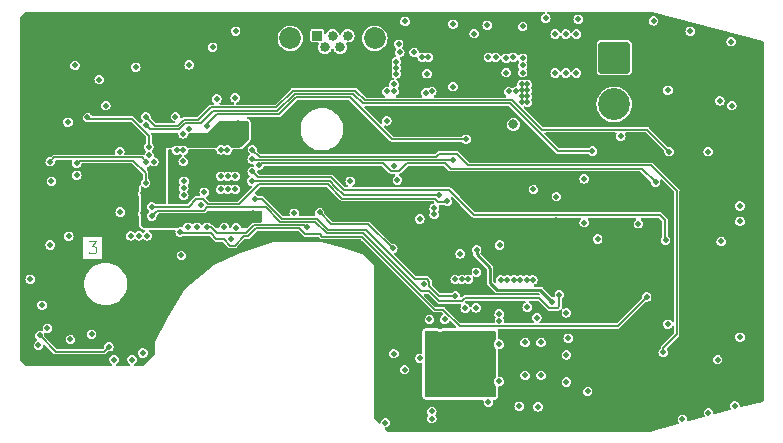
<source format=gbr>
%TF.GenerationSoftware,KiCad,Pcbnew,7.0.5-4d25ed1034~172~ubuntu22.04.1*%
%TF.CreationDate,2023-10-26T19:17:36+02:00*%
%TF.ProjectId,votoco,766f746f-636f-42e6-9b69-6361645f7063,rev?*%
%TF.SameCoordinates,Original*%
%TF.FileFunction,Copper,L3,Inr*%
%TF.FilePolarity,Positive*%
%FSLAX46Y46*%
G04 Gerber Fmt 4.6, Leading zero omitted, Abs format (unit mm)*
G04 Created by KiCad (PCBNEW 7.0.5-4d25ed1034~172~ubuntu22.04.1) date 2023-10-26 19:17:36*
%MOMM*%
%LPD*%
G01*
G04 APERTURE LIST*
G04 Aperture macros list*
%AMRoundRect*
0 Rectangle with rounded corners*
0 $1 Rounding radius*
0 $2 $3 $4 $5 $6 $7 $8 $9 X,Y pos of 4 corners*
0 Add a 4 corners polygon primitive as box body*
4,1,4,$2,$3,$4,$5,$6,$7,$8,$9,$2,$3,0*
0 Add four circle primitives for the rounded corners*
1,1,$1+$1,$2,$3*
1,1,$1+$1,$4,$5*
1,1,$1+$1,$6,$7*
1,1,$1+$1,$8,$9*
0 Add four rect primitives between the rounded corners*
20,1,$1+$1,$2,$3,$4,$5,0*
20,1,$1+$1,$4,$5,$6,$7,0*
20,1,$1+$1,$6,$7,$8,$9,0*
20,1,$1+$1,$8,$9,$2,$3,0*%
G04 Aperture macros list end*
%ADD10C,0.100000*%
%TA.AperFunction,NonConductor*%
%ADD11C,0.100000*%
%TD*%
%TA.AperFunction,ComponentPad*%
%ADD12R,0.840000X0.840000*%
%TD*%
%TA.AperFunction,ComponentPad*%
%ADD13C,0.840000*%
%TD*%
%TA.AperFunction,ComponentPad*%
%ADD14C,1.850000*%
%TD*%
%TA.AperFunction,ComponentPad*%
%ADD15RoundRect,0.250001X-1.099999X1.099999X-1.099999X-1.099999X1.099999X-1.099999X1.099999X1.099999X0*%
%TD*%
%TA.AperFunction,ComponentPad*%
%ADD16C,2.700000*%
%TD*%
%TA.AperFunction,ComponentPad*%
%ADD17C,0.500000*%
%TD*%
%TA.AperFunction,ViaPad*%
%ADD18C,0.500000*%
%TD*%
%TA.AperFunction,ViaPad*%
%ADD19C,0.800000*%
%TD*%
%TA.AperFunction,Conductor*%
%ADD20C,0.150000*%
%TD*%
%TA.AperFunction,Conductor*%
%ADD21C,0.250000*%
%TD*%
G04 APERTURE END LIST*
D10*
D11*
X106366667Y-83407419D02*
X106985714Y-83407419D01*
X106985714Y-83407419D02*
X106652381Y-83788371D01*
X106652381Y-83788371D02*
X106795238Y-83788371D01*
X106795238Y-83788371D02*
X106890476Y-83835990D01*
X106890476Y-83835990D02*
X106938095Y-83883609D01*
X106938095Y-83883609D02*
X106985714Y-83978847D01*
X106985714Y-83978847D02*
X106985714Y-84216942D01*
X106985714Y-84216942D02*
X106938095Y-84312180D01*
X106938095Y-84312180D02*
X106890476Y-84359800D01*
X106890476Y-84359800D02*
X106795238Y-84407419D01*
X106795238Y-84407419D02*
X106509524Y-84407419D01*
X106509524Y-84407419D02*
X106414286Y-84359800D01*
X106414286Y-84359800D02*
X106366667Y-84312180D01*
D12*
%TO.N,Net-(D9-A)*%
%TO.C,J9*%
X125700000Y-65980000D03*
D13*
%TO.N,USBN*%
X126350000Y-66980000D03*
%TO.N,USBP*%
X127000000Y-65980000D03*
%TO.N,unconnected-(J9-ID-Pad4)*%
X127650000Y-66980000D03*
%TO.N,GND*%
X128300000Y-65980000D03*
D14*
X123425000Y-66200000D03*
X130575000Y-66200000D03*
%TD*%
D15*
%TO.N,GND*%
%TO.C,J5*%
X150850000Y-67842500D03*
D16*
%TO.N,Net-(D4-A)*%
X150850000Y-71802500D03*
%TD*%
D17*
%TO.N,GND*%
%TO.C,U1*%
X136690000Y-94970000D03*
X137340000Y-94970000D03*
X137990000Y-94970000D03*
X139290000Y-94970000D03*
X136690000Y-93670000D03*
X139290000Y-93670000D03*
X137340000Y-93020000D03*
X136690000Y-92370000D03*
X137990000Y-92370000D03*
X138640000Y-92370000D03*
X139290000Y-92370000D03*
%TD*%
D18*
%TO.N,SPI_CLK*%
X118400000Y-83200000D03*
%TO.N,GND*%
X114350000Y-75680000D03*
X156630000Y-98460000D03*
X138225000Y-89050000D03*
X128500000Y-78300000D03*
X144650000Y-91950000D03*
X134750000Y-87025000D03*
X113790000Y-75670000D03*
X157280000Y-65600000D03*
X144300000Y-89850000D03*
X137375000Y-86625000D03*
X135600000Y-80600000D03*
X133100000Y-94250000D03*
X110020000Y-93400000D03*
X143300000Y-91950000D03*
X117570000Y-75650000D03*
X114200000Y-84587500D03*
X101400000Y-86600000D03*
X134400000Y-81500000D03*
X116130000Y-79240000D03*
X132200000Y-70700000D03*
X137200000Y-65000000D03*
X115850000Y-80350000D03*
X141900000Y-70700000D03*
X161070000Y-97320000D03*
X117550000Y-77880000D03*
X145950000Y-79600000D03*
X117200000Y-71325000D03*
X133140000Y-64770000D03*
X143475000Y-88975000D03*
X109910000Y-82920000D03*
X131600000Y-70700000D03*
X102100000Y-92200000D03*
X104600000Y-73300000D03*
X143500000Y-71100000D03*
X135400000Y-70700000D03*
X137800000Y-84450000D03*
X109025000Y-80912500D03*
X141150000Y-83700000D03*
X145060000Y-64510000D03*
X132200000Y-77000000D03*
X113700000Y-72825000D03*
X138475000Y-86600000D03*
X104800000Y-91700000D03*
X114420000Y-78300000D03*
X143300000Y-94750000D03*
X139175000Y-86000000D03*
X143000000Y-70100000D03*
X118140000Y-78990000D03*
X118090000Y-75660000D03*
X118750000Y-71250000D03*
X137925000Y-86625000D03*
X143100000Y-65200000D03*
X111290000Y-82930000D03*
X135600000Y-81100000D03*
X110950000Y-92850000D03*
X107800000Y-71900000D03*
X102400000Y-88800000D03*
X143000000Y-71600000D03*
X144400000Y-97400000D03*
X117540000Y-78990000D03*
X160750000Y-66490000D03*
X132200000Y-92900000D03*
X154180000Y-64720000D03*
X143500000Y-71600000D03*
X114400000Y-78890000D03*
X134900000Y-70800000D03*
X143500000Y-70100000D03*
X131480000Y-98740000D03*
X118750000Y-78980000D03*
X159900000Y-83400000D03*
X132200000Y-70100000D03*
X148600000Y-96100000D03*
X123750000Y-81000000D03*
X110350000Y-68650000D03*
X114400000Y-79510000D03*
X159600000Y-93400000D03*
X144650000Y-94750000D03*
X151400000Y-74500000D03*
X143000000Y-71100000D03*
X118140000Y-77880000D03*
X105350000Y-77800000D03*
X158830000Y-97890000D03*
X159800000Y-71500000D03*
X149450000Y-83200000D03*
X110620000Y-82930000D03*
X139150000Y-89025000D03*
X104670000Y-82960000D03*
X143500000Y-70600000D03*
X158800000Y-75800000D03*
X142500000Y-70700000D03*
X103200000Y-78300000D03*
X118760000Y-77870000D03*
X147800000Y-64580000D03*
X143000000Y-70600000D03*
X114360000Y-76630000D03*
%TO.N,+3V3*%
X109200000Y-73600000D03*
X135600000Y-78300000D03*
X135200000Y-65400000D03*
X105350000Y-75850000D03*
X113300000Y-84587500D03*
X103000000Y-86600000D03*
X145900000Y-81600000D03*
X137800000Y-78300000D03*
X152700000Y-74500000D03*
X130700000Y-68500000D03*
X131400000Y-90700000D03*
X133400000Y-91200000D03*
X132200000Y-96550000D03*
X111300000Y-66270000D03*
X104000000Y-88800000D03*
X128400000Y-81500000D03*
X134700000Y-85925000D03*
X136100000Y-90600000D03*
X139400000Y-77800000D03*
X106400000Y-93300000D03*
X102050000Y-73400000D03*
X140700000Y-76200000D03*
X104700000Y-71700000D03*
X153700000Y-96000000D03*
X110350000Y-75650000D03*
%TO.N,+24V*%
X143100000Y-67900000D03*
X141700000Y-67900000D03*
X143100000Y-69100000D03*
X141700000Y-69100000D03*
X155400000Y-90400000D03*
X132400000Y-68700000D03*
X143100000Y-68500000D03*
X132400000Y-68200000D03*
X147650000Y-69142500D03*
X142800000Y-97350000D03*
X132400000Y-69200000D03*
X145850000Y-69142500D03*
X135100000Y-67800000D03*
X146750000Y-69142500D03*
X135400000Y-97800000D03*
X141100000Y-95250000D03*
X146750000Y-65842500D03*
X118800000Y-65600000D03*
X135400000Y-98400000D03*
X141100000Y-92100000D03*
X155400000Y-70600000D03*
X147650000Y-65842500D03*
X161500000Y-80400000D03*
X135000000Y-69200000D03*
X141125000Y-90125000D03*
X145850000Y-65842500D03*
X143950000Y-86650000D03*
X141250000Y-86650000D03*
X143425000Y-86650000D03*
X142300000Y-67800000D03*
X140800000Y-67800000D03*
X134600000Y-67800000D03*
X142900000Y-86650000D03*
X140200000Y-67800000D03*
X141100000Y-89550000D03*
X142350000Y-86650000D03*
X141800000Y-86650000D03*
%TO.N,AIN0*%
X132500000Y-78200000D03*
%TO.N,BLOUT*%
X136700000Y-80000000D03*
X111700000Y-80450000D03*
X144000000Y-79000000D03*
%TO.N,DI0*%
X114869500Y-68450000D03*
X114850000Y-73850000D03*
%TO.N,DI1*%
X114350000Y-74300000D03*
X107249500Y-69700000D03*
%TO.N,+5V*%
X131600000Y-73200000D03*
D19*
X142300000Y-73500000D03*
D18*
%TO.N,OB2*%
X146800000Y-95300000D03*
%TO.N,OB1*%
X146800000Y-93000000D03*
%TO.N,OA1*%
X146950000Y-91600000D03*
%TO.N,OA2*%
X146800000Y-89450000D03*
%TO.N,USBN*%
X115500000Y-82200000D03*
%TO.N,Net-(U2-VBAT)*%
X112950000Y-81600000D03*
X110925000Y-81012500D03*
X110925000Y-79312500D03*
X112900000Y-75000000D03*
X119000000Y-73350000D03*
X117250000Y-73950000D03*
X120300000Y-81000000D03*
%TO.N,NRESET*%
X138300000Y-74750000D03*
X106600000Y-91250000D03*
X145600000Y-88500000D03*
X116350000Y-73594502D03*
X139200000Y-84100000D03*
%TO.N,SPI_CS*%
X108500000Y-93400000D03*
X118850000Y-82250000D03*
%TO.N,Net-(U5-LX)*%
X132600000Y-66700000D03*
X137200000Y-70300000D03*
X133900000Y-67400000D03*
X132700000Y-67400000D03*
%TO.N,Net-(D1-K)*%
X116850000Y-66950000D03*
%TO.N,DO2*%
X120210000Y-75620000D03*
X155000000Y-92800000D03*
%TO.N,DO0*%
X154350000Y-78400000D03*
X120750000Y-76950000D03*
%TO.N,DO1*%
X155200000Y-83300000D03*
X120200000Y-77480000D03*
%TO.N,UARTTX*%
X116350000Y-82200000D03*
X124800000Y-82200000D03*
X135200000Y-90000000D03*
%TO.N,SPI_CLK*%
X102862499Y-90749502D03*
%TO.N,ENN*%
X140200000Y-97000000D03*
X125900000Y-80950000D03*
X132100000Y-84000000D03*
%TO.N,SWCLK*%
X111700000Y-81250000D03*
X146200000Y-87900000D03*
%TO.N,Net-(D7-K)*%
X105200000Y-68500000D03*
%TO.N,SPI_RX*%
X117850000Y-82200000D03*
X102200000Y-91360000D03*
X108064309Y-92314309D03*
%TO.N,Net-(J13-Pin_2)*%
X160800000Y-71900000D03*
%TO.N,Net-(J15-Pin_2)*%
X161500000Y-91500000D03*
%TO.N,DIAG*%
X134400000Y-93300000D03*
X120170000Y-78290000D03*
X136000000Y-79500000D03*
%TO.N,Net-(J14-Pin_2)*%
X161500000Y-81700000D03*
%TO.N,STEP*%
X120200000Y-76440000D03*
X136500000Y-90000000D03*
X137200000Y-76500000D03*
%TO.N,DIR*%
X137400000Y-88000000D03*
X120400000Y-79800000D03*
%TO.N,Net-(J2-Pin_1)*%
X148300000Y-78100000D03*
%TO.N,Net-(J2-Pin_2)*%
X152900000Y-81900000D03*
X148300000Y-81800000D03*
%TO.N,I2C_SDA*%
X109000000Y-75800000D03*
%TO.N,I2C_SCL*%
X111169500Y-78450000D03*
X105350000Y-76800000D03*
%TO.N,SWDIO*%
X114100000Y-82600000D03*
X153600000Y-88100000D03*
%TO.N,USBP*%
X114750000Y-82200000D03*
%TO.N,Net-(U5-PGOOD)*%
X139000000Y-65800000D03*
X140100000Y-65100000D03*
%TO.N,Net-(U2-BOOT0)*%
X103100000Y-83700000D03*
X111230160Y-76690785D03*
X103100000Y-76650000D03*
%TO.N,CANRX*%
X111200000Y-72850000D03*
X111868119Y-76648344D03*
X155500000Y-75800000D03*
%TO.N,CANTX*%
X111200000Y-73550000D03*
X149000000Y-75750000D03*
X111477179Y-76122660D03*
%TO.N,Net-(JP1-C)*%
X111450000Y-75400000D03*
X106250000Y-72900000D03*
%TD*%
D20*
%TO.N,SWDIO*%
X125900000Y-82765000D02*
X126125000Y-82990000D01*
X119480000Y-82970000D02*
X119830000Y-82970000D01*
X118700000Y-83750000D02*
X119480000Y-82970000D01*
X124670000Y-82765000D02*
X125900000Y-82765000D01*
X120505000Y-82295000D02*
X124200000Y-82295000D01*
X118320674Y-83750000D02*
X118700000Y-83750000D01*
X119830000Y-82970000D02*
X120505000Y-82295000D01*
X137770000Y-90570000D02*
X151130000Y-90570000D01*
X117770674Y-83200000D02*
X118320674Y-83750000D01*
X124200000Y-82295000D02*
X124670000Y-82765000D01*
X117160000Y-83200000D02*
X117770674Y-83200000D01*
X116690000Y-82730000D02*
X117160000Y-83200000D01*
X114230000Y-82730000D02*
X116690000Y-82730000D01*
X114100000Y-82600000D02*
X114230000Y-82730000D01*
X151130000Y-90570000D02*
X153600000Y-88100000D01*
X126125000Y-82990000D02*
X129458162Y-82990000D01*
X129458162Y-82990000D02*
X135638162Y-89170000D01*
X135638162Y-89170000D02*
X136370000Y-89170000D01*
X136370000Y-89170000D02*
X137770000Y-90570000D01*
%TO.N,SWCLK*%
X125555000Y-81755000D02*
X122573162Y-81755000D01*
X129570000Y-82720000D02*
X126520000Y-82720000D01*
X146200000Y-88900000D02*
X146050000Y-89050000D01*
X134450000Y-87600000D02*
X129570000Y-82720000D01*
X137955000Y-88445000D02*
X136045000Y-88445000D01*
X112150000Y-80800000D02*
X111700000Y-81250000D01*
X144510000Y-88200000D02*
X138200000Y-88200000D01*
X138200000Y-88200000D02*
X137955000Y-88445000D01*
X116100000Y-80800000D02*
X112150000Y-80800000D01*
X145360000Y-89050000D02*
X144510000Y-88200000D01*
X126520000Y-82720000D02*
X125555000Y-81755000D01*
X135200000Y-87600000D02*
X134450000Y-87600000D01*
X136045000Y-88445000D02*
X135200000Y-87600000D01*
X146050000Y-89050000D02*
X145360000Y-89050000D01*
X146200000Y-87900000D02*
X146200000Y-88900000D01*
X122573162Y-81755000D02*
X121345662Y-80527500D01*
X121345662Y-80527500D02*
X116377500Y-80527500D01*
X116377500Y-80527500D02*
X116102500Y-80802500D01*
X116102500Y-80802500D02*
X116100000Y-80800000D01*
%TO.N,DIR*%
X137400000Y-88000000D02*
X136000000Y-88000000D01*
X136000000Y-88000000D02*
X135200000Y-87200000D01*
X135200000Y-87200000D02*
X135200000Y-86800000D01*
X135200000Y-86800000D02*
X134980000Y-86580000D01*
X134980000Y-86580000D02*
X133980000Y-86580000D01*
X133980000Y-86580000D02*
X129800000Y-82400000D01*
X122685000Y-81485000D02*
X121000000Y-79800000D01*
X129800000Y-82400000D02*
X126600000Y-82400000D01*
X121000000Y-79800000D02*
X120400000Y-79800000D01*
X126600000Y-82400000D02*
X125685000Y-81485000D01*
X125685000Y-81485000D02*
X122685000Y-81485000D01*
%TO.N,BLOUT*%
X136700000Y-80000000D02*
X136600000Y-80100000D01*
X119092500Y-80257500D02*
X116457500Y-80257500D01*
X136600000Y-80100000D02*
X135970000Y-80100000D01*
X135970000Y-80100000D02*
X135640000Y-79770000D01*
X127838162Y-79770000D02*
X126638162Y-78570000D01*
X115470000Y-79800000D02*
X114820000Y-80450000D01*
X135640000Y-79770000D02*
X127838162Y-79770000D01*
X126638162Y-78570000D02*
X120780000Y-78570000D01*
X116457500Y-80257500D02*
X116000000Y-79800000D01*
X120780000Y-78570000D02*
X119092500Y-80257500D01*
X114820000Y-80450000D02*
X111700000Y-80450000D01*
X116000000Y-79800000D02*
X115470000Y-79800000D01*
%TO.N,UARTTX*%
X124800000Y-82200000D02*
X124625000Y-82025000D01*
X124625000Y-82025000D02*
X120375000Y-82025000D01*
X120375000Y-82025000D02*
X119700000Y-82700000D01*
X119700000Y-82700000D02*
X117200000Y-82700000D01*
X117200000Y-82700000D02*
X116700000Y-82200000D01*
X116700000Y-82200000D02*
X116350000Y-82200000D01*
%TO.N,ENN*%
X125900000Y-80950000D02*
X126895000Y-81945000D01*
X126895000Y-81945000D02*
X130045000Y-81945000D01*
X130045000Y-81945000D02*
X132100000Y-84000000D01*
D21*
%TO.N,NRESET*%
X144600000Y-87500000D02*
X145600000Y-88500000D01*
X140350000Y-85650000D02*
X140350000Y-86900000D01*
X140350000Y-86900000D02*
X140950000Y-87500000D01*
D20*
X132050000Y-74750000D02*
X138300000Y-74750000D01*
X116350000Y-73594502D02*
X116350000Y-73500000D01*
X122480000Y-72625000D02*
X123935000Y-71170000D01*
D21*
X140950000Y-87500000D02*
X144600000Y-87500000D01*
D20*
X128470000Y-71170000D02*
X132050000Y-74750000D01*
D21*
X139200000Y-84100000D02*
X139200000Y-84500000D01*
D20*
X117225000Y-72625000D02*
X122480000Y-72625000D01*
D21*
X139200000Y-84500000D02*
X140350000Y-85650000D01*
D20*
X116350000Y-73500000D02*
X117225000Y-72625000D01*
X123935000Y-71170000D02*
X128470000Y-71170000D01*
%TO.N,DO2*%
X137550000Y-76000000D02*
X136020000Y-76000000D01*
X136020000Y-76000000D02*
X135790000Y-76230000D01*
X155000000Y-92800000D02*
X155000000Y-92400000D01*
X138500000Y-76950000D02*
X137550000Y-76000000D01*
X156150000Y-79100000D02*
X154000000Y-76950000D01*
X154000000Y-76950000D02*
X138500000Y-76950000D01*
X120820000Y-76230000D02*
X120210000Y-75620000D01*
X135790000Y-76230000D02*
X120820000Y-76230000D01*
X156150000Y-91250000D02*
X156150000Y-79100000D01*
X155000000Y-92400000D02*
X156150000Y-91250000D01*
%TO.N,DO0*%
X131950337Y-77450337D02*
X131270000Y-76770000D01*
X133300674Y-76770000D02*
X132620337Y-77450337D01*
X154350000Y-78400000D02*
X153200000Y-77250000D01*
X132620337Y-77450337D02*
X131950337Y-77450337D01*
X153200000Y-77250000D02*
X137020000Y-77250000D01*
X136540000Y-76770000D02*
X133300674Y-76770000D01*
X131270000Y-76770000D02*
X120930000Y-76770000D01*
X137020000Y-77250000D02*
X136540000Y-76770000D01*
X120930000Y-76770000D02*
X120750000Y-76950000D01*
%TO.N,DO1*%
X155200000Y-83300000D02*
X155150000Y-83250000D01*
X136900000Y-79050000D02*
X127950000Y-79050000D01*
X127950000Y-79050000D02*
X126880000Y-77980000D01*
X155150000Y-83250000D02*
X155150000Y-81600000D01*
X139005000Y-81155000D02*
X136900000Y-79050000D01*
X155150000Y-81600000D02*
X154705000Y-81155000D01*
X154705000Y-81155000D02*
X139005000Y-81155000D01*
X126880000Y-77980000D02*
X120700000Y-77980000D01*
X120700000Y-77980000D02*
X120200000Y-77480000D01*
%TO.N,SPI_RX*%
X108064309Y-92314309D02*
X107633618Y-92745000D01*
X103585000Y-92745000D02*
X102200000Y-91360000D01*
X107633618Y-92745000D02*
X103585000Y-92745000D01*
%TO.N,DIAG*%
X126750000Y-78300000D02*
X120180000Y-78300000D01*
X127222500Y-78772500D02*
X126750000Y-78300000D01*
X136000000Y-79500000D02*
X127955000Y-79500000D01*
X120180000Y-78300000D02*
X120170000Y-78290000D01*
X127955000Y-79500000D02*
X127227500Y-78772500D01*
X127227500Y-78772500D02*
X127222500Y-78772500D01*
%TO.N,STEP*%
X137200000Y-76500000D02*
X120260000Y-76500000D01*
X120260000Y-76500000D02*
X120200000Y-76440000D01*
%TO.N,I2C_SCL*%
X111169500Y-78450000D02*
X111169500Y-77589500D01*
X111169500Y-77589500D02*
X110145000Y-76565000D01*
X110145000Y-76565000D02*
X105585000Y-76565000D01*
X105585000Y-76565000D02*
X105350000Y-76800000D01*
%TO.N,Net-(U2-BOOT0)*%
X111230160Y-76690785D02*
X110834375Y-76295000D01*
X103455000Y-76295000D02*
X103100000Y-76650000D01*
X110834375Y-76295000D02*
X103455000Y-76295000D01*
%TO.N,CANRX*%
X123650000Y-70630000D02*
X128930000Y-70630000D01*
X153650000Y-73950000D02*
X155500000Y-75800000D01*
X129750000Y-71450000D02*
X142220674Y-71450000D01*
X115610000Y-73110000D02*
X116670000Y-72050000D01*
X111980000Y-73630000D02*
X113888162Y-73630000D01*
X116670000Y-72050000D02*
X122250000Y-72050000D01*
X113888162Y-73630000D02*
X114408162Y-73110000D01*
X128930000Y-70630000D02*
X129750000Y-71450000D01*
X123650000Y-70650000D02*
X123650000Y-70630000D01*
X114408162Y-73110000D02*
X115610000Y-73110000D01*
X144720674Y-73950000D02*
X153650000Y-73950000D01*
X111200000Y-72850000D02*
X111980000Y-73630000D01*
X142220674Y-71450000D02*
X144720674Y-73950000D01*
X122250000Y-72050000D02*
X123650000Y-70650000D01*
%TO.N,CANTX*%
X113980000Y-73920000D02*
X114520000Y-73380000D01*
X142020000Y-71720000D02*
X146050000Y-75750000D01*
X116905000Y-72355000D02*
X122326838Y-72355000D01*
X111570000Y-73920000D02*
X113980000Y-73920000D01*
X128730000Y-70900000D02*
X129550000Y-71720000D01*
X129550000Y-71720000D02*
X142020000Y-71720000D01*
X114520000Y-73380000D02*
X115880000Y-73380000D01*
X146050000Y-75750000D02*
X149000000Y-75750000D01*
X122326838Y-72355000D02*
X123781838Y-70900000D01*
X115880000Y-73380000D02*
X116905000Y-72355000D01*
X123781838Y-70900000D02*
X128730000Y-70900000D01*
X111200000Y-73550000D02*
X111570000Y-73920000D01*
%TO.N,Net-(JP1-C)*%
X106800000Y-73050000D02*
X109379326Y-73050000D01*
X111450000Y-74450000D02*
X111450000Y-75400000D01*
X110050000Y-73050000D02*
X111450000Y-74450000D01*
X106250000Y-72900000D02*
X106400000Y-73050000D01*
X109379326Y-73050000D02*
X110050000Y-73050000D01*
X106400000Y-73050000D02*
X106800000Y-73050000D01*
%TD*%
%TA.AperFunction,Conductor*%
%TO.N,Net-(U2-VBAT)*%
G36*
X119859191Y-73218907D02*
G01*
X119895155Y-73268407D01*
X119900000Y-73299000D01*
X119900000Y-74756828D01*
X119881093Y-74815019D01*
X119868365Y-74829375D01*
X119589733Y-75088105D01*
X119231227Y-75421004D01*
X119228488Y-75423547D01*
X119172980Y-75449287D01*
X119161123Y-75450000D01*
X118487399Y-75450000D01*
X118429208Y-75431093D01*
X118417401Y-75421009D01*
X118328342Y-75331950D01*
X118295241Y-75315084D01*
X118215307Y-75274355D01*
X118215304Y-75274354D01*
X118090000Y-75254508D01*
X117964696Y-75274354D01*
X117964694Y-75274354D01*
X117884757Y-75315085D01*
X117824325Y-75324656D01*
X117794868Y-75315084D01*
X117734556Y-75284354D01*
X117695307Y-75264355D01*
X117695304Y-75264354D01*
X117570000Y-75244508D01*
X117444696Y-75264354D01*
X117444692Y-75264355D01*
X117331659Y-75321949D01*
X117331658Y-75321949D01*
X117331658Y-75321950D01*
X117241950Y-75411658D01*
X117241949Y-75411659D01*
X117236441Y-75417168D01*
X117234893Y-75415620D01*
X117194243Y-75445155D01*
X117163650Y-75450000D01*
X114727399Y-75450000D01*
X114669208Y-75431093D01*
X114657401Y-75421009D01*
X114588342Y-75351950D01*
X114529464Y-75321950D01*
X114475307Y-75294355D01*
X114475304Y-75294354D01*
X114350000Y-75274508D01*
X114224696Y-75294354D01*
X114224694Y-75294354D01*
X114124757Y-75345275D01*
X114064325Y-75354846D01*
X114034867Y-75345275D01*
X114028342Y-75341950D01*
X113915304Y-75284354D01*
X113790000Y-75264508D01*
X113664696Y-75284354D01*
X113664692Y-75284355D01*
X113551659Y-75341949D01*
X113551658Y-75341949D01*
X113551658Y-75341950D01*
X113472602Y-75421005D01*
X113418088Y-75448781D01*
X113402601Y-75450000D01*
X112900000Y-75450000D01*
X112900000Y-75450001D01*
X112900000Y-80125500D01*
X112881093Y-80183691D01*
X112831593Y-80219655D01*
X112801000Y-80224500D01*
X112081899Y-80224500D01*
X112023708Y-80205593D01*
X112011901Y-80195509D01*
X111938342Y-80121950D01*
X111918143Y-80111658D01*
X111825307Y-80064355D01*
X111825304Y-80064354D01*
X111700000Y-80044508D01*
X111574696Y-80064354D01*
X111574692Y-80064355D01*
X111461659Y-80121949D01*
X111371949Y-80211659D01*
X111314355Y-80324692D01*
X111314354Y-80324696D01*
X111294508Y-80449999D01*
X111294508Y-80450000D01*
X111314354Y-80575303D01*
X111314355Y-80575307D01*
X111369944Y-80684406D01*
X111371950Y-80688342D01*
X111461658Y-80778050D01*
X111461660Y-80778051D01*
X111463605Y-80779996D01*
X111491382Y-80834513D01*
X111481811Y-80894945D01*
X111463605Y-80920004D01*
X111461659Y-80921948D01*
X111461658Y-80921950D01*
X111414935Y-80968673D01*
X111371949Y-81011659D01*
X111314355Y-81124692D01*
X111314354Y-81124696D01*
X111294508Y-81249999D01*
X111294508Y-81250000D01*
X111314354Y-81375303D01*
X111314355Y-81375307D01*
X111369944Y-81484406D01*
X111371950Y-81488342D01*
X111461658Y-81578050D01*
X111574696Y-81635646D01*
X111700000Y-81655492D01*
X111825304Y-81635646D01*
X111938342Y-81578050D01*
X112028050Y-81488342D01*
X112085646Y-81375304D01*
X112105492Y-81250000D01*
X112101544Y-81225074D01*
X112111115Y-81164643D01*
X112129322Y-81139583D01*
X112214410Y-81054496D01*
X112268927Y-81026719D01*
X112284413Y-81025500D01*
X116047590Y-81025500D01*
X116050177Y-81025567D01*
X116076322Y-81026937D01*
X116081445Y-81027476D01*
X116114566Y-81032722D01*
X116114570Y-81032720D01*
X116124944Y-81032177D01*
X116128309Y-81031823D01*
X116138559Y-81030199D01*
X116138564Y-81030200D01*
X116169865Y-81018183D01*
X116174767Y-81016590D01*
X116207163Y-81007911D01*
X116207164Y-81007909D01*
X116216425Y-81003191D01*
X116219333Y-81001512D01*
X116228056Y-80995847D01*
X116228060Y-80995846D01*
X116251769Y-80972135D01*
X116255595Y-80968689D01*
X116281662Y-80947582D01*
X116281663Y-80947579D01*
X116288188Y-80939522D01*
X116298294Y-80925610D01*
X116367795Y-80856109D01*
X116394910Y-80828996D01*
X116449427Y-80801219D01*
X116464913Y-80800000D01*
X120951000Y-80800000D01*
X121009191Y-80818907D01*
X121045155Y-80868407D01*
X121050000Y-80899000D01*
X121050000Y-81700500D01*
X121031093Y-81758691D01*
X120981593Y-81794655D01*
X120951000Y-81799500D01*
X120382205Y-81799500D01*
X120379621Y-81799432D01*
X120371896Y-81799027D01*
X120338936Y-81797299D01*
X120318021Y-81805327D01*
X120303136Y-81809736D01*
X120281232Y-81814392D01*
X120281231Y-81814393D01*
X120277014Y-81817457D01*
X120254309Y-81829784D01*
X120249442Y-81831652D01*
X120249441Y-81831652D01*
X120233600Y-81847493D01*
X120221794Y-81857576D01*
X120203674Y-81870741D01*
X120201068Y-81875256D01*
X120185340Y-81895752D01*
X119860091Y-82221003D01*
X119805574Y-82248781D01*
X119790087Y-82250000D01*
X119340046Y-82250000D01*
X119281855Y-82231093D01*
X119245891Y-82181593D01*
X119242265Y-82166487D01*
X119242110Y-82165513D01*
X119235646Y-82124696D01*
X119178050Y-82011658D01*
X119088342Y-81921950D01*
X119036926Y-81895752D01*
X118975307Y-81864355D01*
X118975304Y-81864354D01*
X118850000Y-81844508D01*
X118724696Y-81864354D01*
X118724692Y-81864355D01*
X118611659Y-81921949D01*
X118521949Y-82011659D01*
X118464355Y-82124692D01*
X118464354Y-82124696D01*
X118457735Y-82166487D01*
X118429957Y-82221004D01*
X118375441Y-82248781D01*
X118359954Y-82250000D01*
X118347965Y-82250000D01*
X118289774Y-82231093D01*
X118253810Y-82181593D01*
X118250184Y-82166487D01*
X118235646Y-82074696D01*
X118178050Y-81961658D01*
X118088342Y-81871950D01*
X118040343Y-81847493D01*
X117975307Y-81814355D01*
X117975304Y-81814354D01*
X117850000Y-81794508D01*
X117724696Y-81814354D01*
X117724692Y-81814355D01*
X117611659Y-81871949D01*
X117521949Y-81961659D01*
X117464355Y-82074692D01*
X117464354Y-82074696D01*
X117456436Y-82124692D01*
X117449816Y-82166487D01*
X117422039Y-82221004D01*
X117367522Y-82248781D01*
X117352035Y-82250000D01*
X117109913Y-82250000D01*
X117051722Y-82231093D01*
X117039909Y-82221004D01*
X116864539Y-82045633D01*
X116862754Y-82043752D01*
X116835507Y-82013491D01*
X116815046Y-82004380D01*
X116801398Y-81996969D01*
X116782621Y-81984775D01*
X116782618Y-81984774D01*
X116777461Y-81983957D01*
X116752690Y-81976618D01*
X116747932Y-81974500D01*
X116731899Y-81974500D01*
X116673708Y-81955593D01*
X116661901Y-81945509D01*
X116588342Y-81871950D01*
X116540343Y-81847493D01*
X116475307Y-81814355D01*
X116475304Y-81814354D01*
X116350000Y-81794508D01*
X116224696Y-81814354D01*
X116224692Y-81814355D01*
X116111659Y-81871949D01*
X116021949Y-81961659D01*
X116013209Y-81978813D01*
X115969944Y-82022077D01*
X115909511Y-82031648D01*
X115854995Y-82003869D01*
X115836791Y-81978813D01*
X115830457Y-81966382D01*
X115828050Y-81961658D01*
X115738342Y-81871950D01*
X115690343Y-81847493D01*
X115625307Y-81814355D01*
X115625304Y-81814354D01*
X115500000Y-81794508D01*
X115374696Y-81814354D01*
X115374692Y-81814355D01*
X115261659Y-81871949D01*
X115261658Y-81871949D01*
X115261658Y-81871950D01*
X115195001Y-81938606D01*
X115140487Y-81966382D01*
X115080055Y-81956811D01*
X115054999Y-81938607D01*
X114988342Y-81871950D01*
X114940343Y-81847493D01*
X114875307Y-81814355D01*
X114875304Y-81814354D01*
X114750000Y-81794508D01*
X114624696Y-81814354D01*
X114624692Y-81814355D01*
X114511659Y-81871949D01*
X114421949Y-81961659D01*
X114364355Y-82074692D01*
X114364354Y-82074696D01*
X114354644Y-82136001D01*
X114326866Y-82190517D01*
X114272349Y-82218294D01*
X114233057Y-82215203D01*
X114232999Y-82215573D01*
X114228302Y-82214829D01*
X114226279Y-82214670D01*
X114225309Y-82214355D01*
X114225304Y-82214354D01*
X114100000Y-82194508D01*
X113974696Y-82214354D01*
X113974694Y-82214354D01*
X113925914Y-82239210D01*
X113880969Y-82250000D01*
X111041008Y-82250000D01*
X110982817Y-82231093D01*
X110971004Y-82221004D01*
X110778996Y-82028996D01*
X110751219Y-81974479D01*
X110750000Y-81958992D01*
X110750000Y-78835899D01*
X110768907Y-78777708D01*
X110818407Y-78741744D01*
X110879593Y-78741744D01*
X110919001Y-78765893D01*
X110931158Y-78778050D01*
X111044196Y-78835646D01*
X111152366Y-78852778D01*
X111169499Y-78855492D01*
X111169499Y-78855491D01*
X111169500Y-78855492D01*
X111294804Y-78835646D01*
X111407842Y-78778050D01*
X111497550Y-78688342D01*
X111555146Y-78575304D01*
X111574992Y-78450000D01*
X111555146Y-78324696D01*
X111497550Y-78211658D01*
X111476499Y-78190607D01*
X111423996Y-78138103D01*
X111396219Y-78083586D01*
X111395000Y-78068100D01*
X111395000Y-77864731D01*
X111395000Y-77596665D01*
X111395065Y-77594161D01*
X111397200Y-77553436D01*
X111389175Y-77532530D01*
X111384763Y-77517635D01*
X111380107Y-77495732D01*
X111380106Y-77495731D01*
X111377044Y-77491516D01*
X111364714Y-77468807D01*
X111362846Y-77463941D01*
X111362843Y-77463938D01*
X111347007Y-77448101D01*
X111336919Y-77436289D01*
X111323761Y-77418179D01*
X111323760Y-77418177D01*
X111323757Y-77418175D01*
X111323756Y-77418174D01*
X111319247Y-77415571D01*
X111298744Y-77399838D01*
X111278995Y-77380088D01*
X111251218Y-77325571D01*
X111250000Y-77310086D01*
X111250000Y-77177688D01*
X111268907Y-77119497D01*
X111318407Y-77083533D01*
X111333507Y-77079908D01*
X111355464Y-77076431D01*
X111468502Y-77018835D01*
X111501162Y-76986174D01*
X111555676Y-76958398D01*
X111616108Y-76967969D01*
X111629357Y-76976088D01*
X111629771Y-76976388D01*
X111629777Y-76976394D01*
X111742815Y-77033990D01*
X111868119Y-77053836D01*
X111993423Y-77033990D01*
X112106461Y-76976394D01*
X112196169Y-76886686D01*
X112253765Y-76773648D01*
X112273611Y-76648344D01*
X112253765Y-76523040D01*
X112196169Y-76410002D01*
X112106461Y-76320294D01*
X112095474Y-76314696D01*
X111993426Y-76262699D01*
X111993423Y-76262698D01*
X111961522Y-76257645D01*
X111907007Y-76229866D01*
X111879230Y-76175348D01*
X111879230Y-76144379D01*
X111882671Y-76122660D01*
X111862825Y-75997356D01*
X111805229Y-75884318D01*
X111738652Y-75817741D01*
X111710877Y-75763227D01*
X111720448Y-75702795D01*
X111738652Y-75677739D01*
X111778050Y-75638342D01*
X111835646Y-75525304D01*
X111855492Y-75400000D01*
X111835646Y-75274696D01*
X111778050Y-75161658D01*
X111704494Y-75088102D01*
X111676719Y-75033588D01*
X111675500Y-75018101D01*
X111675500Y-74457205D01*
X111675568Y-74454613D01*
X111677700Y-74413939D01*
X111677699Y-74413938D01*
X111677700Y-74413936D01*
X111669670Y-74393017D01*
X111665263Y-74378139D01*
X111660607Y-74356232D01*
X111660605Y-74356229D01*
X111660605Y-74356228D01*
X111656375Y-74346726D01*
X111657709Y-74346131D01*
X111642396Y-74299000D01*
X111661303Y-74240809D01*
X111710803Y-74204845D01*
X111741396Y-74200000D01*
X113845508Y-74200000D01*
X113903699Y-74218907D01*
X113939663Y-74268407D01*
X113944508Y-74299000D01*
X113944508Y-74300000D01*
X113964354Y-74425303D01*
X113964355Y-74425307D01*
X113979951Y-74455915D01*
X114021950Y-74538342D01*
X114111658Y-74628050D01*
X114224696Y-74685646D01*
X114350000Y-74705492D01*
X114475304Y-74685646D01*
X114588342Y-74628050D01*
X114678050Y-74538342D01*
X114735646Y-74425304D01*
X114749314Y-74339004D01*
X114777091Y-74284489D01*
X114831608Y-74256711D01*
X114847095Y-74255492D01*
X114850000Y-74255492D01*
X114975304Y-74235646D01*
X115024086Y-74210789D01*
X115069031Y-74200000D01*
X116449999Y-74200000D01*
X116450000Y-74200000D01*
X117421003Y-73228996D01*
X117475521Y-73201219D01*
X117491008Y-73200000D01*
X119801000Y-73200000D01*
X119859191Y-73218907D01*
G37*
%TD.AperFunction*%
%TD*%
%TA.AperFunction,Conductor*%
%TO.N,+3V3*%
G36*
X144949151Y-63955435D02*
G01*
X144985115Y-64004935D01*
X144985115Y-64066121D01*
X144949151Y-64115621D01*
X144935906Y-64123737D01*
X144821659Y-64181949D01*
X144731949Y-64271659D01*
X144674355Y-64384692D01*
X144674354Y-64384696D01*
X144654508Y-64509999D01*
X144654508Y-64510000D01*
X144674354Y-64635303D01*
X144674355Y-64635307D01*
X144717508Y-64719999D01*
X144731950Y-64748342D01*
X144821658Y-64838050D01*
X144934696Y-64895646D01*
X145060000Y-64915492D01*
X145185304Y-64895646D01*
X145298342Y-64838050D01*
X145388050Y-64748342D01*
X145445646Y-64635304D01*
X145454405Y-64580000D01*
X147394508Y-64580000D01*
X147414354Y-64705303D01*
X147414355Y-64705307D01*
X147421842Y-64720000D01*
X147471950Y-64818342D01*
X147561658Y-64908050D01*
X147674696Y-64965646D01*
X147800000Y-64985492D01*
X147925304Y-64965646D01*
X148038342Y-64908050D01*
X148128050Y-64818342D01*
X148178158Y-64720000D01*
X153774508Y-64720000D01*
X153794354Y-64845303D01*
X153794355Y-64845307D01*
X153826325Y-64908050D01*
X153851950Y-64958342D01*
X153941658Y-65048050D01*
X154054696Y-65105646D01*
X154180000Y-65125492D01*
X154305304Y-65105646D01*
X154418342Y-65048050D01*
X154508050Y-64958342D01*
X154565646Y-64845304D01*
X154585492Y-64720000D01*
X154565646Y-64594696D01*
X154508050Y-64481658D01*
X154418342Y-64391950D01*
X154404105Y-64384696D01*
X154305307Y-64334355D01*
X154305304Y-64334354D01*
X154180000Y-64314508D01*
X154054696Y-64334354D01*
X154054692Y-64334355D01*
X153941659Y-64391949D01*
X153851949Y-64481659D01*
X153794355Y-64594692D01*
X153794354Y-64594696D01*
X153774508Y-64719999D01*
X153774508Y-64720000D01*
X148178158Y-64720000D01*
X148185646Y-64705304D01*
X148205492Y-64580000D01*
X148185646Y-64454696D01*
X148128050Y-64341658D01*
X148038342Y-64251950D01*
X148034406Y-64249944D01*
X147925307Y-64194355D01*
X147925304Y-64194354D01*
X147800000Y-64174508D01*
X147674696Y-64194354D01*
X147674692Y-64194355D01*
X147561659Y-64251949D01*
X147471949Y-64341659D01*
X147414355Y-64454692D01*
X147414354Y-64454696D01*
X147394508Y-64579999D01*
X147394508Y-64580000D01*
X145454405Y-64580000D01*
X145465492Y-64510000D01*
X145445646Y-64384696D01*
X145388050Y-64271658D01*
X145298342Y-64181950D01*
X145283736Y-64174508D01*
X145184094Y-64123737D01*
X145140830Y-64080472D01*
X145131259Y-64020040D01*
X145159037Y-63965524D01*
X145213554Y-63937747D01*
X145229040Y-63936528D01*
X153987193Y-63936528D01*
X154012388Y-63939787D01*
X163426196Y-66417106D01*
X163477658Y-66450199D01*
X163499840Y-66507221D01*
X163500000Y-66512845D01*
X163500000Y-96860579D01*
X163481093Y-96918770D01*
X163431593Y-96954734D01*
X163426644Y-96956200D01*
X161596394Y-97447033D01*
X161535291Y-97443844D01*
X161487733Y-97405349D01*
X161471885Y-97346252D01*
X161472966Y-97335944D01*
X161475492Y-97320000D01*
X161455646Y-97194696D01*
X161398050Y-97081658D01*
X161308342Y-96991950D01*
X161254184Y-96964355D01*
X161195307Y-96934355D01*
X161195304Y-96934354D01*
X161070000Y-96914508D01*
X160944696Y-96934354D01*
X160944692Y-96934355D01*
X160831659Y-96991949D01*
X160741949Y-97081659D01*
X160684355Y-97194692D01*
X160684354Y-97194696D01*
X160677442Y-97238340D01*
X160664508Y-97320000D01*
X160678048Y-97405492D01*
X160684354Y-97445303D01*
X160684355Y-97445307D01*
X160739282Y-97553105D01*
X160748854Y-97613537D01*
X160721077Y-97668054D01*
X160676717Y-97693672D01*
X159351312Y-98049118D01*
X159290209Y-98045929D01*
X159242651Y-98007434D01*
X159226803Y-97948337D01*
X159227884Y-97938033D01*
X159235492Y-97890000D01*
X159215646Y-97764696D01*
X159158050Y-97651658D01*
X159068342Y-97561950D01*
X159050983Y-97553105D01*
X158955307Y-97504355D01*
X158955304Y-97504354D01*
X158830000Y-97484508D01*
X158704696Y-97504354D01*
X158704692Y-97504355D01*
X158591659Y-97561949D01*
X158501949Y-97651659D01*
X158444355Y-97764692D01*
X158444354Y-97764696D01*
X158424508Y-97889999D01*
X158424508Y-97890000D01*
X158444354Y-98015303D01*
X158444355Y-98015307D01*
X158473681Y-98072861D01*
X158501950Y-98128342D01*
X158501952Y-98128344D01*
X158506531Y-98134647D01*
X158504073Y-98136432D01*
X158525650Y-98178781D01*
X158516079Y-98239213D01*
X158472814Y-98282478D01*
X158453513Y-98289889D01*
X157148005Y-98639998D01*
X157086902Y-98636809D01*
X157039344Y-98598314D01*
X157023496Y-98539217D01*
X157024577Y-98528910D01*
X157035492Y-98460000D01*
X157015646Y-98334696D01*
X156958050Y-98221658D01*
X156868342Y-98131950D01*
X156805637Y-98100000D01*
X156755307Y-98074355D01*
X156755304Y-98074354D01*
X156630000Y-98054508D01*
X156504696Y-98074354D01*
X156504692Y-98074355D01*
X156391659Y-98131949D01*
X156301949Y-98221659D01*
X156244355Y-98334692D01*
X156244354Y-98334696D01*
X156232050Y-98412384D01*
X156224508Y-98460000D01*
X156228937Y-98487967D01*
X156244354Y-98585303D01*
X156244355Y-98585307D01*
X156259328Y-98614692D01*
X156301950Y-98698342D01*
X156313640Y-98710032D01*
X156341416Y-98764547D01*
X156331845Y-98824979D01*
X156288580Y-98868244D01*
X156269279Y-98875655D01*
X154096539Y-99458339D01*
X154011694Y-99481093D01*
X153953792Y-99496621D01*
X153928148Y-99500000D01*
X131680170Y-99500000D01*
X131621979Y-99481093D01*
X131612676Y-99473426D01*
X131441180Y-99313610D01*
X131411499Y-99260106D01*
X131418936Y-99199375D01*
X131460649Y-99154613D01*
X131493184Y-99143403D01*
X131605304Y-99125646D01*
X131718342Y-99068050D01*
X131808050Y-98978342D01*
X131865646Y-98865304D01*
X131885492Y-98740000D01*
X131865646Y-98614696D01*
X131808050Y-98501658D01*
X131718342Y-98411950D01*
X131694889Y-98400000D01*
X134994508Y-98400000D01*
X135008440Y-98487967D01*
X135014354Y-98525303D01*
X135014355Y-98525307D01*
X135059900Y-98614692D01*
X135071950Y-98638342D01*
X135161658Y-98728050D01*
X135274696Y-98785646D01*
X135400000Y-98805492D01*
X135525304Y-98785646D01*
X135638342Y-98728050D01*
X135728050Y-98638342D01*
X135785646Y-98525304D01*
X135805492Y-98400000D01*
X135804456Y-98393462D01*
X135802778Y-98382866D01*
X135785646Y-98274696D01*
X135728050Y-98161658D01*
X135728046Y-98161654D01*
X135725530Y-98158190D01*
X135706623Y-98100000D01*
X135725530Y-98041810D01*
X135728043Y-98038348D01*
X135728050Y-98038342D01*
X135785646Y-97925304D01*
X135805492Y-97800000D01*
X135785646Y-97674696D01*
X135728050Y-97561658D01*
X135638342Y-97471950D01*
X135589440Y-97447033D01*
X135525307Y-97414355D01*
X135525304Y-97414354D01*
X135400000Y-97394508D01*
X135274696Y-97414354D01*
X135274692Y-97414355D01*
X135161659Y-97471949D01*
X135071949Y-97561659D01*
X135014355Y-97674692D01*
X135014354Y-97674696D01*
X134996782Y-97785645D01*
X134994508Y-97800000D01*
X135008762Y-97890000D01*
X135014354Y-97925303D01*
X135014355Y-97925307D01*
X135071950Y-98038343D01*
X135074473Y-98041815D01*
X135093376Y-98100007D01*
X135074473Y-98158185D01*
X135071950Y-98161656D01*
X135014355Y-98274692D01*
X135014354Y-98274696D01*
X134995544Y-98393462D01*
X134994508Y-98400000D01*
X131694889Y-98400000D01*
X131694887Y-98399999D01*
X131605307Y-98354355D01*
X131605304Y-98354354D01*
X131480000Y-98334508D01*
X131354696Y-98354354D01*
X131354692Y-98354355D01*
X131241659Y-98411949D01*
X131151949Y-98501659D01*
X131094355Y-98614692D01*
X131094354Y-98614696D01*
X131074507Y-98740003D01*
X131074507Y-98744336D01*
X131055595Y-98802525D01*
X131006092Y-98838485D01*
X130944907Y-98838480D01*
X130908013Y-98816754D01*
X130892744Y-98802525D01*
X130531506Y-98465888D01*
X130501825Y-98412384D01*
X130500000Y-98393462D01*
X130500000Y-94250000D01*
X132694508Y-94250000D01*
X132709476Y-94344508D01*
X132714354Y-94375303D01*
X132714355Y-94375307D01*
X132738121Y-94421949D01*
X132771950Y-94488342D01*
X132861658Y-94578050D01*
X132974696Y-94635646D01*
X133100000Y-94655492D01*
X133225304Y-94635646D01*
X133338342Y-94578050D01*
X133428050Y-94488342D01*
X133485646Y-94375304D01*
X133505492Y-94250000D01*
X133485646Y-94124696D01*
X133428050Y-94011658D01*
X133338342Y-93921950D01*
X133310045Y-93907532D01*
X133225307Y-93864355D01*
X133225304Y-93864354D01*
X133100000Y-93844508D01*
X132974696Y-93864354D01*
X132974692Y-93864355D01*
X132861659Y-93921949D01*
X132771949Y-94011659D01*
X132714355Y-94124692D01*
X132714354Y-94124696D01*
X132694508Y-94250000D01*
X130500000Y-94250000D01*
X130500000Y-92900000D01*
X131794508Y-92900000D01*
X131809476Y-92994508D01*
X131814354Y-93025303D01*
X131814355Y-93025307D01*
X131865306Y-93125303D01*
X131871950Y-93138342D01*
X131961658Y-93228050D01*
X132074696Y-93285646D01*
X132200000Y-93305492D01*
X132325304Y-93285646D01*
X132438342Y-93228050D01*
X132528050Y-93138342D01*
X132585646Y-93025304D01*
X132605492Y-92900000D01*
X132605374Y-92899258D01*
X132597573Y-92850000D01*
X132585646Y-92774696D01*
X132528050Y-92661658D01*
X132438342Y-92571950D01*
X132400462Y-92552649D01*
X132325307Y-92514355D01*
X132325304Y-92514354D01*
X132200000Y-92494508D01*
X132074696Y-92514354D01*
X132074692Y-92514355D01*
X131961659Y-92571949D01*
X131871949Y-92661659D01*
X131814355Y-92774692D01*
X131814354Y-92774696D01*
X131794626Y-92899258D01*
X131794508Y-92900000D01*
X130500000Y-92900000D01*
X130500000Y-90000000D01*
X134794508Y-90000000D01*
X134805903Y-90071949D01*
X134814354Y-90125303D01*
X134814355Y-90125307D01*
X134867706Y-90230013D01*
X134871950Y-90238342D01*
X134961658Y-90328050D01*
X135074696Y-90385646D01*
X135200000Y-90405492D01*
X135325304Y-90385646D01*
X135438342Y-90328050D01*
X135528050Y-90238342D01*
X135585646Y-90125304D01*
X135605492Y-90000000D01*
X135585646Y-89874696D01*
X135528050Y-89761658D01*
X135438342Y-89671950D01*
X135366719Y-89635456D01*
X135325307Y-89614355D01*
X135325304Y-89614354D01*
X135200000Y-89594508D01*
X135074696Y-89614354D01*
X135074692Y-89614355D01*
X134961659Y-89671949D01*
X134871949Y-89761659D01*
X134814355Y-89874692D01*
X134814354Y-89874696D01*
X134798420Y-89975303D01*
X134794508Y-90000000D01*
X130500000Y-90000000D01*
X130500000Y-85436529D01*
X130500000Y-85436528D01*
X129500000Y-84436528D01*
X129499998Y-84436527D01*
X128000000Y-83936528D01*
X126000000Y-83436528D01*
X122000000Y-83436528D01*
X119704022Y-84201854D01*
X118999994Y-84436530D01*
X117000000Y-85436527D01*
X114500000Y-87436528D01*
X113000005Y-89936517D01*
X113000000Y-89936526D01*
X112000000Y-91936528D01*
X112000000Y-92895520D01*
X111981093Y-92953711D01*
X111971004Y-92965524D01*
X111028996Y-93907532D01*
X110974479Y-93935309D01*
X110958992Y-93936528D01*
X110261545Y-93936528D01*
X110203354Y-93917621D01*
X110167390Y-93868121D01*
X110167390Y-93806935D01*
X110203354Y-93757435D01*
X110216600Y-93749319D01*
X110231447Y-93741753D01*
X110258342Y-93728050D01*
X110348050Y-93638342D01*
X110405646Y-93525304D01*
X110425492Y-93400000D01*
X110424782Y-93395520D01*
X110422778Y-93382866D01*
X110405646Y-93274696D01*
X110348050Y-93161658D01*
X110258342Y-93071950D01*
X110192383Y-93038342D01*
X110145307Y-93014355D01*
X110145304Y-93014354D01*
X110020000Y-92994508D01*
X109894696Y-93014354D01*
X109894692Y-93014355D01*
X109781659Y-93071949D01*
X109691949Y-93161659D01*
X109634355Y-93274692D01*
X109634354Y-93274696D01*
X109614508Y-93399999D01*
X109614508Y-93400000D01*
X109634354Y-93525303D01*
X109634355Y-93525307D01*
X109640996Y-93538340D01*
X109691950Y-93638342D01*
X109781658Y-93728050D01*
X109781660Y-93728051D01*
X109823400Y-93749319D01*
X109866665Y-93792583D01*
X109876236Y-93853015D01*
X109848458Y-93907532D01*
X109793942Y-93935309D01*
X109778455Y-93936528D01*
X108741545Y-93936528D01*
X108683354Y-93917621D01*
X108647390Y-93868121D01*
X108647390Y-93806935D01*
X108683354Y-93757435D01*
X108696600Y-93749319D01*
X108711447Y-93741753D01*
X108738342Y-93728050D01*
X108828050Y-93638342D01*
X108885646Y-93525304D01*
X108905492Y-93400000D01*
X108904782Y-93395520D01*
X108902778Y-93382866D01*
X108885646Y-93274696D01*
X108828050Y-93161658D01*
X108738342Y-93071950D01*
X108672383Y-93038342D01*
X108625307Y-93014355D01*
X108625304Y-93014354D01*
X108500000Y-92994508D01*
X108374696Y-93014354D01*
X108374692Y-93014355D01*
X108261659Y-93071949D01*
X108171949Y-93161659D01*
X108114355Y-93274692D01*
X108114354Y-93274696D01*
X108094508Y-93399999D01*
X108094508Y-93400000D01*
X108114354Y-93525303D01*
X108114355Y-93525307D01*
X108120996Y-93538340D01*
X108171950Y-93638342D01*
X108261658Y-93728050D01*
X108261660Y-93728051D01*
X108303400Y-93749319D01*
X108346665Y-93792583D01*
X108356236Y-93853015D01*
X108328458Y-93907532D01*
X108273942Y-93935309D01*
X108258455Y-93936528D01*
X101041008Y-93936528D01*
X100982817Y-93917621D01*
X100971004Y-93907532D01*
X100528996Y-93465524D01*
X100501219Y-93411007D01*
X100500000Y-93395520D01*
X100500000Y-92200000D01*
X101694508Y-92200000D01*
X101712612Y-92314308D01*
X101714354Y-92325303D01*
X101714355Y-92325307D01*
X101769944Y-92434406D01*
X101771950Y-92438342D01*
X101861658Y-92528050D01*
X101974696Y-92585646D01*
X102100000Y-92605492D01*
X102225304Y-92585646D01*
X102338342Y-92528050D01*
X102428050Y-92438342D01*
X102485646Y-92325304D01*
X102504576Y-92205781D01*
X102532352Y-92151267D01*
X102586868Y-92123489D01*
X102647300Y-92133060D01*
X102672360Y-92151266D01*
X103420469Y-92899376D01*
X103422251Y-92901253D01*
X103449493Y-92931509D01*
X103469957Y-92940620D01*
X103483592Y-92948023D01*
X103502383Y-92960226D01*
X103507524Y-92961040D01*
X103532311Y-92968381D01*
X103537068Y-92970500D01*
X103559461Y-92970500D01*
X103574948Y-92971719D01*
X103597065Y-92975222D01*
X103597065Y-92975221D01*
X103597066Y-92975222D01*
X103602101Y-92973872D01*
X103627723Y-92970500D01*
X107626413Y-92970500D01*
X107628996Y-92970567D01*
X107653338Y-92971843D01*
X107669679Y-92972700D01*
X107669679Y-92972699D01*
X107669682Y-92972700D01*
X107690598Y-92964670D01*
X107705474Y-92960264D01*
X107727386Y-92955607D01*
X107731598Y-92952546D01*
X107754313Y-92940213D01*
X107759178Y-92938346D01*
X107775017Y-92922505D01*
X107786816Y-92912427D01*
X107804941Y-92899260D01*
X107807545Y-92894749D01*
X107823274Y-92874248D01*
X107847522Y-92850000D01*
X110544508Y-92850000D01*
X110564127Y-92973873D01*
X110564354Y-92975303D01*
X110564355Y-92975307D01*
X110608354Y-93061658D01*
X110621950Y-93088342D01*
X110711658Y-93178050D01*
X110824696Y-93235646D01*
X110950000Y-93255492D01*
X111075304Y-93235646D01*
X111188342Y-93178050D01*
X111278050Y-93088342D01*
X111335646Y-92975304D01*
X111355492Y-92850000D01*
X111335646Y-92724696D01*
X111278050Y-92611658D01*
X111188342Y-92521950D01*
X111146427Y-92500593D01*
X111075307Y-92464355D01*
X111075304Y-92464354D01*
X110950000Y-92444508D01*
X110824696Y-92464354D01*
X110824692Y-92464355D01*
X110711659Y-92521949D01*
X110621949Y-92611659D01*
X110564355Y-92724692D01*
X110564354Y-92724696D01*
X110550939Y-92809399D01*
X110544508Y-92850000D01*
X107847522Y-92850000D01*
X107953894Y-92743628D01*
X108008409Y-92715853D01*
X108039382Y-92715853D01*
X108064309Y-92719801D01*
X108189613Y-92699955D01*
X108302651Y-92642359D01*
X108392359Y-92552651D01*
X108449955Y-92439613D01*
X108469801Y-92314309D01*
X108449955Y-92189005D01*
X108392359Y-92075967D01*
X108302651Y-91986259D01*
X108298715Y-91984253D01*
X108189616Y-91928664D01*
X108189613Y-91928663D01*
X108064309Y-91908817D01*
X107939005Y-91928663D01*
X107939001Y-91928664D01*
X107825968Y-91986258D01*
X107736258Y-92075968D01*
X107678664Y-92189001D01*
X107678663Y-92189005D01*
X107658816Y-92314307D01*
X107658817Y-92314312D01*
X107662764Y-92339236D01*
X107653192Y-92399668D01*
X107634989Y-92424722D01*
X107569208Y-92490504D01*
X107514694Y-92518281D01*
X107499206Y-92519500D01*
X103719413Y-92519500D01*
X103661222Y-92500593D01*
X103649409Y-92490504D01*
X102858905Y-91700000D01*
X104394508Y-91700000D01*
X104409476Y-91794508D01*
X104414354Y-91825303D01*
X104414355Y-91825307D01*
X104415753Y-91828050D01*
X104471950Y-91938342D01*
X104561658Y-92028050D01*
X104674696Y-92085646D01*
X104800000Y-92105492D01*
X104925304Y-92085646D01*
X105038342Y-92028050D01*
X105128050Y-91938342D01*
X105185646Y-91825304D01*
X105205492Y-91700000D01*
X105185646Y-91574696D01*
X105128050Y-91461658D01*
X105038342Y-91371950D01*
X104998001Y-91351395D01*
X104925307Y-91314355D01*
X104925304Y-91314354D01*
X104800000Y-91294508D01*
X104674696Y-91314354D01*
X104674692Y-91314355D01*
X104561659Y-91371949D01*
X104471949Y-91461659D01*
X104414355Y-91574692D01*
X104414354Y-91574696D01*
X104404701Y-91635646D01*
X104394508Y-91700000D01*
X102858905Y-91700000D01*
X102629321Y-91470416D01*
X102601544Y-91415899D01*
X102601544Y-91384924D01*
X102603068Y-91375307D01*
X102605492Y-91360000D01*
X102605164Y-91357932D01*
X102588070Y-91250000D01*
X106194508Y-91250000D01*
X106202851Y-91302679D01*
X106214354Y-91375303D01*
X106214355Y-91375307D01*
X106234345Y-91414539D01*
X106271950Y-91488342D01*
X106361658Y-91578050D01*
X106474696Y-91635646D01*
X106600000Y-91655492D01*
X106725304Y-91635646D01*
X106838342Y-91578050D01*
X106928050Y-91488342D01*
X106985646Y-91375304D01*
X107005492Y-91250000D01*
X106985646Y-91124696D01*
X106928050Y-91011658D01*
X106838342Y-90921950D01*
X106829179Y-90917281D01*
X106725307Y-90864355D01*
X106725304Y-90864354D01*
X106600000Y-90844508D01*
X106474696Y-90864354D01*
X106474692Y-90864355D01*
X106361659Y-90921949D01*
X106271949Y-91011659D01*
X106214355Y-91124692D01*
X106214354Y-91124696D01*
X106196933Y-91234692D01*
X106194508Y-91250000D01*
X102588070Y-91250000D01*
X102586159Y-91237934D01*
X102585646Y-91234696D01*
X102585645Y-91234695D01*
X102585586Y-91234318D01*
X102595157Y-91173886D01*
X102638422Y-91130621D01*
X102698854Y-91121050D01*
X102728312Y-91130622D01*
X102737195Y-91135148D01*
X102862499Y-91154994D01*
X102987803Y-91135148D01*
X103100841Y-91077552D01*
X103190549Y-90987844D01*
X103248145Y-90874806D01*
X103267991Y-90749502D01*
X103248145Y-90624198D01*
X103190549Y-90511160D01*
X103100841Y-90421452D01*
X103069518Y-90405492D01*
X102987806Y-90363857D01*
X102987803Y-90363856D01*
X102862499Y-90344010D01*
X102737195Y-90363856D01*
X102737191Y-90363857D01*
X102624158Y-90421451D01*
X102534448Y-90511161D01*
X102476854Y-90624194D01*
X102476853Y-90624198D01*
X102457007Y-90749501D01*
X102457007Y-90749503D01*
X102476912Y-90875184D01*
X102467340Y-90935616D01*
X102424076Y-90978880D01*
X102363643Y-90988451D01*
X102334185Y-90978879D01*
X102325307Y-90974355D01*
X102325304Y-90974354D01*
X102200000Y-90954508D01*
X102074696Y-90974354D01*
X102074692Y-90974355D01*
X101961659Y-91031949D01*
X101871949Y-91121659D01*
X101814355Y-91234692D01*
X101814354Y-91234696D01*
X101794836Y-91357932D01*
X101794508Y-91360000D01*
X101803361Y-91415899D01*
X101814354Y-91485303D01*
X101814355Y-91485307D01*
X101821842Y-91500000D01*
X101871950Y-91598342D01*
X101953380Y-91679772D01*
X101981156Y-91734287D01*
X101971585Y-91794719D01*
X101928321Y-91837983D01*
X101861659Y-91871949D01*
X101771949Y-91961659D01*
X101714355Y-92074692D01*
X101714354Y-92074696D01*
X101694508Y-92200000D01*
X100500000Y-92200000D01*
X100500000Y-88800000D01*
X101994508Y-88800000D01*
X102013157Y-88917749D01*
X102014354Y-88925303D01*
X102014355Y-88925307D01*
X102043557Y-88982618D01*
X102071950Y-89038342D01*
X102161658Y-89128050D01*
X102274696Y-89185646D01*
X102400000Y-89205492D01*
X102525304Y-89185646D01*
X102638342Y-89128050D01*
X102728050Y-89038342D01*
X102785646Y-88925304D01*
X102805492Y-88800000D01*
X102785646Y-88674696D01*
X102728050Y-88561658D01*
X102638342Y-88471950D01*
X102604085Y-88454495D01*
X102525307Y-88414355D01*
X102525304Y-88414354D01*
X102400000Y-88394508D01*
X102274696Y-88414354D01*
X102274692Y-88414355D01*
X102161659Y-88471949D01*
X102071949Y-88561659D01*
X102014355Y-88674692D01*
X102014354Y-88674696D01*
X102004274Y-88738342D01*
X101994508Y-88800000D01*
X100500000Y-88800000D01*
X100500000Y-87134932D01*
X105999500Y-87134932D01*
X106039719Y-87401766D01*
X106039721Y-87401776D01*
X106119262Y-87659641D01*
X106235012Y-87899999D01*
X106236349Y-87902774D01*
X106388365Y-88125741D01*
X106388368Y-88125744D01*
X106388370Y-88125747D01*
X106571912Y-88323559D01*
X106571918Y-88323565D01*
X106782889Y-88491808D01*
X106782898Y-88491815D01*
X107016602Y-88626743D01*
X107136686Y-88673873D01*
X107259182Y-88721950D01*
X107267805Y-88725334D01*
X107530897Y-88785383D01*
X107598139Y-88790421D01*
X107732616Y-88800500D01*
X107732624Y-88800500D01*
X107867384Y-88800500D01*
X107991515Y-88791197D01*
X108069103Y-88785383D01*
X108332195Y-88725334D01*
X108583398Y-88626743D01*
X108817102Y-88491815D01*
X108991396Y-88352820D01*
X109028081Y-88323565D01*
X109028087Y-88323559D01*
X109199944Y-88138341D01*
X109211635Y-88125741D01*
X109363651Y-87902775D01*
X109480738Y-87659641D01*
X109560280Y-87401772D01*
X109600500Y-87134929D01*
X109600500Y-86865071D01*
X109560280Y-86598228D01*
X109480738Y-86340359D01*
X109363651Y-86097226D01*
X109211635Y-85874259D01*
X109211629Y-85874252D01*
X109028087Y-85676440D01*
X109028081Y-85676434D01*
X108817110Y-85508191D01*
X108817108Y-85508189D01*
X108817102Y-85508185D01*
X108583398Y-85373257D01*
X108583395Y-85373256D01*
X108583391Y-85373254D01*
X108332197Y-85274666D01*
X108069107Y-85214618D01*
X108069098Y-85214616D01*
X107867384Y-85199500D01*
X107867376Y-85199500D01*
X107732624Y-85199500D01*
X107732616Y-85199500D01*
X107530901Y-85214616D01*
X107530892Y-85214618D01*
X107267802Y-85274666D01*
X107016608Y-85373254D01*
X107016599Y-85373258D01*
X106907011Y-85436529D01*
X106782898Y-85508185D01*
X106782894Y-85508187D01*
X106782894Y-85508188D01*
X106782889Y-85508191D01*
X106571918Y-85676434D01*
X106571912Y-85676440D01*
X106388370Y-85874252D01*
X106388365Y-85874258D01*
X106388365Y-85874259D01*
X106236349Y-86097225D01*
X106236349Y-86097226D01*
X106236345Y-86097232D01*
X106119262Y-86340356D01*
X106039721Y-86598223D01*
X106039719Y-86598233D01*
X105999500Y-86865067D01*
X105999500Y-87134932D01*
X100500000Y-87134932D01*
X100500000Y-86600000D01*
X100994508Y-86600000D01*
X101014354Y-86725303D01*
X101014355Y-86725307D01*
X101056085Y-86807205D01*
X101071950Y-86838342D01*
X101161658Y-86928050D01*
X101274696Y-86985646D01*
X101400000Y-87005492D01*
X101525304Y-86985646D01*
X101638342Y-86928050D01*
X101728050Y-86838342D01*
X101785646Y-86725304D01*
X101805492Y-86600000D01*
X101785646Y-86474696D01*
X101728050Y-86361658D01*
X101638342Y-86271950D01*
X101594757Y-86249742D01*
X101525307Y-86214355D01*
X101525304Y-86214354D01*
X101400000Y-86194508D01*
X101274696Y-86214354D01*
X101274692Y-86214355D01*
X101161659Y-86271949D01*
X101071949Y-86361659D01*
X101014355Y-86474692D01*
X101014354Y-86474696D01*
X100994508Y-86599999D01*
X100994508Y-86600000D01*
X100500000Y-86600000D01*
X100500000Y-84868355D01*
X105905452Y-84868355D01*
X105905453Y-84868356D01*
X105905453Y-84868357D01*
X105905454Y-84868357D01*
X107494547Y-84868357D01*
X107494548Y-84868357D01*
X107494548Y-84587500D01*
X113794508Y-84587500D01*
X113814354Y-84712803D01*
X113814355Y-84712807D01*
X113848845Y-84780497D01*
X113871950Y-84825842D01*
X113961658Y-84915550D01*
X114074696Y-84973146D01*
X114200000Y-84992992D01*
X114325304Y-84973146D01*
X114438342Y-84915550D01*
X114528050Y-84825842D01*
X114585646Y-84712804D01*
X114605492Y-84587500D01*
X114585646Y-84462196D01*
X114528050Y-84349158D01*
X114438342Y-84259450D01*
X114434406Y-84257444D01*
X114325307Y-84201855D01*
X114325304Y-84201854D01*
X114200000Y-84182008D01*
X114074696Y-84201854D01*
X114074692Y-84201855D01*
X113961659Y-84259449D01*
X113871949Y-84349159D01*
X113814355Y-84462192D01*
X113814354Y-84462196D01*
X113794508Y-84587499D01*
X113794508Y-84587500D01*
X107494548Y-84587500D01*
X107494548Y-83031643D01*
X105905453Y-83031643D01*
X105905452Y-83031644D01*
X105905452Y-84868355D01*
X100500000Y-84868355D01*
X100500000Y-83700000D01*
X102694508Y-83700000D01*
X102705903Y-83771949D01*
X102714354Y-83825303D01*
X102714355Y-83825307D01*
X102741838Y-83879244D01*
X102771950Y-83938342D01*
X102861658Y-84028050D01*
X102974696Y-84085646D01*
X103100000Y-84105492D01*
X103225304Y-84085646D01*
X103338342Y-84028050D01*
X103428050Y-83938342D01*
X103485646Y-83825304D01*
X103505492Y-83700000D01*
X103485646Y-83574696D01*
X103428050Y-83461658D01*
X103338342Y-83371950D01*
X103334406Y-83369944D01*
X103225307Y-83314355D01*
X103225304Y-83314354D01*
X103100000Y-83294508D01*
X102974696Y-83314354D01*
X102974692Y-83314355D01*
X102861659Y-83371949D01*
X102771949Y-83461659D01*
X102714355Y-83574692D01*
X102714354Y-83574696D01*
X102696782Y-83685645D01*
X102694508Y-83700000D01*
X100500000Y-83700000D01*
X100500000Y-82960000D01*
X104264508Y-82960000D01*
X104280608Y-83061655D01*
X104284354Y-83085303D01*
X104284355Y-83085307D01*
X104335285Y-83185262D01*
X104341950Y-83198342D01*
X104431658Y-83288050D01*
X104544696Y-83345646D01*
X104652866Y-83362778D01*
X104669999Y-83365492D01*
X104669999Y-83365491D01*
X104670000Y-83365492D01*
X104795304Y-83345646D01*
X104908342Y-83288050D01*
X104998050Y-83198342D01*
X105055646Y-83085304D01*
X105075492Y-82960000D01*
X105055646Y-82834696D01*
X104998050Y-82721658D01*
X104908342Y-82631950D01*
X104849464Y-82601950D01*
X104795307Y-82574355D01*
X104795304Y-82574354D01*
X104670000Y-82554508D01*
X104544696Y-82574354D01*
X104544692Y-82574355D01*
X104431659Y-82631949D01*
X104341949Y-82721659D01*
X104284355Y-82834692D01*
X104284354Y-82834696D01*
X104270648Y-82921236D01*
X104264508Y-82960000D01*
X100500000Y-82960000D01*
X100500000Y-80912500D01*
X108619508Y-80912500D01*
X108633366Y-81000000D01*
X108639354Y-81037803D01*
X108639355Y-81037807D01*
X108678358Y-81114354D01*
X108696950Y-81150842D01*
X108786658Y-81240550D01*
X108899696Y-81298146D01*
X109025000Y-81317992D01*
X109150304Y-81298146D01*
X109263342Y-81240550D01*
X109353050Y-81150842D01*
X109410646Y-81037804D01*
X109430492Y-80912500D01*
X109410646Y-80787196D01*
X109353050Y-80674158D01*
X109263342Y-80584450D01*
X109222638Y-80563710D01*
X109150307Y-80526855D01*
X109150304Y-80526854D01*
X109025000Y-80507008D01*
X108899696Y-80526854D01*
X108899692Y-80526855D01*
X108786659Y-80584449D01*
X108696949Y-80674159D01*
X108639355Y-80787192D01*
X108639354Y-80787196D01*
X108625496Y-80874696D01*
X108619508Y-80912500D01*
X100500000Y-80912500D01*
X100500000Y-78300000D01*
X102794508Y-78300000D01*
X102810346Y-78400001D01*
X102814354Y-78425303D01*
X102814355Y-78425307D01*
X102826937Y-78450000D01*
X102871950Y-78538342D01*
X102961658Y-78628050D01*
X103074696Y-78685646D01*
X103200000Y-78705492D01*
X103325304Y-78685646D01*
X103438342Y-78628050D01*
X103528050Y-78538342D01*
X103585646Y-78425304D01*
X103605492Y-78300000D01*
X103585646Y-78174696D01*
X103528050Y-78061658D01*
X103438342Y-77971950D01*
X103434406Y-77969944D01*
X103325307Y-77914355D01*
X103325304Y-77914354D01*
X103200000Y-77894508D01*
X103074696Y-77914354D01*
X103074692Y-77914355D01*
X102961659Y-77971949D01*
X102871949Y-78061659D01*
X102814355Y-78174692D01*
X102814354Y-78174696D01*
X102806339Y-78225304D01*
X102794508Y-78300000D01*
X100500000Y-78300000D01*
X100500000Y-77800000D01*
X104944508Y-77800000D01*
X104961537Y-77907521D01*
X104964354Y-77925303D01*
X104964355Y-77925307D01*
X105009727Y-78014354D01*
X105021950Y-78038342D01*
X105111658Y-78128050D01*
X105224696Y-78185646D01*
X105350000Y-78205492D01*
X105475304Y-78185646D01*
X105588342Y-78128050D01*
X105678050Y-78038342D01*
X105735646Y-77925304D01*
X105755492Y-77800000D01*
X105735646Y-77674696D01*
X105678050Y-77561658D01*
X105588342Y-77471950D01*
X105576741Y-77466039D01*
X105475307Y-77414355D01*
X105475304Y-77414354D01*
X105370664Y-77397780D01*
X105354571Y-77389581D01*
X105329334Y-77397781D01*
X105224696Y-77414354D01*
X105224692Y-77414355D01*
X105111659Y-77471949D01*
X105021949Y-77561659D01*
X104964355Y-77674692D01*
X104964354Y-77674696D01*
X104950217Y-77763957D01*
X104944508Y-77800000D01*
X100500000Y-77800000D01*
X100500000Y-76650000D01*
X102694508Y-76650000D01*
X102709460Y-76744407D01*
X102714354Y-76775303D01*
X102714355Y-76775307D01*
X102750073Y-76845407D01*
X102771950Y-76888342D01*
X102861658Y-76978050D01*
X102974696Y-77035646D01*
X103100000Y-77055492D01*
X103225304Y-77035646D01*
X103338342Y-76978050D01*
X103428050Y-76888342D01*
X103485646Y-76775304D01*
X103505492Y-76650000D01*
X103503114Y-76634987D01*
X103512685Y-76574556D01*
X103555948Y-76531291D01*
X103600895Y-76520500D01*
X104881367Y-76520500D01*
X104939558Y-76539407D01*
X104975522Y-76588907D01*
X104975522Y-76650093D01*
X104969577Y-76664444D01*
X104964355Y-76674691D01*
X104964354Y-76674696D01*
X104944508Y-76799999D01*
X104944508Y-76800000D01*
X104964354Y-76925303D01*
X104964355Y-76925307D01*
X104991682Y-76978938D01*
X105021950Y-77038342D01*
X105111658Y-77128050D01*
X105224696Y-77185646D01*
X105316547Y-77200193D01*
X105329334Y-77202219D01*
X105345427Y-77210418D01*
X105370665Y-77202219D01*
X105475304Y-77185646D01*
X105588342Y-77128050D01*
X105678050Y-77038342D01*
X105735646Y-76925304D01*
X105743769Y-76874012D01*
X105771546Y-76819497D01*
X105826062Y-76791719D01*
X105841550Y-76790500D01*
X110010586Y-76790500D01*
X110068777Y-76809407D01*
X110080590Y-76819496D01*
X110915004Y-77653910D01*
X110942781Y-77708427D01*
X110944000Y-77723914D01*
X110943999Y-78068101D01*
X110925092Y-78126292D01*
X110915003Y-78138104D01*
X110841451Y-78211656D01*
X110841450Y-78211658D01*
X110783855Y-78324692D01*
X110783854Y-78324696D01*
X110764008Y-78449999D01*
X110764008Y-78450002D01*
X110774333Y-78515198D01*
X110764761Y-78575630D01*
X110730955Y-78610339D01*
X110732255Y-78612128D01*
X110677507Y-78651903D01*
X110664857Y-78662147D01*
X110664854Y-78662151D01*
X110621019Y-78729651D01*
X110621016Y-78729657D01*
X110602109Y-78787849D01*
X110594500Y-78835895D01*
X110594500Y-79055197D01*
X110583710Y-79100142D01*
X110539354Y-79187194D01*
X110539354Y-79187196D01*
X110522374Y-79294407D01*
X110519508Y-79312500D01*
X110539354Y-79437804D01*
X110583709Y-79524856D01*
X110594500Y-79569799D01*
X110594500Y-80755197D01*
X110583710Y-80800142D01*
X110539354Y-80887194D01*
X110539354Y-80887196D01*
X110525496Y-80974696D01*
X110519508Y-81012500D01*
X110539354Y-81137804D01*
X110583709Y-81224856D01*
X110594500Y-81269799D01*
X110594500Y-81962055D01*
X110594739Y-81968140D01*
X110594740Y-81968149D01*
X110596198Y-81986681D01*
X110596198Y-81986683D01*
X110612666Y-82045070D01*
X110612668Y-82045075D01*
X110638098Y-82094987D01*
X110640444Y-82099590D01*
X110669041Y-82138951D01*
X110863208Y-82333119D01*
X110867694Y-82337265D01*
X110881829Y-82349337D01*
X110934766Y-82378983D01*
X110992957Y-82397890D01*
X111004300Y-82399686D01*
X111042318Y-82405708D01*
X111096835Y-82433485D01*
X111124613Y-82488001D01*
X111115042Y-82548433D01*
X111071779Y-82591697D01*
X111051658Y-82601950D01*
X111025001Y-82628606D01*
X110970487Y-82656382D01*
X110910055Y-82646811D01*
X110884999Y-82628607D01*
X110858342Y-82601950D01*
X110838714Y-82591949D01*
X110745307Y-82544355D01*
X110745304Y-82544354D01*
X110620000Y-82524508D01*
X110494696Y-82544354D01*
X110494692Y-82544355D01*
X110381659Y-82601949D01*
X110381658Y-82601949D01*
X110381658Y-82601950D01*
X110340001Y-82643606D01*
X110285487Y-82671382D01*
X110225055Y-82661811D01*
X110199999Y-82643607D01*
X110148342Y-82591950D01*
X110144406Y-82589944D01*
X110035307Y-82534355D01*
X110035304Y-82534354D01*
X109910000Y-82514508D01*
X109784696Y-82534354D01*
X109784692Y-82534355D01*
X109671659Y-82591949D01*
X109581949Y-82681659D01*
X109524355Y-82794692D01*
X109524354Y-82794696D01*
X109517442Y-82838340D01*
X109504508Y-82920000D01*
X109522190Y-83031644D01*
X109524354Y-83045303D01*
X109524355Y-83045307D01*
X109551838Y-83099244D01*
X109581950Y-83158342D01*
X109671658Y-83248050D01*
X109784696Y-83305646D01*
X109910000Y-83325492D01*
X110035304Y-83305646D01*
X110148342Y-83248050D01*
X110189998Y-83206393D01*
X110244513Y-83178618D01*
X110304945Y-83188189D01*
X110330000Y-83206392D01*
X110381658Y-83258050D01*
X110494696Y-83315646D01*
X110620000Y-83335492D01*
X110745304Y-83315646D01*
X110858342Y-83258050D01*
X110884998Y-83231393D01*
X110939513Y-83203618D01*
X110999945Y-83213189D01*
X111025000Y-83231392D01*
X111051658Y-83258050D01*
X111164696Y-83315646D01*
X111272866Y-83332778D01*
X111289999Y-83335492D01*
X111289999Y-83335491D01*
X111290000Y-83335492D01*
X111415304Y-83315646D01*
X111528342Y-83258050D01*
X111618050Y-83168342D01*
X111675646Y-83055304D01*
X111695492Y-82930000D01*
X111695439Y-82929668D01*
X111687456Y-82879263D01*
X111675646Y-82804696D01*
X111618050Y-82691658D01*
X111528342Y-82601950D01*
X111528339Y-82601948D01*
X111510206Y-82592709D01*
X111466941Y-82549445D01*
X111457370Y-82489013D01*
X111485148Y-82434496D01*
X111539664Y-82406719D01*
X111555151Y-82405500D01*
X113609400Y-82405500D01*
X113667591Y-82424407D01*
X113703555Y-82473907D01*
X113707180Y-82519985D01*
X113694508Y-82600000D01*
X113711185Y-82705298D01*
X113714354Y-82725303D01*
X113714355Y-82725307D01*
X113734325Y-82764500D01*
X113771950Y-82838342D01*
X113861658Y-82928050D01*
X113974696Y-82985646D01*
X114100000Y-83005492D01*
X114225304Y-82985646D01*
X114263292Y-82966289D01*
X114308237Y-82955500D01*
X116555587Y-82955500D01*
X116613778Y-82974407D01*
X116625590Y-82984496D01*
X116995451Y-83354356D01*
X116997235Y-83356236D01*
X117024493Y-83386509D01*
X117044946Y-83395615D01*
X117058600Y-83403029D01*
X117077377Y-83415223D01*
X117077380Y-83415223D01*
X117077382Y-83415225D01*
X117082522Y-83416038D01*
X117107307Y-83423380D01*
X117112068Y-83425500D01*
X117134461Y-83425500D01*
X117149949Y-83426719D01*
X117172065Y-83430222D01*
X117177100Y-83428872D01*
X117202722Y-83425500D01*
X117636261Y-83425500D01*
X117694452Y-83444407D01*
X117706264Y-83454496D01*
X118156125Y-83904356D01*
X118157909Y-83906236D01*
X118185167Y-83936509D01*
X118205620Y-83945615D01*
X118219274Y-83953029D01*
X118238051Y-83965223D01*
X118238054Y-83965223D01*
X118238056Y-83965225D01*
X118243196Y-83966038D01*
X118267981Y-83973380D01*
X118272742Y-83975500D01*
X118295135Y-83975500D01*
X118310623Y-83976719D01*
X118332739Y-83980222D01*
X118337774Y-83978872D01*
X118363396Y-83975500D01*
X118692795Y-83975500D01*
X118695378Y-83975567D01*
X118719720Y-83976843D01*
X118736061Y-83977700D01*
X118736061Y-83977699D01*
X118736064Y-83977700D01*
X118756980Y-83969670D01*
X118771856Y-83965264D01*
X118793768Y-83960607D01*
X118797980Y-83957546D01*
X118820695Y-83945213D01*
X118825560Y-83943346D01*
X118841399Y-83927505D01*
X118853198Y-83917427D01*
X118871323Y-83904260D01*
X118873927Y-83899749D01*
X118889656Y-83879248D01*
X119544408Y-83224496D01*
X119598926Y-83196719D01*
X119614413Y-83195500D01*
X119822795Y-83195500D01*
X119825378Y-83195567D01*
X119849720Y-83196843D01*
X119866061Y-83197700D01*
X119866061Y-83197699D01*
X119866064Y-83197700D01*
X119886980Y-83189670D01*
X119901856Y-83185264D01*
X119923768Y-83180607D01*
X119927980Y-83177546D01*
X119950695Y-83165213D01*
X119955560Y-83163346D01*
X119971399Y-83147505D01*
X119983198Y-83137427D01*
X120001323Y-83124260D01*
X120003927Y-83119749D01*
X120019656Y-83099248D01*
X120569408Y-82549496D01*
X120623926Y-82521719D01*
X120639413Y-82520500D01*
X124065587Y-82520500D01*
X124123778Y-82539407D01*
X124135590Y-82549496D01*
X124505451Y-82919356D01*
X124507235Y-82921236D01*
X124534493Y-82951509D01*
X124554946Y-82960615D01*
X124568600Y-82968029D01*
X124587377Y-82980223D01*
X124587380Y-82980223D01*
X124587382Y-82980225D01*
X124592522Y-82981038D01*
X124617307Y-82988380D01*
X124622068Y-82990500D01*
X124644461Y-82990500D01*
X124659949Y-82991719D01*
X124682065Y-82995222D01*
X124687100Y-82993872D01*
X124712722Y-82990500D01*
X125765587Y-82990500D01*
X125823778Y-83009407D01*
X125835590Y-83019496D01*
X125960451Y-83144356D01*
X125962216Y-83146215D01*
X125989493Y-83176509D01*
X126009153Y-83185262D01*
X126009946Y-83185615D01*
X126023599Y-83193028D01*
X126029283Y-83196719D01*
X126042382Y-83205226D01*
X126047530Y-83206041D01*
X126072308Y-83213381D01*
X126077068Y-83215500D01*
X126099460Y-83215500D01*
X126114947Y-83216719D01*
X126137064Y-83220222D01*
X126137064Y-83220221D01*
X126137065Y-83220222D01*
X126142100Y-83218872D01*
X126167722Y-83215500D01*
X129323748Y-83215500D01*
X129381939Y-83234407D01*
X129393752Y-83244496D01*
X135473631Y-89324376D01*
X135475413Y-89326253D01*
X135502655Y-89356509D01*
X135523110Y-89365616D01*
X135536752Y-89373022D01*
X135555544Y-89385226D01*
X135560692Y-89386041D01*
X135585470Y-89393381D01*
X135590230Y-89395500D01*
X135612622Y-89395500D01*
X135628109Y-89396719D01*
X135650226Y-89400222D01*
X135650226Y-89400221D01*
X135650227Y-89400222D01*
X135655262Y-89398872D01*
X135680884Y-89395500D01*
X136235587Y-89395500D01*
X136293778Y-89414407D01*
X136305585Y-89424490D01*
X136358338Y-89477244D01*
X136386115Y-89531760D01*
X136376544Y-89592192D01*
X136333280Y-89635456D01*
X136261659Y-89671949D01*
X136171949Y-89761659D01*
X136114355Y-89874692D01*
X136114354Y-89874696D01*
X136098420Y-89975303D01*
X136094508Y-90000000D01*
X136105903Y-90071949D01*
X136114354Y-90125303D01*
X136114355Y-90125307D01*
X136167706Y-90230013D01*
X136171950Y-90238342D01*
X136261658Y-90328050D01*
X136374696Y-90385646D01*
X136500000Y-90405492D01*
X136625304Y-90385646D01*
X136738342Y-90328050D01*
X136828050Y-90238342D01*
X136864544Y-90166717D01*
X136907807Y-90123456D01*
X136968239Y-90113884D01*
X137022755Y-90141661D01*
X137022756Y-90141661D01*
X137456591Y-90575496D01*
X137484368Y-90630013D01*
X137474797Y-90690445D01*
X137431532Y-90733710D01*
X137386587Y-90744500D01*
X136425654Y-90744500D01*
X136367764Y-90752823D01*
X136299646Y-90772823D01*
X136299645Y-90772824D01*
X136282605Y-90780606D01*
X136246435Y-90797124D01*
X136246431Y-90797126D01*
X136246430Y-90797127D01*
X136214797Y-90817456D01*
X136189168Y-90829160D01*
X136148885Y-90840989D01*
X136120992Y-90845000D01*
X136079012Y-90845000D01*
X136051121Y-90840990D01*
X136032178Y-90835428D01*
X136010831Y-90829160D01*
X135985201Y-90817455D01*
X135967497Y-90806078D01*
X135953563Y-90797123D01*
X135917395Y-90780606D01*
X135900355Y-90772824D01*
X135832234Y-90752823D01*
X135774346Y-90744500D01*
X135774342Y-90744500D01*
X134926000Y-90744500D01*
X134889599Y-90748413D01*
X134882318Y-90749196D01*
X134866865Y-90752557D01*
X134829977Y-90760582D01*
X134829957Y-90760586D01*
X134829961Y-90760586D01*
X134819795Y-90763070D01*
X134739085Y-90806078D01*
X134739081Y-90806081D01*
X134685430Y-90852569D01*
X134667474Y-90870163D01*
X134622826Y-90949982D01*
X134602823Y-91018106D01*
X134594500Y-91075995D01*
X134594500Y-92809399D01*
X134575593Y-92867590D01*
X134526093Y-92903554D01*
X134480014Y-92907180D01*
X134400002Y-92894508D01*
X134400000Y-92894508D01*
X134274696Y-92914354D01*
X134274692Y-92914355D01*
X134161659Y-92971949D01*
X134071949Y-93061659D01*
X134014355Y-93174692D01*
X134014354Y-93174696D01*
X133994508Y-93299999D01*
X133994508Y-93300000D01*
X134014354Y-93425303D01*
X134014355Y-93425307D01*
X134034847Y-93465524D01*
X134071950Y-93538342D01*
X134161658Y-93628050D01*
X134274696Y-93685646D01*
X134380415Y-93702390D01*
X134399999Y-93705492D01*
X134399999Y-93705491D01*
X134400000Y-93705492D01*
X134480013Y-93692819D01*
X134540445Y-93702390D01*
X134583710Y-93745655D01*
X134594500Y-93790600D01*
X134594500Y-96474000D01*
X134599196Y-96517681D01*
X134610582Y-96570023D01*
X134610586Y-96570038D01*
X134613070Y-96580204D01*
X134623628Y-96600017D01*
X134656079Y-96660916D01*
X134702572Y-96714572D01*
X134720165Y-96732527D01*
X134799983Y-96777174D01*
X134868104Y-96797176D01*
X134887402Y-96799950D01*
X134925996Y-96805500D01*
X134926000Y-96805500D01*
X139709400Y-96805500D01*
X139767591Y-96824407D01*
X139803555Y-96873907D01*
X139807180Y-96919985D01*
X139794508Y-97000000D01*
X139805903Y-97071949D01*
X139814354Y-97125303D01*
X139814355Y-97125307D01*
X139856904Y-97208812D01*
X139871950Y-97238342D01*
X139961658Y-97328050D01*
X140074696Y-97385646D01*
X140200000Y-97405492D01*
X140325304Y-97385646D01*
X140395263Y-97350000D01*
X142394508Y-97350000D01*
X142410906Y-97453537D01*
X142414354Y-97475303D01*
X142414355Y-97475307D01*
X142460476Y-97565824D01*
X142471950Y-97588342D01*
X142561658Y-97678050D01*
X142674696Y-97735646D01*
X142800000Y-97755492D01*
X142925304Y-97735646D01*
X143038342Y-97678050D01*
X143128050Y-97588342D01*
X143185646Y-97475304D01*
X143197573Y-97400000D01*
X143994508Y-97400000D01*
X144005903Y-97471949D01*
X144014354Y-97525303D01*
X144014355Y-97525307D01*
X144059311Y-97613537D01*
X144071950Y-97638342D01*
X144161658Y-97728050D01*
X144274696Y-97785646D01*
X144382866Y-97802778D01*
X144399999Y-97805492D01*
X144399999Y-97805491D01*
X144400000Y-97805492D01*
X144525304Y-97785646D01*
X144638342Y-97728050D01*
X144728050Y-97638342D01*
X144785646Y-97525304D01*
X144805492Y-97400000D01*
X144785646Y-97274696D01*
X144728050Y-97161658D01*
X144638342Y-97071950D01*
X144634406Y-97069944D01*
X144525307Y-97014355D01*
X144525304Y-97014354D01*
X144400000Y-96994508D01*
X144274696Y-97014354D01*
X144274692Y-97014355D01*
X144161659Y-97071949D01*
X144071949Y-97161659D01*
X144014355Y-97274692D01*
X144014354Y-97274696D01*
X143996782Y-97385645D01*
X143994508Y-97400000D01*
X143197573Y-97400000D01*
X143205492Y-97350000D01*
X143204898Y-97346252D01*
X143202015Y-97328050D01*
X143185646Y-97224696D01*
X143128050Y-97111658D01*
X143038342Y-97021950D01*
X142995261Y-96999999D01*
X142925307Y-96964355D01*
X142925304Y-96964354D01*
X142800000Y-96944508D01*
X142674696Y-96964354D01*
X142674692Y-96964355D01*
X142561659Y-97021949D01*
X142471949Y-97111659D01*
X142414355Y-97224692D01*
X142414354Y-97224696D01*
X142395102Y-97346252D01*
X142394508Y-97350000D01*
X140395263Y-97350000D01*
X140438342Y-97328050D01*
X140528050Y-97238342D01*
X140585646Y-97125304D01*
X140605492Y-97000000D01*
X140599846Y-96964355D01*
X140592630Y-96918792D01*
X140602201Y-96858360D01*
X140645466Y-96815095D01*
X140679825Y-96804873D01*
X140717681Y-96800804D01*
X140770023Y-96789418D01*
X140780203Y-96786930D01*
X140860916Y-96743921D01*
X140914572Y-96697428D01*
X140932527Y-96679835D01*
X140977174Y-96600017D01*
X140997176Y-96531896D01*
X141003826Y-96485644D01*
X141005500Y-96474004D01*
X141005500Y-96100000D01*
X148194508Y-96100000D01*
X148214354Y-96225303D01*
X148214355Y-96225307D01*
X148269944Y-96334406D01*
X148271950Y-96338342D01*
X148361658Y-96428050D01*
X148474696Y-96485646D01*
X148600000Y-96505492D01*
X148725304Y-96485646D01*
X148838342Y-96428050D01*
X148928050Y-96338342D01*
X148985646Y-96225304D01*
X149005492Y-96100000D01*
X148985646Y-95974696D01*
X148928050Y-95861658D01*
X148838342Y-95771950D01*
X148804079Y-95754492D01*
X148725307Y-95714355D01*
X148725304Y-95714354D01*
X148600000Y-95694508D01*
X148474696Y-95714354D01*
X148474692Y-95714355D01*
X148361659Y-95771949D01*
X148271949Y-95861659D01*
X148214355Y-95974692D01*
X148214354Y-95974696D01*
X148194508Y-96099999D01*
X148194508Y-96100000D01*
X141005500Y-96100000D01*
X141005500Y-95754492D01*
X141024407Y-95696301D01*
X141073907Y-95660337D01*
X141092414Y-95657406D01*
X141092304Y-95656711D01*
X141100000Y-95655492D01*
X141225304Y-95635646D01*
X141338342Y-95578050D01*
X141428050Y-95488342D01*
X141485646Y-95375304D01*
X141497573Y-95300000D01*
X146394508Y-95300000D01*
X146414354Y-95425303D01*
X146414355Y-95425307D01*
X146469944Y-95534406D01*
X146471950Y-95538342D01*
X146561658Y-95628050D01*
X146674696Y-95685646D01*
X146800000Y-95705492D01*
X146925304Y-95685646D01*
X147038342Y-95628050D01*
X147128050Y-95538342D01*
X147185646Y-95425304D01*
X147205492Y-95300000D01*
X147185646Y-95174696D01*
X147128050Y-95061658D01*
X147038342Y-94971950D01*
X147034406Y-94969944D01*
X146925307Y-94914355D01*
X146925304Y-94914354D01*
X146800000Y-94894508D01*
X146674696Y-94914354D01*
X146674692Y-94914355D01*
X146561659Y-94971949D01*
X146471949Y-95061659D01*
X146414355Y-95174692D01*
X146414354Y-95174696D01*
X146394508Y-95299999D01*
X146394508Y-95300000D01*
X141497573Y-95300000D01*
X141505492Y-95250000D01*
X141485646Y-95124696D01*
X141428050Y-95011658D01*
X141338342Y-94921950D01*
X141323434Y-94914354D01*
X141225307Y-94864355D01*
X141225304Y-94864354D01*
X141100000Y-94844508D01*
X141092304Y-94843289D01*
X141092717Y-94840679D01*
X141046309Y-94825601D01*
X141010345Y-94776101D01*
X141006211Y-94750000D01*
X142894508Y-94750000D01*
X142909476Y-94844508D01*
X142914354Y-94875303D01*
X142914355Y-94875307D01*
X142938121Y-94921949D01*
X142971950Y-94988342D01*
X143061658Y-95078050D01*
X143174696Y-95135646D01*
X143282866Y-95152778D01*
X143299999Y-95155492D01*
X143299999Y-95155491D01*
X143300000Y-95155492D01*
X143425304Y-95135646D01*
X143538342Y-95078050D01*
X143628050Y-94988342D01*
X143685646Y-94875304D01*
X143705492Y-94750000D01*
X144244508Y-94750000D01*
X144259476Y-94844508D01*
X144264354Y-94875303D01*
X144264355Y-94875307D01*
X144288121Y-94921949D01*
X144321950Y-94988342D01*
X144411658Y-95078050D01*
X144524696Y-95135646D01*
X144650000Y-95155492D01*
X144775304Y-95135646D01*
X144888342Y-95078050D01*
X144978050Y-94988342D01*
X145035646Y-94875304D01*
X145055492Y-94750000D01*
X145035646Y-94624696D01*
X144978050Y-94511658D01*
X144888342Y-94421950D01*
X144884406Y-94419944D01*
X144775307Y-94364355D01*
X144775304Y-94364354D01*
X144650000Y-94344508D01*
X144524696Y-94364354D01*
X144524692Y-94364355D01*
X144411659Y-94421949D01*
X144321949Y-94511659D01*
X144264355Y-94624692D01*
X144264354Y-94624696D01*
X144244508Y-94750000D01*
X143705492Y-94750000D01*
X143685646Y-94624696D01*
X143628050Y-94511658D01*
X143538342Y-94421950D01*
X143534406Y-94419944D01*
X143425307Y-94364355D01*
X143425304Y-94364354D01*
X143300000Y-94344508D01*
X143174696Y-94364354D01*
X143174692Y-94364355D01*
X143061659Y-94421949D01*
X142971949Y-94511659D01*
X142914355Y-94624692D01*
X142914354Y-94624696D01*
X142894508Y-94750000D01*
X141006211Y-94750000D01*
X141005500Y-94745508D01*
X141005500Y-93000000D01*
X146394508Y-93000000D01*
X146405903Y-93071949D01*
X146414354Y-93125303D01*
X146414355Y-93125307D01*
X146445099Y-93185644D01*
X146471950Y-93238342D01*
X146561658Y-93328050D01*
X146674696Y-93385646D01*
X146800000Y-93405492D01*
X146834675Y-93400000D01*
X159194508Y-93400000D01*
X159214354Y-93525303D01*
X159214355Y-93525307D01*
X159220996Y-93538340D01*
X159271950Y-93638342D01*
X159361658Y-93728050D01*
X159474696Y-93785646D01*
X159600000Y-93805492D01*
X159725304Y-93785646D01*
X159838342Y-93728050D01*
X159928050Y-93638342D01*
X159985646Y-93525304D01*
X160005492Y-93400000D01*
X160004782Y-93395520D01*
X160002778Y-93382866D01*
X159985646Y-93274696D01*
X159928050Y-93161658D01*
X159838342Y-93071950D01*
X159772383Y-93038342D01*
X159725307Y-93014355D01*
X159725304Y-93014354D01*
X159600000Y-92994508D01*
X159474696Y-93014354D01*
X159474692Y-93014355D01*
X159361659Y-93071949D01*
X159271949Y-93161659D01*
X159214355Y-93274692D01*
X159214354Y-93274696D01*
X159194508Y-93399999D01*
X159194508Y-93400000D01*
X146834675Y-93400000D01*
X146925304Y-93385646D01*
X147038342Y-93328050D01*
X147128050Y-93238342D01*
X147185646Y-93125304D01*
X147205492Y-93000000D01*
X147185646Y-92874696D01*
X147128050Y-92761658D01*
X147038342Y-92671950D01*
X146980267Y-92642359D01*
X146925307Y-92614355D01*
X146925304Y-92614354D01*
X146800000Y-92594508D01*
X146674696Y-92614354D01*
X146674692Y-92614355D01*
X146561659Y-92671949D01*
X146471949Y-92761659D01*
X146414355Y-92874692D01*
X146414354Y-92874696D01*
X146398420Y-92975303D01*
X146394508Y-93000000D01*
X141005500Y-93000000D01*
X141005500Y-92604492D01*
X141024407Y-92546301D01*
X141073907Y-92510337D01*
X141092414Y-92507406D01*
X141092304Y-92506711D01*
X141100000Y-92505492D01*
X141225304Y-92485646D01*
X141338342Y-92428050D01*
X141428050Y-92338342D01*
X141485646Y-92225304D01*
X141505492Y-92100000D01*
X141485646Y-91974696D01*
X141473063Y-91950000D01*
X142894508Y-91950000D01*
X142914354Y-92075303D01*
X142914355Y-92075307D01*
X142943782Y-92133060D01*
X142971950Y-92188342D01*
X143061658Y-92278050D01*
X143174696Y-92335646D01*
X143300000Y-92355492D01*
X143425304Y-92335646D01*
X143538342Y-92278050D01*
X143628050Y-92188342D01*
X143685646Y-92075304D01*
X143705492Y-91950000D01*
X144244508Y-91950000D01*
X144264354Y-92075303D01*
X144264355Y-92075307D01*
X144293782Y-92133060D01*
X144321950Y-92188342D01*
X144411658Y-92278050D01*
X144524696Y-92335646D01*
X144650000Y-92355492D01*
X144775304Y-92335646D01*
X144888342Y-92278050D01*
X144978050Y-92188342D01*
X145035646Y-92075304D01*
X145055492Y-91950000D01*
X145035646Y-91824696D01*
X144978050Y-91711658D01*
X144888342Y-91621950D01*
X144884406Y-91619944D01*
X144845264Y-91600000D01*
X146544508Y-91600000D01*
X146559476Y-91694508D01*
X146564354Y-91725303D01*
X146564355Y-91725307D01*
X146584831Y-91765492D01*
X146621950Y-91838342D01*
X146711658Y-91928050D01*
X146824696Y-91985646D01*
X146932866Y-92002778D01*
X146949999Y-92005492D01*
X146949999Y-92005491D01*
X146950000Y-92005492D01*
X147075304Y-91985646D01*
X147188342Y-91928050D01*
X147278050Y-91838342D01*
X147335646Y-91725304D01*
X147355492Y-91600000D01*
X147355229Y-91598342D01*
X147346703Y-91544508D01*
X147335646Y-91474696D01*
X147278050Y-91361658D01*
X147188342Y-91271950D01*
X147145261Y-91249999D01*
X147075307Y-91214355D01*
X147075304Y-91214354D01*
X146950000Y-91194508D01*
X146824696Y-91214354D01*
X146824692Y-91214355D01*
X146711659Y-91271949D01*
X146621949Y-91361659D01*
X146564355Y-91474692D01*
X146564354Y-91474696D01*
X146544771Y-91598342D01*
X146544508Y-91600000D01*
X144845264Y-91600000D01*
X144775307Y-91564355D01*
X144775304Y-91564354D01*
X144650000Y-91544508D01*
X144524696Y-91564354D01*
X144524692Y-91564355D01*
X144411659Y-91621949D01*
X144321949Y-91711659D01*
X144264355Y-91824692D01*
X144264354Y-91824696D01*
X144244508Y-91949999D01*
X144244508Y-91950000D01*
X143705492Y-91950000D01*
X143685646Y-91824696D01*
X143628050Y-91711658D01*
X143538342Y-91621950D01*
X143534406Y-91619944D01*
X143425307Y-91564355D01*
X143425304Y-91564354D01*
X143300000Y-91544508D01*
X143174696Y-91564354D01*
X143174692Y-91564355D01*
X143061659Y-91621949D01*
X142971949Y-91711659D01*
X142914355Y-91824692D01*
X142914354Y-91824696D01*
X142894508Y-91949999D01*
X142894508Y-91950000D01*
X141473063Y-91950000D01*
X141428050Y-91861658D01*
X141338342Y-91771950D01*
X141325668Y-91765492D01*
X141225307Y-91714355D01*
X141225304Y-91714354D01*
X141139061Y-91700694D01*
X141092304Y-91693289D01*
X141092717Y-91690679D01*
X141046309Y-91675601D01*
X141010345Y-91626101D01*
X141005500Y-91595508D01*
X141005500Y-91076004D01*
X141005499Y-91075995D01*
X141000804Y-91032319D01*
X140989418Y-90979977D01*
X140986930Y-90969797D01*
X140971615Y-90941056D01*
X140960936Y-90880810D01*
X140987709Y-90825793D01*
X141041706Y-90797019D01*
X141058985Y-90795500D01*
X151122795Y-90795500D01*
X151125378Y-90795567D01*
X151149720Y-90796843D01*
X151166061Y-90797700D01*
X151166061Y-90797699D01*
X151166064Y-90797700D01*
X151186980Y-90789670D01*
X151201856Y-90785264D01*
X151223768Y-90780607D01*
X151227980Y-90777546D01*
X151250695Y-90765213D01*
X151255560Y-90763346D01*
X151271399Y-90747505D01*
X151283205Y-90737422D01*
X151301323Y-90724260D01*
X151303927Y-90719749D01*
X151319656Y-90699248D01*
X153489584Y-88529319D01*
X153544099Y-88501544D01*
X153575073Y-88501544D01*
X153600000Y-88505492D01*
X153725304Y-88485646D01*
X153838342Y-88428050D01*
X153928050Y-88338342D01*
X153985646Y-88225304D01*
X154005492Y-88100000D01*
X153985646Y-87974696D01*
X153985511Y-87974432D01*
X153967961Y-87939987D01*
X153928050Y-87861658D01*
X153838342Y-87771950D01*
X153786439Y-87745504D01*
X153725307Y-87714355D01*
X153725304Y-87714354D01*
X153600000Y-87694508D01*
X153474696Y-87714354D01*
X153474692Y-87714355D01*
X153361659Y-87771949D01*
X153271949Y-87861659D01*
X153214355Y-87974692D01*
X153214354Y-87974696D01*
X153194508Y-88099998D01*
X153194508Y-88100002D01*
X153198455Y-88124925D01*
X153188883Y-88185357D01*
X153170678Y-88210415D01*
X151065591Y-90315504D01*
X151011074Y-90343281D01*
X150995587Y-90344500D01*
X144610899Y-90344500D01*
X144552708Y-90325593D01*
X144516744Y-90276093D01*
X144516744Y-90214907D01*
X144540893Y-90175498D01*
X144628050Y-90088342D01*
X144685646Y-89975304D01*
X144705492Y-89850000D01*
X144685646Y-89724696D01*
X144628050Y-89611658D01*
X144538342Y-89521950D01*
X144534406Y-89519944D01*
X144425307Y-89464355D01*
X144425304Y-89464354D01*
X144334675Y-89450000D01*
X146394508Y-89450000D01*
X146405903Y-89521949D01*
X146414354Y-89575303D01*
X146414355Y-89575307D01*
X146445003Y-89635456D01*
X146471950Y-89688342D01*
X146561658Y-89778050D01*
X146674696Y-89835646D01*
X146800000Y-89855492D01*
X146925304Y-89835646D01*
X147038342Y-89778050D01*
X147128050Y-89688342D01*
X147185646Y-89575304D01*
X147205492Y-89450000D01*
X147185646Y-89324696D01*
X147128050Y-89211658D01*
X147038342Y-89121950D01*
X147022647Y-89113953D01*
X146925307Y-89064355D01*
X146925304Y-89064354D01*
X146800000Y-89044508D01*
X146674696Y-89064354D01*
X146674692Y-89064355D01*
X146561658Y-89121950D01*
X146561654Y-89121952D01*
X146554271Y-89129336D01*
X146499753Y-89157112D01*
X146465162Y-89151631D01*
X146472735Y-89199442D01*
X146463164Y-89228901D01*
X146414354Y-89324694D01*
X146414354Y-89324696D01*
X146396782Y-89435645D01*
X146394508Y-89450000D01*
X144334675Y-89450000D01*
X144300000Y-89444508D01*
X144174696Y-89464354D01*
X144174692Y-89464355D01*
X144061659Y-89521949D01*
X143971949Y-89611659D01*
X143914355Y-89724692D01*
X143914354Y-89724696D01*
X143894508Y-89849999D01*
X143894508Y-89850000D01*
X143914354Y-89975303D01*
X143914355Y-89975307D01*
X143937668Y-90021061D01*
X143971950Y-90088342D01*
X144059106Y-90175498D01*
X144086882Y-90230013D01*
X144077311Y-90290445D01*
X144034046Y-90333710D01*
X143989101Y-90344500D01*
X141611641Y-90344500D01*
X141553450Y-90325593D01*
X141517486Y-90276093D01*
X141513860Y-90230013D01*
X141530492Y-90125000D01*
X141530492Y-90124999D01*
X141524686Y-90088340D01*
X141510646Y-89999696D01*
X141453050Y-89886658D01*
X141453046Y-89886654D01*
X141448469Y-89880353D01*
X141449864Y-89879339D01*
X141426384Y-89833243D01*
X141435958Y-89772821D01*
X141485646Y-89675304D01*
X141505492Y-89550000D01*
X141485646Y-89424696D01*
X141428050Y-89311658D01*
X141338342Y-89221950D01*
X141318143Y-89211658D01*
X141225307Y-89164355D01*
X141225304Y-89164354D01*
X141100000Y-89144508D01*
X140974696Y-89164354D01*
X140974692Y-89164355D01*
X140861659Y-89221949D01*
X140771949Y-89311659D01*
X140714355Y-89424692D01*
X140714354Y-89424696D01*
X140694508Y-89550000D01*
X140701190Y-89592192D01*
X140714354Y-89675303D01*
X140714355Y-89675307D01*
X140739521Y-89724696D01*
X140771950Y-89788342D01*
X140771952Y-89788344D01*
X140776531Y-89794647D01*
X140775134Y-89795661D01*
X140798614Y-89841745D01*
X140789043Y-89902177D01*
X140789042Y-89902177D01*
X140739356Y-89999689D01*
X140739354Y-89999696D01*
X140719508Y-90124999D01*
X140719508Y-90125000D01*
X140736140Y-90230013D01*
X140726569Y-90290445D01*
X140683304Y-90333710D01*
X140638359Y-90344500D01*
X137904414Y-90344500D01*
X137846223Y-90325593D01*
X137834410Y-90315504D01*
X136534539Y-89015633D01*
X136532754Y-89013752D01*
X136505507Y-88983491D01*
X136485046Y-88974380D01*
X136471398Y-88966969D01*
X136452621Y-88954775D01*
X136452618Y-88954774D01*
X136447461Y-88953957D01*
X136422690Y-88946618D01*
X136417932Y-88944500D01*
X136395540Y-88944500D01*
X136380053Y-88943281D01*
X136357935Y-88939777D01*
X136353607Y-88940937D01*
X136352899Y-88941127D01*
X136327278Y-88944500D01*
X135772575Y-88944500D01*
X135714384Y-88925593D01*
X135702571Y-88915504D01*
X134781571Y-87994504D01*
X134753794Y-87939987D01*
X134763365Y-87879555D01*
X134806630Y-87836290D01*
X134851575Y-87825500D01*
X135065586Y-87825500D01*
X135123777Y-87844407D01*
X135135590Y-87854496D01*
X135880460Y-88599366D01*
X135882244Y-88601246D01*
X135909493Y-88631509D01*
X135929946Y-88640615D01*
X135943600Y-88648029D01*
X135962377Y-88660223D01*
X135962380Y-88660223D01*
X135962382Y-88660225D01*
X135967522Y-88661038D01*
X135992307Y-88668380D01*
X135997068Y-88670500D01*
X136019461Y-88670500D01*
X136034949Y-88671719D01*
X136057065Y-88675222D01*
X136062100Y-88673872D01*
X136087722Y-88670500D01*
X137807321Y-88670500D01*
X137865512Y-88689407D01*
X137901476Y-88738907D01*
X137901476Y-88800093D01*
X137895532Y-88814440D01*
X137890407Y-88824500D01*
X137839355Y-88924692D01*
X137839354Y-88924696D01*
X137823468Y-89025000D01*
X137819508Y-89050000D01*
X137835394Y-89150304D01*
X137839354Y-89175303D01*
X137839355Y-89175307D01*
X137886625Y-89268079D01*
X137896950Y-89288342D01*
X137986658Y-89378050D01*
X138099696Y-89435646D01*
X138225000Y-89455492D01*
X138350304Y-89435646D01*
X138463342Y-89378050D01*
X138553050Y-89288342D01*
X138605660Y-89185088D01*
X138648924Y-89141825D01*
X138709356Y-89132254D01*
X138763873Y-89160032D01*
X138782078Y-89185090D01*
X138820555Y-89260606D01*
X138821950Y-89263342D01*
X138911658Y-89353050D01*
X139024696Y-89410646D01*
X139132866Y-89427778D01*
X139149999Y-89430492D01*
X139149999Y-89430491D01*
X139150000Y-89430492D01*
X139275304Y-89410646D01*
X139388342Y-89353050D01*
X139478050Y-89263342D01*
X139535646Y-89150304D01*
X139555492Y-89025000D01*
X139535646Y-88899696D01*
X139478050Y-88786658D01*
X139388342Y-88696950D01*
X139345697Y-88675221D01*
X139275307Y-88639355D01*
X139275304Y-88639354D01*
X139167507Y-88622280D01*
X139151806Y-88614280D01*
X139132492Y-88622280D01*
X139104332Y-88626741D01*
X139024696Y-88639354D01*
X139024692Y-88639355D01*
X138911659Y-88696949D01*
X138821949Y-88786659D01*
X138769339Y-88889910D01*
X138726074Y-88933174D01*
X138665642Y-88942745D01*
X138611125Y-88914967D01*
X138592923Y-88889913D01*
X138553050Y-88811658D01*
X138463342Y-88721950D01*
X138414275Y-88696949D01*
X138350307Y-88664355D01*
X138350304Y-88664354D01*
X138295077Y-88655607D01*
X138286895Y-88654311D01*
X138232378Y-88626533D01*
X138204601Y-88572017D01*
X138214172Y-88511585D01*
X138232380Y-88486525D01*
X138264411Y-88454495D01*
X138318928Y-88426719D01*
X138334413Y-88425500D01*
X139117005Y-88425500D01*
X139145045Y-88434610D01*
X139182995Y-88425500D01*
X143258913Y-88425500D01*
X143317104Y-88444407D01*
X143353068Y-88493907D01*
X143353068Y-88555093D01*
X143317104Y-88604593D01*
X143303859Y-88612709D01*
X143236659Y-88646949D01*
X143146949Y-88736659D01*
X143089355Y-88849692D01*
X143089354Y-88849696D01*
X143069508Y-88974999D01*
X143069508Y-88975000D01*
X143089354Y-89100303D01*
X143089355Y-89100307D01*
X143132838Y-89185646D01*
X143146950Y-89213342D01*
X143236658Y-89303050D01*
X143349696Y-89360646D01*
X143457866Y-89377778D01*
X143474999Y-89380492D01*
X143474999Y-89380491D01*
X143475000Y-89380492D01*
X143600304Y-89360646D01*
X143713342Y-89303050D01*
X143803050Y-89213342D01*
X143860646Y-89100304D01*
X143880492Y-88975000D01*
X143860646Y-88849696D01*
X143803050Y-88736658D01*
X143713342Y-88646950D01*
X143696456Y-88638346D01*
X143646141Y-88612709D01*
X143602877Y-88569444D01*
X143593306Y-88509012D01*
X143621084Y-88454496D01*
X143675601Y-88426719D01*
X143691087Y-88425500D01*
X144375586Y-88425500D01*
X144433777Y-88444407D01*
X144445590Y-88454496D01*
X145195460Y-89204366D01*
X145197243Y-89206245D01*
X145224493Y-89236509D01*
X145244953Y-89245617D01*
X145258600Y-89253027D01*
X145277383Y-89265226D01*
X145282524Y-89266040D01*
X145307311Y-89273381D01*
X145312068Y-89275500D01*
X145334461Y-89275500D01*
X145349948Y-89276719D01*
X145372065Y-89280222D01*
X145372065Y-89280221D01*
X145372066Y-89280222D01*
X145377101Y-89278872D01*
X145402723Y-89275500D01*
X146042795Y-89275500D01*
X146045378Y-89275567D01*
X146069720Y-89276843D01*
X146086061Y-89277700D01*
X146086061Y-89277699D01*
X146086064Y-89277700D01*
X146106980Y-89269670D01*
X146121856Y-89265264D01*
X146143768Y-89260607D01*
X146147980Y-89257546D01*
X146170695Y-89245213D01*
X146175560Y-89243346D01*
X146191399Y-89227505D01*
X146203198Y-89217427D01*
X146221323Y-89204260D01*
X146223926Y-89199750D01*
X146239657Y-89179246D01*
X146304952Y-89113951D01*
X146359466Y-89086175D01*
X146394060Y-89091654D01*
X146386489Y-89043839D01*
X146393831Y-89019059D01*
X146395622Y-89015035D01*
X146403030Y-89001397D01*
X146415226Y-88982618D01*
X146416040Y-88977477D01*
X146423382Y-88952687D01*
X146425500Y-88947932D01*
X146425500Y-88925539D01*
X146426719Y-88910051D01*
X146430222Y-88887933D01*
X146428873Y-88882898D01*
X146425500Y-88857277D01*
X146425500Y-88281898D01*
X146444407Y-88223707D01*
X146454491Y-88211900D01*
X146528050Y-88138342D01*
X146585646Y-88025304D01*
X146605492Y-87900000D01*
X146585646Y-87774696D01*
X146528050Y-87661658D01*
X146438342Y-87571950D01*
X146429347Y-87567367D01*
X146325307Y-87514355D01*
X146325304Y-87514354D01*
X146200000Y-87494508D01*
X146074696Y-87514354D01*
X146074692Y-87514355D01*
X145961659Y-87571949D01*
X145871949Y-87661659D01*
X145814355Y-87774692D01*
X145814354Y-87774696D01*
X145794508Y-87899999D01*
X145794508Y-87900000D01*
X145809796Y-87996528D01*
X145800224Y-88056960D01*
X145756960Y-88100225D01*
X145696528Y-88109796D01*
X145612908Y-88096552D01*
X145558392Y-88068775D01*
X145558391Y-88068775D01*
X144820885Y-87331269D01*
X144808573Y-87316266D01*
X144798625Y-87301378D01*
X144798624Y-87301376D01*
X144798620Y-87301373D01*
X144798619Y-87301372D01*
X144779756Y-87288768D01*
X144779709Y-87288737D01*
X144749466Y-87268529D01*
X144707494Y-87240484D01*
X144707495Y-87240484D01*
X144621183Y-87223316D01*
X144621171Y-87223313D01*
X144600002Y-87219103D01*
X144600001Y-87219103D01*
X144600000Y-87219103D01*
X144582430Y-87222598D01*
X144563116Y-87224500D01*
X144117022Y-87224500D01*
X144058831Y-87205593D01*
X144022867Y-87156093D01*
X144022867Y-87094907D01*
X144058831Y-87045407D01*
X144072076Y-87037291D01*
X144096198Y-87025000D01*
X144188342Y-86978050D01*
X144278050Y-86888342D01*
X144335646Y-86775304D01*
X144355492Y-86650000D01*
X144335646Y-86524696D01*
X144278050Y-86411658D01*
X144188342Y-86321950D01*
X144149775Y-86302299D01*
X144075307Y-86264355D01*
X144075304Y-86264354D01*
X143950000Y-86244508D01*
X143824696Y-86264354D01*
X143824691Y-86264355D01*
X143732443Y-86311358D01*
X143672011Y-86320929D01*
X143642554Y-86311358D01*
X143550304Y-86264354D01*
X143425000Y-86244508D01*
X143299696Y-86264354D01*
X143299692Y-86264355D01*
X143207446Y-86311358D01*
X143147013Y-86320930D01*
X143117554Y-86311358D01*
X143025307Y-86264355D01*
X143025304Y-86264354D01*
X142900000Y-86244508D01*
X142774696Y-86264354D01*
X142774689Y-86264356D01*
X142669945Y-86317727D01*
X142609513Y-86327299D01*
X142580055Y-86317727D01*
X142475310Y-86264356D01*
X142475305Y-86264354D01*
X142475304Y-86264354D01*
X142350000Y-86244508D01*
X142224696Y-86264354D01*
X142224689Y-86264356D01*
X142119945Y-86317727D01*
X142059513Y-86327299D01*
X142030055Y-86317727D01*
X141925310Y-86264356D01*
X141925305Y-86264354D01*
X141925304Y-86264354D01*
X141800000Y-86244508D01*
X141674696Y-86264354D01*
X141674694Y-86264354D01*
X141569944Y-86317728D01*
X141509512Y-86327299D01*
X141480055Y-86317727D01*
X141429266Y-86291849D01*
X141375307Y-86264355D01*
X141375304Y-86264354D01*
X141250000Y-86244508D01*
X141124696Y-86264354D01*
X141124692Y-86264355D01*
X141011659Y-86321949D01*
X140921949Y-86411659D01*
X140864355Y-86524692D01*
X140864354Y-86524696D01*
X140844508Y-86649999D01*
X140844508Y-86650000D01*
X140863631Y-86770739D01*
X140854060Y-86831171D01*
X140810795Y-86874436D01*
X140750363Y-86884007D01*
X140695846Y-86856230D01*
X140654496Y-86814880D01*
X140626719Y-86760363D01*
X140625500Y-86744876D01*
X140625500Y-85686884D01*
X140627402Y-85667570D01*
X140630897Y-85650000D01*
X140609516Y-85542506D01*
X140609516Y-85542505D01*
X140561292Y-85470334D01*
X140561292Y-85470333D01*
X140561288Y-85470329D01*
X140548627Y-85451380D01*
X140548626Y-85451379D01*
X140548624Y-85451376D01*
X140533733Y-85441426D01*
X140518731Y-85429115D01*
X139545125Y-84455509D01*
X139517348Y-84400992D01*
X139526919Y-84340560D01*
X139526920Y-84340559D01*
X139528051Y-84338340D01*
X139585646Y-84225304D01*
X139605492Y-84100000D01*
X139585646Y-83974696D01*
X139584976Y-83973382D01*
X139570828Y-83945615D01*
X139528050Y-83861658D01*
X139438342Y-83771950D01*
X139418143Y-83761658D01*
X139325307Y-83714355D01*
X139325304Y-83714354D01*
X139234675Y-83700000D01*
X140744508Y-83700000D01*
X140755903Y-83771949D01*
X140764354Y-83825303D01*
X140764355Y-83825307D01*
X140791838Y-83879244D01*
X140821950Y-83938342D01*
X140911658Y-84028050D01*
X141024696Y-84085646D01*
X141150000Y-84105492D01*
X141275304Y-84085646D01*
X141388342Y-84028050D01*
X141478050Y-83938342D01*
X141535646Y-83825304D01*
X141555492Y-83700000D01*
X141535646Y-83574696D01*
X141478050Y-83461658D01*
X141388342Y-83371950D01*
X141384406Y-83369944D01*
X141275307Y-83314355D01*
X141275304Y-83314354D01*
X141150000Y-83294508D01*
X141024696Y-83314354D01*
X141024692Y-83314355D01*
X140911659Y-83371949D01*
X140821949Y-83461659D01*
X140764355Y-83574692D01*
X140764354Y-83574696D01*
X140746782Y-83685645D01*
X140744508Y-83700000D01*
X139234675Y-83700000D01*
X139200000Y-83694508D01*
X139074696Y-83714354D01*
X139074692Y-83714355D01*
X138961659Y-83771949D01*
X138871949Y-83861659D01*
X138814355Y-83974692D01*
X138814354Y-83974696D01*
X138794508Y-84099999D01*
X138794508Y-84100000D01*
X138814354Y-84225303D01*
X138814355Y-84225307D01*
X138831752Y-84259450D01*
X138871950Y-84338342D01*
X138895505Y-84361897D01*
X138923281Y-84416412D01*
X138924500Y-84431899D01*
X138924500Y-84463115D01*
X138922598Y-84482427D01*
X138919103Y-84499999D01*
X138919103Y-84500002D01*
X138923311Y-84521162D01*
X138923316Y-84521182D01*
X138924500Y-84527132D01*
X138924500Y-84527133D01*
X138940485Y-84607495D01*
X138940486Y-84607496D01*
X138940486Y-84607498D01*
X138995925Y-84690466D01*
X139001376Y-84698624D01*
X139016267Y-84708574D01*
X139031269Y-84720884D01*
X140045505Y-85735121D01*
X140073281Y-85789636D01*
X140074500Y-85805123D01*
X140074500Y-86863115D01*
X140072598Y-86882427D01*
X140069103Y-86899999D01*
X140069103Y-86900002D01*
X140073311Y-86921162D01*
X140073316Y-86921182D01*
X140074500Y-86927132D01*
X140074500Y-86927133D01*
X140090485Y-87007495D01*
X140090486Y-87007496D01*
X140090486Y-87007498D01*
X140139303Y-87080556D01*
X140151376Y-87098624D01*
X140166267Y-87108574D01*
X140181269Y-87120885D01*
X140729113Y-87668729D01*
X140741422Y-87683729D01*
X140751371Y-87698618D01*
X140751373Y-87698620D01*
X140751376Y-87698624D01*
X140772504Y-87712741D01*
X140772515Y-87712749D01*
X140774377Y-87713993D01*
X140774378Y-87713994D01*
X140791688Y-87725560D01*
X140842505Y-87759515D01*
X140922867Y-87775500D01*
X140922868Y-87775500D01*
X140937460Y-87778402D01*
X140948459Y-87784562D01*
X140962544Y-87778402D01*
X140967572Y-87777402D01*
X140986884Y-87775500D01*
X144444876Y-87775500D01*
X144503067Y-87794407D01*
X144514880Y-87804496D01*
X144515880Y-87805496D01*
X144543657Y-87860013D01*
X144534086Y-87920445D01*
X144490821Y-87963710D01*
X144445876Y-87974500D01*
X140981856Y-87974500D01*
X140956174Y-87966155D01*
X140918144Y-87974500D01*
X138207194Y-87974500D01*
X138204611Y-87974432D01*
X138196958Y-87974031D01*
X138163935Y-87972300D01*
X138143032Y-87980324D01*
X138128142Y-87984735D01*
X138106235Y-87989392D01*
X138106233Y-87989392D01*
X138106232Y-87989393D01*
X138106231Y-87989393D01*
X138106225Y-87989396D01*
X138102008Y-87992460D01*
X138079310Y-88004784D01*
X138074443Y-88006652D01*
X138074439Y-88006655D01*
X138058605Y-88022489D01*
X138046796Y-88032575D01*
X138028677Y-88045740D01*
X138028675Y-88045742D01*
X138026068Y-88050257D01*
X138010340Y-88070753D01*
X137969075Y-88112019D01*
X137914559Y-88139797D01*
X137854127Y-88130226D01*
X137810862Y-88086962D01*
X137801290Y-88026530D01*
X137801290Y-88026528D01*
X137801484Y-88025307D01*
X137805492Y-88000000D01*
X137785646Y-87874696D01*
X137728050Y-87761658D01*
X137638342Y-87671950D01*
X137614188Y-87659643D01*
X137525307Y-87614355D01*
X137525304Y-87614354D01*
X137400000Y-87594508D01*
X137274696Y-87614354D01*
X137274692Y-87614355D01*
X137161659Y-87671949D01*
X137161658Y-87671949D01*
X137161658Y-87671950D01*
X137088102Y-87745505D01*
X137033588Y-87773281D01*
X137018101Y-87774500D01*
X136134413Y-87774500D01*
X136076222Y-87755593D01*
X136064409Y-87745504D01*
X135454496Y-87135591D01*
X135426719Y-87081074D01*
X135425500Y-87065587D01*
X135425500Y-86807205D01*
X135425568Y-86804613D01*
X135427700Y-86763939D01*
X135427699Y-86763938D01*
X135427700Y-86763936D01*
X135419670Y-86743017D01*
X135415263Y-86728139D01*
X135410607Y-86706232D01*
X135407544Y-86702016D01*
X135395213Y-86679306D01*
X135393346Y-86674440D01*
X135377508Y-86658602D01*
X135367420Y-86646790D01*
X135365937Y-86644749D01*
X135354260Y-86628677D01*
X135349744Y-86626069D01*
X135348351Y-86625000D01*
X136969508Y-86625000D01*
X136988201Y-86743027D01*
X136989354Y-86750303D01*
X136989355Y-86750307D01*
X137018643Y-86807787D01*
X137046950Y-86863342D01*
X137136658Y-86953050D01*
X137249696Y-87010646D01*
X137375000Y-87030492D01*
X137500304Y-87010646D01*
X137605056Y-86957271D01*
X137665486Y-86947700D01*
X137694940Y-86957270D01*
X137799696Y-87010646D01*
X137925000Y-87030492D01*
X138050304Y-87010646D01*
X138163342Y-86953050D01*
X138163348Y-86953043D01*
X138164700Y-86952062D01*
X138166302Y-86951541D01*
X138170285Y-86949512D01*
X138170606Y-86950142D01*
X138222889Y-86933149D01*
X138267842Y-86943939D01*
X138349696Y-86985646D01*
X138475000Y-87005492D01*
X138600304Y-86985646D01*
X138713342Y-86928050D01*
X138803050Y-86838342D01*
X138860646Y-86725304D01*
X138880492Y-86600000D01*
X138860646Y-86474696D01*
X138860645Y-86474695D01*
X138859427Y-86467001D01*
X138862323Y-86466542D01*
X138862311Y-86418689D01*
X138898262Y-86369180D01*
X138956448Y-86350257D01*
X139001420Y-86361048D01*
X139032666Y-86376969D01*
X139049696Y-86385646D01*
X139157866Y-86402778D01*
X139174999Y-86405492D01*
X139174999Y-86405491D01*
X139175000Y-86405492D01*
X139300304Y-86385646D01*
X139413342Y-86328050D01*
X139503050Y-86238342D01*
X139560646Y-86125304D01*
X139580492Y-86000000D01*
X139560646Y-85874696D01*
X139503050Y-85761658D01*
X139413342Y-85671950D01*
X139370261Y-85649999D01*
X139300307Y-85614355D01*
X139300304Y-85614354D01*
X139175000Y-85594508D01*
X139049696Y-85614354D01*
X139049692Y-85614355D01*
X138936659Y-85671949D01*
X138846949Y-85761659D01*
X138789355Y-85874692D01*
X138789354Y-85874696D01*
X138769508Y-85999999D01*
X138769508Y-86000000D01*
X138790573Y-86132999D01*
X138787679Y-86133457D01*
X138787679Y-86181335D01*
X138751715Y-86230835D01*
X138693524Y-86249742D01*
X138648580Y-86238952D01*
X138600304Y-86214354D01*
X138475000Y-86194508D01*
X138349696Y-86214354D01*
X138349692Y-86214355D01*
X138236655Y-86271951D01*
X138235281Y-86272950D01*
X138233667Y-86273473D01*
X138229717Y-86275487D01*
X138229397Y-86274860D01*
X138177088Y-86291849D01*
X138132157Y-86281059D01*
X138050308Y-86239355D01*
X138050304Y-86239354D01*
X137925000Y-86219508D01*
X137799696Y-86239354D01*
X137799689Y-86239356D01*
X137694945Y-86292727D01*
X137634513Y-86302299D01*
X137605055Y-86292727D01*
X137500310Y-86239356D01*
X137500305Y-86239354D01*
X137500304Y-86239354D01*
X137375000Y-86219508D01*
X137249696Y-86239354D01*
X137249692Y-86239355D01*
X137136659Y-86296949D01*
X137046949Y-86386659D01*
X136989355Y-86499692D01*
X136989354Y-86499696D01*
X136973468Y-86600000D01*
X136969508Y-86625000D01*
X135348351Y-86625000D01*
X135329245Y-86610339D01*
X135144547Y-86425642D01*
X135142763Y-86423762D01*
X135115509Y-86393493D01*
X135115508Y-86393492D01*
X135115507Y-86393491D01*
X135115503Y-86393489D01*
X135095046Y-86384380D01*
X135081398Y-86376969D01*
X135062621Y-86364775D01*
X135062618Y-86364774D01*
X135057461Y-86363957D01*
X135032690Y-86356618D01*
X135027932Y-86354500D01*
X135005540Y-86354500D01*
X134990053Y-86353281D01*
X134967935Y-86349777D01*
X134963607Y-86350937D01*
X134962899Y-86351127D01*
X134937278Y-86354500D01*
X134114413Y-86354500D01*
X134056222Y-86335593D01*
X134044409Y-86325504D01*
X132241661Y-84522756D01*
X132213884Y-84468239D01*
X132216773Y-84450000D01*
X137394508Y-84450000D01*
X137402427Y-84500002D01*
X137414354Y-84575303D01*
X137414355Y-84575307D01*
X137469944Y-84684406D01*
X137471950Y-84688342D01*
X137561658Y-84778050D01*
X137674696Y-84835646D01*
X137800000Y-84855492D01*
X137925304Y-84835646D01*
X138038342Y-84778050D01*
X138128050Y-84688342D01*
X138185646Y-84575304D01*
X138205492Y-84450000D01*
X138185646Y-84324696D01*
X138128050Y-84211658D01*
X138038342Y-84121950D01*
X137995261Y-84099999D01*
X137925307Y-84064355D01*
X137925304Y-84064354D01*
X137800000Y-84044508D01*
X137674696Y-84064354D01*
X137674692Y-84064355D01*
X137561659Y-84121949D01*
X137471949Y-84211659D01*
X137414355Y-84324692D01*
X137414354Y-84324696D01*
X137396993Y-84434313D01*
X137394508Y-84450000D01*
X132216773Y-84450000D01*
X132223455Y-84407807D01*
X132266717Y-84364544D01*
X132338342Y-84328050D01*
X132428050Y-84238342D01*
X132485646Y-84125304D01*
X132505492Y-84000000D01*
X132485646Y-83874696D01*
X132428050Y-83761658D01*
X132338342Y-83671950D01*
X132272383Y-83638342D01*
X132225307Y-83614355D01*
X132225304Y-83614354D01*
X132162651Y-83604431D01*
X132100001Y-83594508D01*
X132100000Y-83594508D01*
X132075071Y-83598456D01*
X132014639Y-83588882D01*
X131989583Y-83570678D01*
X131618905Y-83200000D01*
X149044508Y-83200000D01*
X149059476Y-83294508D01*
X149064354Y-83325303D01*
X149064355Y-83325307D01*
X149100179Y-83395615D01*
X149121950Y-83438342D01*
X149211658Y-83528050D01*
X149324696Y-83585646D01*
X149432866Y-83602778D01*
X149449999Y-83605492D01*
X149449999Y-83605491D01*
X149450000Y-83605492D01*
X149575304Y-83585646D01*
X149688342Y-83528050D01*
X149778050Y-83438342D01*
X149835646Y-83325304D01*
X149855492Y-83200000D01*
X149855229Y-83198342D01*
X149850478Y-83168342D01*
X149835646Y-83074696D01*
X149778050Y-82961658D01*
X149688342Y-82871950D01*
X149622383Y-82838342D01*
X149575307Y-82814355D01*
X149575304Y-82814354D01*
X149450000Y-82794508D01*
X149324696Y-82814354D01*
X149324692Y-82814355D01*
X149211659Y-82871949D01*
X149121949Y-82961659D01*
X149064355Y-83074692D01*
X149064354Y-83074696D01*
X149044771Y-83198342D01*
X149044508Y-83200000D01*
X131618905Y-83200000D01*
X130209539Y-81790633D01*
X130207754Y-81788752D01*
X130180507Y-81758491D01*
X130160046Y-81749380D01*
X130146398Y-81741969D01*
X130127621Y-81729775D01*
X130127618Y-81729774D01*
X130122461Y-81728957D01*
X130097690Y-81721618D01*
X130092932Y-81719500D01*
X130070540Y-81719500D01*
X130055053Y-81718281D01*
X130032935Y-81714777D01*
X130028607Y-81715937D01*
X130027899Y-81716127D01*
X130002278Y-81719500D01*
X127029413Y-81719500D01*
X126971222Y-81700593D01*
X126959409Y-81690504D01*
X126768905Y-81500000D01*
X133994508Y-81500000D01*
X134011487Y-81607205D01*
X134014354Y-81625303D01*
X134014355Y-81625307D01*
X134044777Y-81685013D01*
X134071950Y-81738342D01*
X134161658Y-81828050D01*
X134274696Y-81885646D01*
X134400000Y-81905492D01*
X134525304Y-81885646D01*
X134638342Y-81828050D01*
X134728050Y-81738342D01*
X134785646Y-81625304D01*
X134805492Y-81500000D01*
X134804141Y-81491473D01*
X134798063Y-81453094D01*
X134785646Y-81374696D01*
X134728050Y-81261658D01*
X134638342Y-81171950D01*
X134634406Y-81169944D01*
X134525307Y-81114355D01*
X134525304Y-81114354D01*
X134400000Y-81094508D01*
X134274696Y-81114354D01*
X134274692Y-81114355D01*
X134161659Y-81171949D01*
X134071949Y-81261659D01*
X134014355Y-81374692D01*
X134014354Y-81374696D01*
X133995859Y-81491473D01*
X133994508Y-81500000D01*
X126768905Y-81500000D01*
X126329321Y-81060416D01*
X126301544Y-81005899D01*
X126301544Y-80974924D01*
X126301581Y-80974696D01*
X126305492Y-80950000D01*
X126285646Y-80824696D01*
X126228050Y-80711658D01*
X126138342Y-80621950D01*
X126095261Y-80599999D01*
X126025307Y-80564355D01*
X126025304Y-80564354D01*
X125900000Y-80544508D01*
X125774696Y-80564354D01*
X125774692Y-80564355D01*
X125661659Y-80621949D01*
X125571949Y-80711659D01*
X125514355Y-80824692D01*
X125514354Y-80824696D01*
X125496128Y-80939774D01*
X125494508Y-80950000D01*
X125508414Y-81037803D01*
X125514354Y-81075303D01*
X125514354Y-81075305D01*
X125534863Y-81115555D01*
X125544434Y-81175987D01*
X125516657Y-81230504D01*
X125462140Y-81258281D01*
X125446653Y-81259500D01*
X124228305Y-81259500D01*
X124170114Y-81240593D01*
X124134150Y-81191093D01*
X124134149Y-81129911D01*
X124135642Y-81125311D01*
X124135646Y-81125304D01*
X124155492Y-81000000D01*
X124135646Y-80874696D01*
X124078050Y-80761658D01*
X123988342Y-80671950D01*
X123922383Y-80638342D01*
X123875307Y-80614355D01*
X123875304Y-80614354D01*
X123750000Y-80594508D01*
X123624696Y-80614354D01*
X123624692Y-80614355D01*
X123511659Y-80671949D01*
X123421949Y-80761659D01*
X123364355Y-80874692D01*
X123364354Y-80874696D01*
X123348480Y-80974924D01*
X123344508Y-81000000D01*
X123359476Y-81094508D01*
X123364354Y-81125303D01*
X123365851Y-81129911D01*
X123365848Y-81191097D01*
X123329882Y-81240595D01*
X123271695Y-81259500D01*
X122819413Y-81259500D01*
X122761222Y-81240593D01*
X122749409Y-81230504D01*
X121164539Y-79645633D01*
X121162754Y-79643752D01*
X121155147Y-79635304D01*
X121135507Y-79613491D01*
X121131615Y-79611758D01*
X121115046Y-79604380D01*
X121101398Y-79596969D01*
X121082621Y-79584775D01*
X121082618Y-79584774D01*
X121077461Y-79583957D01*
X121052690Y-79576618D01*
X121047932Y-79574500D01*
X121025540Y-79574500D01*
X121010053Y-79573281D01*
X120987935Y-79569777D01*
X120983607Y-79570937D01*
X120982899Y-79571127D01*
X120957278Y-79574500D01*
X120781899Y-79574500D01*
X120723708Y-79555593D01*
X120711901Y-79545509D01*
X120638342Y-79471950D01*
X120634406Y-79469944D01*
X120525307Y-79414355D01*
X120525304Y-79414354D01*
X120504734Y-79411096D01*
X120483476Y-79407729D01*
X120428960Y-79379951D01*
X120401183Y-79325434D01*
X120410755Y-79265002D01*
X120428961Y-79239944D01*
X120844410Y-78824496D01*
X120898926Y-78796719D01*
X120914413Y-78795500D01*
X126503748Y-78795500D01*
X126561939Y-78814407D01*
X126573752Y-78824496D01*
X127673623Y-79924368D01*
X127675404Y-79926245D01*
X127702655Y-79956509D01*
X127702656Y-79956509D01*
X127702657Y-79956510D01*
X127723108Y-79965615D01*
X127736762Y-79973029D01*
X127755539Y-79985223D01*
X127755542Y-79985223D01*
X127755544Y-79985225D01*
X127760684Y-79986038D01*
X127785469Y-79993380D01*
X127790230Y-79995500D01*
X127812623Y-79995500D01*
X127828111Y-79996719D01*
X127850227Y-80000222D01*
X127855262Y-79998872D01*
X127880884Y-79995500D01*
X135505587Y-79995500D01*
X135563778Y-80014407D01*
X135575588Y-80024494D01*
X135588302Y-80037208D01*
X135616082Y-80091722D01*
X135606512Y-80152155D01*
X135563250Y-80195421D01*
X135533789Y-80204994D01*
X135474696Y-80214354D01*
X135474692Y-80214355D01*
X135361659Y-80271949D01*
X135271949Y-80361659D01*
X135214355Y-80474692D01*
X135214354Y-80474696D01*
X135200154Y-80564355D01*
X135194508Y-80600000D01*
X135205903Y-80671949D01*
X135214354Y-80725303D01*
X135214354Y-80725305D01*
X135254989Y-80805055D01*
X135264560Y-80865487D01*
X135254989Y-80894945D01*
X135214354Y-80974694D01*
X135214354Y-80974696D01*
X135198420Y-81075303D01*
X135194508Y-81100000D01*
X135205903Y-81171949D01*
X135214354Y-81225303D01*
X135214355Y-81225307D01*
X135251469Y-81298146D01*
X135271950Y-81338342D01*
X135361658Y-81428050D01*
X135474696Y-81485646D01*
X135600000Y-81505492D01*
X135725304Y-81485646D01*
X135838342Y-81428050D01*
X135928050Y-81338342D01*
X135985646Y-81225304D01*
X136005492Y-81100000D01*
X135985646Y-80974696D01*
X135945010Y-80894945D01*
X135935439Y-80834514D01*
X135945011Y-80805054D01*
X135954900Y-80785646D01*
X135985646Y-80725304D01*
X136005492Y-80600000D01*
X135985646Y-80474696D01*
X135982970Y-80469445D01*
X135973398Y-80409015D01*
X136001175Y-80354498D01*
X136055691Y-80326719D01*
X136071180Y-80325500D01*
X136432886Y-80325500D01*
X136477831Y-80336290D01*
X136574696Y-80385646D01*
X136700000Y-80405492D01*
X136825304Y-80385646D01*
X136938342Y-80328050D01*
X137028050Y-80238342D01*
X137085646Y-80125304D01*
X137105492Y-80000000D01*
X137085646Y-79874696D01*
X137085643Y-79874691D01*
X137085643Y-79874689D01*
X137036839Y-79778906D01*
X137027267Y-79718474D01*
X137055044Y-79663958D01*
X137109561Y-79636180D01*
X137169993Y-79645751D01*
X137195049Y-79663954D01*
X137833095Y-80302000D01*
X138840460Y-81309366D01*
X138842242Y-81311243D01*
X138869493Y-81341509D01*
X138889953Y-81350617D01*
X138903600Y-81358027D01*
X138922383Y-81370226D01*
X138927524Y-81371040D01*
X138952311Y-81378381D01*
X138957068Y-81380500D01*
X138979461Y-81380500D01*
X138994948Y-81381719D01*
X139017065Y-81385222D01*
X139017065Y-81385221D01*
X139017066Y-81385222D01*
X139022101Y-81383872D01*
X139047723Y-81380500D01*
X147914101Y-81380500D01*
X147972292Y-81399407D01*
X148008256Y-81448907D01*
X148008256Y-81510093D01*
X147984106Y-81549501D01*
X147974015Y-81559593D01*
X147971949Y-81561659D01*
X147914355Y-81674692D01*
X147914354Y-81674696D01*
X147894508Y-81799999D01*
X147894508Y-81800000D01*
X147914354Y-81925303D01*
X147914355Y-81925307D01*
X147957252Y-82009496D01*
X147971950Y-82038342D01*
X148061658Y-82128050D01*
X148174696Y-82185646D01*
X148300000Y-82205492D01*
X148425304Y-82185646D01*
X148538342Y-82128050D01*
X148628050Y-82038342D01*
X148685646Y-81925304D01*
X148705492Y-81800000D01*
X148685646Y-81674696D01*
X148628050Y-81561658D01*
X148615893Y-81549501D01*
X148588118Y-81494987D01*
X148597689Y-81434555D01*
X148640954Y-81391290D01*
X148685899Y-81380500D01*
X152625036Y-81380500D01*
X152683227Y-81399407D01*
X152719191Y-81448907D01*
X152719191Y-81510093D01*
X152683227Y-81559593D01*
X152669981Y-81567709D01*
X152661660Y-81571948D01*
X152571949Y-81661659D01*
X152514355Y-81774692D01*
X152514354Y-81774696D01*
X152496782Y-81885645D01*
X152494508Y-81900000D01*
X152504336Y-81962055D01*
X152514354Y-82025303D01*
X152514355Y-82025307D01*
X152545099Y-82085644D01*
X152571950Y-82138342D01*
X152661658Y-82228050D01*
X152774696Y-82285646D01*
X152882866Y-82302778D01*
X152899999Y-82305492D01*
X152899999Y-82305491D01*
X152900000Y-82305492D01*
X153025304Y-82285646D01*
X153138342Y-82228050D01*
X153228050Y-82138342D01*
X153285646Y-82025304D01*
X153305492Y-81900000D01*
X153285646Y-81774696D01*
X153228050Y-81661658D01*
X153138342Y-81571950D01*
X153138339Y-81571948D01*
X153130019Y-81567709D01*
X153086754Y-81524445D01*
X153077183Y-81464013D01*
X153104961Y-81409496D01*
X153159477Y-81381719D01*
X153174964Y-81380500D01*
X154570587Y-81380500D01*
X154628778Y-81399407D01*
X154640590Y-81409496D01*
X154895503Y-81664408D01*
X154923281Y-81718925D01*
X154924500Y-81734412D01*
X154924500Y-82968100D01*
X154905593Y-83026291D01*
X154895505Y-83038102D01*
X154871952Y-83061655D01*
X154871950Y-83061658D01*
X154814355Y-83174692D01*
X154814354Y-83174696D01*
X154806467Y-83224496D01*
X154794508Y-83300000D01*
X154812886Y-83416038D01*
X154814354Y-83425303D01*
X154814355Y-83425307D01*
X154829228Y-83454496D01*
X154871950Y-83538342D01*
X154961658Y-83628050D01*
X155074696Y-83685646D01*
X155200000Y-83705492D01*
X155325304Y-83685646D01*
X155438342Y-83628050D01*
X155528050Y-83538342D01*
X155585646Y-83425304D01*
X155605492Y-83300000D01*
X155585646Y-83174696D01*
X155528050Y-83061658D01*
X155438342Y-82971950D01*
X155438339Y-82971948D01*
X155438340Y-82971948D01*
X155429554Y-82967472D01*
X155386290Y-82924207D01*
X155375500Y-82879263D01*
X155375500Y-81607205D01*
X155375568Y-81604613D01*
X155377700Y-81563939D01*
X155377699Y-81563938D01*
X155377700Y-81563936D01*
X155369670Y-81543017D01*
X155365263Y-81528139D01*
X155360607Y-81506232D01*
X155360069Y-81505492D01*
X155357544Y-81502016D01*
X155345213Y-81479306D01*
X155343346Y-81474440D01*
X155327508Y-81458602D01*
X155317420Y-81446790D01*
X155315937Y-81444749D01*
X155304260Y-81428677D01*
X155299744Y-81426069D01*
X155279245Y-81410339D01*
X154869547Y-81000642D01*
X154867763Y-80998762D01*
X154840509Y-80968493D01*
X154840508Y-80968492D01*
X154840507Y-80968491D01*
X154840503Y-80968489D01*
X154820046Y-80959380D01*
X154806398Y-80951969D01*
X154787621Y-80939775D01*
X154787618Y-80939774D01*
X154782461Y-80938957D01*
X154757690Y-80931618D01*
X154752932Y-80929500D01*
X154730540Y-80929500D01*
X154715053Y-80928281D01*
X154692935Y-80924777D01*
X154688607Y-80925937D01*
X154687899Y-80926127D01*
X154662278Y-80929500D01*
X139139413Y-80929500D01*
X139081222Y-80910593D01*
X139069409Y-80900504D01*
X137768906Y-79600000D01*
X145544508Y-79600000D01*
X145556027Y-79672732D01*
X145564354Y-79725303D01*
X145564355Y-79725307D01*
X145602414Y-79800000D01*
X145621950Y-79838342D01*
X145711658Y-79928050D01*
X145824696Y-79985646D01*
X145950000Y-80005492D01*
X146075304Y-79985646D01*
X146188342Y-79928050D01*
X146278050Y-79838342D01*
X146335646Y-79725304D01*
X146355492Y-79600000D01*
X146335646Y-79474696D01*
X146278050Y-79361658D01*
X146188342Y-79271950D01*
X146125635Y-79239999D01*
X146075307Y-79214355D01*
X146075304Y-79214354D01*
X145950000Y-79194508D01*
X145824696Y-79214354D01*
X145824692Y-79214355D01*
X145711659Y-79271949D01*
X145621949Y-79361659D01*
X145564355Y-79474692D01*
X145564354Y-79474696D01*
X145546920Y-79584774D01*
X145544508Y-79600000D01*
X137768906Y-79600000D01*
X137168906Y-79000000D01*
X143594508Y-79000000D01*
X143598963Y-79028131D01*
X143614354Y-79125303D01*
X143614355Y-79125307D01*
X143649053Y-79193405D01*
X143671950Y-79238342D01*
X143761658Y-79328050D01*
X143827617Y-79361658D01*
X143872831Y-79384696D01*
X143874696Y-79385646D01*
X144000000Y-79405492D01*
X144125304Y-79385646D01*
X144238342Y-79328050D01*
X144328050Y-79238342D01*
X144385646Y-79125304D01*
X144405492Y-79000000D01*
X144404141Y-78991473D01*
X144398935Y-78958599D01*
X144385646Y-78874696D01*
X144328050Y-78761658D01*
X144238342Y-78671950D01*
X144223020Y-78664143D01*
X144125307Y-78614355D01*
X144125304Y-78614354D01*
X144000000Y-78594508D01*
X143874696Y-78614354D01*
X143874692Y-78614355D01*
X143761659Y-78671949D01*
X143671949Y-78761659D01*
X143614355Y-78874692D01*
X143614354Y-78874696D01*
X143595859Y-78991473D01*
X143594508Y-79000000D01*
X137168906Y-79000000D01*
X137064539Y-78895633D01*
X137062754Y-78893752D01*
X137035507Y-78863491D01*
X137015046Y-78854380D01*
X137001398Y-78846969D01*
X136982621Y-78834775D01*
X136982618Y-78834774D01*
X136977461Y-78833957D01*
X136952690Y-78826618D01*
X136947932Y-78824500D01*
X136925540Y-78824500D01*
X136910053Y-78823281D01*
X136887935Y-78819777D01*
X136883607Y-78820937D01*
X136882899Y-78821127D01*
X136857278Y-78824500D01*
X128765151Y-78824500D01*
X128706960Y-78805593D01*
X128670996Y-78756093D01*
X128670996Y-78694907D01*
X128706960Y-78645407D01*
X128720206Y-78637291D01*
X128725262Y-78634714D01*
X128738342Y-78628050D01*
X128828050Y-78538342D01*
X128885646Y-78425304D01*
X128905492Y-78300000D01*
X128885646Y-78174696D01*
X128828050Y-78061658D01*
X128738342Y-77971950D01*
X128734406Y-77969944D01*
X128625307Y-77914355D01*
X128625304Y-77914354D01*
X128500000Y-77894508D01*
X128374696Y-77914354D01*
X128374692Y-77914355D01*
X128261659Y-77971949D01*
X128171949Y-78061659D01*
X128114355Y-78174692D01*
X128114354Y-78174696D01*
X128106339Y-78225304D01*
X128094508Y-78300000D01*
X128110346Y-78400001D01*
X128114354Y-78425303D01*
X128114355Y-78425307D01*
X128126937Y-78450000D01*
X128171950Y-78538342D01*
X128261658Y-78628050D01*
X128261660Y-78628051D01*
X128279794Y-78637291D01*
X128323059Y-78680555D01*
X128332630Y-78740987D01*
X128304852Y-78795504D01*
X128250336Y-78823281D01*
X128234849Y-78824500D01*
X128084413Y-78824500D01*
X128026222Y-78805593D01*
X128014409Y-78795504D01*
X127044539Y-77825633D01*
X127042754Y-77823752D01*
X127015507Y-77793491D01*
X126995046Y-77784380D01*
X126981398Y-77776969D01*
X126962621Y-77764775D01*
X126962618Y-77764774D01*
X126957461Y-77763957D01*
X126932690Y-77756618D01*
X126927932Y-77754500D01*
X126905540Y-77754500D01*
X126890053Y-77753281D01*
X126867935Y-77749777D01*
X126863607Y-77750937D01*
X126862899Y-77751127D01*
X126837278Y-77754500D01*
X120834413Y-77754500D01*
X120776222Y-77735593D01*
X120764409Y-77725504D01*
X120629321Y-77590416D01*
X120601544Y-77535899D01*
X120601544Y-77504924D01*
X120603219Y-77494354D01*
X120605492Y-77480000D01*
X120602862Y-77463394D01*
X120612433Y-77402963D01*
X120655698Y-77359699D01*
X120716128Y-77350127D01*
X120750000Y-77355492D01*
X120875304Y-77335646D01*
X120988342Y-77278050D01*
X121078050Y-77188342D01*
X121135646Y-77075304D01*
X121135646Y-77075297D01*
X121138053Y-77067896D01*
X121140345Y-77068640D01*
X121162827Y-77024505D01*
X121217341Y-76996721D01*
X121232839Y-76995500D01*
X131135586Y-76995500D01*
X131193777Y-77014407D01*
X131205590Y-77024496D01*
X131785806Y-77604713D01*
X131787590Y-77606593D01*
X131810159Y-77631659D01*
X131814830Y-77636846D01*
X131835285Y-77645953D01*
X131848927Y-77653359D01*
X131867719Y-77665563D01*
X131872867Y-77666378D01*
X131897645Y-77673718D01*
X131902405Y-77675837D01*
X131924797Y-77675837D01*
X131940284Y-77677056D01*
X131962401Y-77680559D01*
X131962401Y-77680558D01*
X131962402Y-77680559D01*
X131967437Y-77679209D01*
X131993059Y-77675837D01*
X132234187Y-77675837D01*
X132292378Y-77694744D01*
X132328342Y-77744244D01*
X132328342Y-77805430D01*
X132292378Y-77854930D01*
X132279133Y-77863046D01*
X132261659Y-77871949D01*
X132171949Y-77961659D01*
X132114355Y-78074692D01*
X132114354Y-78074696D01*
X132096782Y-78185645D01*
X132094508Y-78200000D01*
X132108762Y-78290000D01*
X132114354Y-78325303D01*
X132114355Y-78325307D01*
X132152413Y-78399999D01*
X132171950Y-78438342D01*
X132261658Y-78528050D01*
X132374696Y-78585646D01*
X132500000Y-78605492D01*
X132625304Y-78585646D01*
X132738342Y-78528050D01*
X132828050Y-78438342D01*
X132885646Y-78325304D01*
X132905492Y-78200000D01*
X132889654Y-78100000D01*
X147894508Y-78100000D01*
X147912192Y-78211656D01*
X147914354Y-78225303D01*
X147914355Y-78225307D01*
X147939926Y-78275492D01*
X147971950Y-78338342D01*
X148061658Y-78428050D01*
X148174696Y-78485646D01*
X148300000Y-78505492D01*
X148425304Y-78485646D01*
X148538342Y-78428050D01*
X148628050Y-78338342D01*
X148685646Y-78225304D01*
X148705492Y-78100000D01*
X148685646Y-77974696D01*
X148628050Y-77861658D01*
X148538342Y-77771950D01*
X148518655Y-77761919D01*
X148425307Y-77714355D01*
X148425304Y-77714354D01*
X148300000Y-77694508D01*
X148174696Y-77714354D01*
X148174692Y-77714355D01*
X148061659Y-77771949D01*
X147971949Y-77861659D01*
X147914355Y-77974692D01*
X147914354Y-77974696D01*
X147900581Y-78061659D01*
X147894508Y-78100000D01*
X132889654Y-78100000D01*
X132885646Y-78074696D01*
X132828050Y-77961658D01*
X132738342Y-77871950D01*
X132718143Y-77861658D01*
X132688083Y-77846341D01*
X132644819Y-77803076D01*
X132635248Y-77742643D01*
X132663027Y-77688127D01*
X132704736Y-77665483D01*
X132704600Y-77665176D01*
X132708509Y-77663435D01*
X132712451Y-77661295D01*
X132714105Y-77660944D01*
X132718317Y-77657883D01*
X132741032Y-77645550D01*
X132745897Y-77643683D01*
X132761736Y-77627842D01*
X132773542Y-77617759D01*
X132791660Y-77604597D01*
X132794263Y-77600087D01*
X132809997Y-77579582D01*
X133365085Y-77024496D01*
X133419601Y-76996719D01*
X133435088Y-76995500D01*
X136405587Y-76995500D01*
X136463778Y-77014407D01*
X136475590Y-77024496D01*
X136855451Y-77404356D01*
X136857234Y-77406235D01*
X136884493Y-77436509D01*
X136904953Y-77445617D01*
X136918600Y-77453027D01*
X136937383Y-77465226D01*
X136942524Y-77466040D01*
X136967311Y-77473381D01*
X136972068Y-77475500D01*
X136994461Y-77475500D01*
X137009948Y-77476719D01*
X137032065Y-77480222D01*
X137032065Y-77480221D01*
X137032066Y-77480222D01*
X137037101Y-77478872D01*
X137062723Y-77475500D01*
X153065586Y-77475500D01*
X153123777Y-77494407D01*
X153135590Y-77504496D01*
X153920678Y-78289584D01*
X153948455Y-78344101D01*
X153948455Y-78375073D01*
X153944508Y-78399996D01*
X153944508Y-78400001D01*
X153948516Y-78425304D01*
X153962753Y-78515198D01*
X153964354Y-78525303D01*
X153964355Y-78525307D01*
X154011611Y-78618050D01*
X154021950Y-78638342D01*
X154111658Y-78728050D01*
X154224696Y-78785646D01*
X154350000Y-78805492D01*
X154475304Y-78785646D01*
X154588342Y-78728050D01*
X154678050Y-78638342D01*
X154735646Y-78525304D01*
X154755492Y-78400000D01*
X154755491Y-78399996D01*
X154751544Y-78375073D01*
X154735646Y-78274696D01*
X154735643Y-78274690D01*
X154733237Y-78267282D01*
X154736466Y-78266232D01*
X154729210Y-78220415D01*
X154756989Y-78165899D01*
X154811506Y-78138123D01*
X154871937Y-78147695D01*
X154896993Y-78165898D01*
X154916739Y-78185644D01*
X155895504Y-79164409D01*
X155923281Y-79218926D01*
X155924500Y-79234413D01*
X155924500Y-90134848D01*
X155905593Y-90193039D01*
X155856093Y-90229003D01*
X155794907Y-90229003D01*
X155745407Y-90193039D01*
X155737291Y-90179795D01*
X155736402Y-90178050D01*
X155728050Y-90161658D01*
X155638342Y-90071950D01*
X155634406Y-90069944D01*
X155525307Y-90014355D01*
X155525304Y-90014354D01*
X155400000Y-89994508D01*
X155274696Y-90014354D01*
X155274692Y-90014355D01*
X155161659Y-90071949D01*
X155071949Y-90161659D01*
X155014355Y-90274692D01*
X155014354Y-90274696D01*
X154994508Y-90399999D01*
X154994508Y-90400000D01*
X155014354Y-90525303D01*
X155014355Y-90525307D01*
X155039928Y-90575496D01*
X155071950Y-90638342D01*
X155161658Y-90728050D01*
X155274696Y-90785646D01*
X155400000Y-90805492D01*
X155525304Y-90785646D01*
X155638342Y-90728050D01*
X155728050Y-90638342D01*
X155737290Y-90620206D01*
X155780555Y-90576941D01*
X155840987Y-90567370D01*
X155895504Y-90595148D01*
X155923281Y-90649664D01*
X155924500Y-90665151D01*
X155924500Y-91115586D01*
X155905593Y-91173777D01*
X155895504Y-91185590D01*
X154845632Y-92235460D01*
X154843753Y-92237244D01*
X154813492Y-92264491D01*
X154813491Y-92264493D01*
X154804382Y-92284951D01*
X154796972Y-92298598D01*
X154784774Y-92317381D01*
X154783957Y-92322539D01*
X154776623Y-92347299D01*
X154774500Y-92352067D01*
X154774500Y-92374460D01*
X154773281Y-92389947D01*
X154769777Y-92412068D01*
X154770048Y-92417238D01*
X154754211Y-92476338D01*
X154741188Y-92492419D01*
X154671951Y-92561656D01*
X154671950Y-92561658D01*
X154614355Y-92674692D01*
X154614354Y-92674696D01*
X154600581Y-92761659D01*
X154594508Y-92800000D01*
X154611483Y-92907180D01*
X154614354Y-92925303D01*
X154614355Y-92925307D01*
X154639830Y-92975303D01*
X154671950Y-93038342D01*
X154761658Y-93128050D01*
X154874696Y-93185646D01*
X154982866Y-93202778D01*
X154999999Y-93205492D01*
X154999999Y-93205491D01*
X155000000Y-93205492D01*
X155125304Y-93185646D01*
X155238342Y-93128050D01*
X155328050Y-93038342D01*
X155385646Y-92925304D01*
X155405492Y-92800000D01*
X155385646Y-92674696D01*
X155328050Y-92561658D01*
X155312649Y-92546257D01*
X155284874Y-92491743D01*
X155294445Y-92431311D01*
X155312648Y-92406255D01*
X156218904Y-91500000D01*
X161094508Y-91500000D01*
X161114354Y-91625303D01*
X161114355Y-91625307D01*
X161142106Y-91679770D01*
X161171950Y-91738342D01*
X161261658Y-91828050D01*
X161374696Y-91885646D01*
X161500000Y-91905492D01*
X161625304Y-91885646D01*
X161738342Y-91828050D01*
X161828050Y-91738342D01*
X161885646Y-91625304D01*
X161905492Y-91500000D01*
X161885646Y-91374696D01*
X161828050Y-91261658D01*
X161738342Y-91171950D01*
X161734406Y-91169944D01*
X161625307Y-91114355D01*
X161625304Y-91114354D01*
X161500000Y-91094508D01*
X161374696Y-91114354D01*
X161374692Y-91114355D01*
X161261659Y-91171949D01*
X161171949Y-91261659D01*
X161114355Y-91374692D01*
X161114354Y-91374696D01*
X161094508Y-91499999D01*
X161094508Y-91500000D01*
X156218904Y-91500000D01*
X156304365Y-91414539D01*
X156306224Y-91412775D01*
X156336509Y-91385507D01*
X156345615Y-91365051D01*
X156353030Y-91351395D01*
X156365226Y-91332617D01*
X156366040Y-91327475D01*
X156373386Y-91302679D01*
X156375500Y-91297932D01*
X156375500Y-91275538D01*
X156376719Y-91260050D01*
X156380222Y-91237932D01*
X156378873Y-91232897D01*
X156375500Y-91207276D01*
X156375500Y-85163227D01*
X156375500Y-83400000D01*
X159494508Y-83400000D01*
X159499294Y-83430221D01*
X159514354Y-83525303D01*
X159514355Y-83525307D01*
X159545099Y-83585644D01*
X159571950Y-83638342D01*
X159661658Y-83728050D01*
X159774696Y-83785646D01*
X159900000Y-83805492D01*
X160025304Y-83785646D01*
X160138342Y-83728050D01*
X160228050Y-83638342D01*
X160285646Y-83525304D01*
X160305492Y-83400000D01*
X160304797Y-83395615D01*
X160301049Y-83371949D01*
X160285646Y-83274696D01*
X160228050Y-83161658D01*
X160138342Y-83071950D01*
X160118137Y-83061655D01*
X160025307Y-83014355D01*
X160025304Y-83014354D01*
X159900000Y-82994508D01*
X159774696Y-83014354D01*
X159774692Y-83014355D01*
X159661659Y-83071949D01*
X159571949Y-83161659D01*
X159514355Y-83274692D01*
X159514354Y-83274696D01*
X159495203Y-83395615D01*
X159494508Y-83400000D01*
X156375500Y-83400000D01*
X156375500Y-81700000D01*
X161094508Y-81700000D01*
X161114354Y-81825303D01*
X161114355Y-81825307D01*
X161115753Y-81828050D01*
X161171950Y-81938342D01*
X161261658Y-82028050D01*
X161374696Y-82085646D01*
X161500000Y-82105492D01*
X161625304Y-82085646D01*
X161738342Y-82028050D01*
X161828050Y-81938342D01*
X161885646Y-81825304D01*
X161905492Y-81700000D01*
X161904447Y-81693405D01*
X161899419Y-81661658D01*
X161885646Y-81574696D01*
X161828050Y-81461658D01*
X161738342Y-81371950D01*
X161706042Y-81355492D01*
X161625307Y-81314355D01*
X161625304Y-81314354D01*
X161500000Y-81294508D01*
X161374696Y-81314354D01*
X161374692Y-81314355D01*
X161261659Y-81371949D01*
X161171949Y-81461659D01*
X161114355Y-81574692D01*
X161114354Y-81574696D01*
X161094508Y-81699999D01*
X161094508Y-81700000D01*
X156375500Y-81700000D01*
X156375500Y-80400000D01*
X161094508Y-80400000D01*
X161113584Y-80520445D01*
X161114354Y-80525303D01*
X161114355Y-80525307D01*
X161149615Y-80594508D01*
X161171950Y-80638342D01*
X161261658Y-80728050D01*
X161374696Y-80785646D01*
X161500000Y-80805492D01*
X161625304Y-80785646D01*
X161738342Y-80728050D01*
X161828050Y-80638342D01*
X161885646Y-80525304D01*
X161905492Y-80400000D01*
X161885646Y-80274696D01*
X161828050Y-80161658D01*
X161738342Y-80071950D01*
X161704087Y-80054496D01*
X161625307Y-80014355D01*
X161625304Y-80014354D01*
X161500000Y-79994508D01*
X161374696Y-80014354D01*
X161374692Y-80014355D01*
X161261659Y-80071949D01*
X161171949Y-80161659D01*
X161114355Y-80274692D01*
X161114354Y-80274696D01*
X161096782Y-80385645D01*
X161094508Y-80400000D01*
X156375500Y-80400000D01*
X156375500Y-79107165D01*
X156375565Y-79104661D01*
X156377700Y-79063936D01*
X156369670Y-79043017D01*
X156365263Y-79028139D01*
X156360607Y-79006232D01*
X156357544Y-79002016D01*
X156345213Y-78979306D01*
X156343346Y-78974440D01*
X156327504Y-78958598D01*
X156317416Y-78946785D01*
X156304260Y-78928677D01*
X156304256Y-78928674D01*
X156299751Y-78926073D01*
X156279247Y-78910341D01*
X154164539Y-76795633D01*
X154162754Y-76793752D01*
X154160923Y-76791719D01*
X154135507Y-76763491D01*
X154115046Y-76754380D01*
X154101398Y-76746969D01*
X154082621Y-76734775D01*
X154082618Y-76734774D01*
X154077461Y-76733957D01*
X154052690Y-76726618D01*
X154047932Y-76724500D01*
X154025540Y-76724500D01*
X154010053Y-76723281D01*
X153987935Y-76719777D01*
X153983607Y-76720937D01*
X153982899Y-76721127D01*
X153957278Y-76724500D01*
X138634413Y-76724500D01*
X138576222Y-76705593D01*
X138564409Y-76695504D01*
X137714539Y-75845633D01*
X137712754Y-75843752D01*
X137685507Y-75813491D01*
X137665046Y-75804380D01*
X137651398Y-75796969D01*
X137632621Y-75784775D01*
X137632618Y-75784774D01*
X137627461Y-75783957D01*
X137602690Y-75776618D01*
X137597932Y-75774500D01*
X137575540Y-75774500D01*
X137560053Y-75773281D01*
X137537935Y-75769777D01*
X137533607Y-75770937D01*
X137532899Y-75771127D01*
X137507278Y-75774500D01*
X136027205Y-75774500D01*
X136024621Y-75774432D01*
X136016896Y-75774027D01*
X135983936Y-75772299D01*
X135963021Y-75780327D01*
X135948136Y-75784736D01*
X135926232Y-75789392D01*
X135926231Y-75789393D01*
X135922014Y-75792457D01*
X135899309Y-75804784D01*
X135894442Y-75806652D01*
X135894441Y-75806652D01*
X135878600Y-75822493D01*
X135866794Y-75832576D01*
X135848674Y-75845741D01*
X135846068Y-75850256D01*
X135830340Y-75870752D01*
X135725590Y-75975504D01*
X135671076Y-76003281D01*
X135655588Y-76004500D01*
X120954413Y-76004500D01*
X120896222Y-75985593D01*
X120884409Y-75975504D01*
X120639321Y-75730416D01*
X120611544Y-75675899D01*
X120611544Y-75644924D01*
X120615492Y-75619999D01*
X120606720Y-75564615D01*
X120595646Y-75494696D01*
X120538050Y-75381658D01*
X120448342Y-75291950D01*
X120444406Y-75289944D01*
X120335307Y-75234355D01*
X120335304Y-75234354D01*
X120210000Y-75214508D01*
X120084696Y-75234354D01*
X120084692Y-75234355D01*
X119971659Y-75291949D01*
X119881949Y-75381659D01*
X119824355Y-75494692D01*
X119824354Y-75494696D01*
X119806805Y-75605500D01*
X119804508Y-75620000D01*
X119815438Y-75689013D01*
X119824354Y-75745303D01*
X119824355Y-75745307D01*
X119874516Y-75843752D01*
X119881950Y-75858342D01*
X119971658Y-75948050D01*
X119971660Y-75948051D01*
X119977168Y-75953559D01*
X119975686Y-75955040D01*
X120005397Y-75995930D01*
X120005400Y-76057115D01*
X119969439Y-76106617D01*
X119966625Y-76108341D01*
X119961660Y-76111948D01*
X119871949Y-76201659D01*
X119814355Y-76314692D01*
X119814354Y-76314696D01*
X119802165Y-76391658D01*
X119794508Y-76440000D01*
X119804198Y-76501184D01*
X119814354Y-76565303D01*
X119814355Y-76565307D01*
X119844927Y-76625307D01*
X119871950Y-76678342D01*
X119961658Y-76768050D01*
X120062626Y-76819496D01*
X120072831Y-76824696D01*
X120074696Y-76825646D01*
X120200000Y-76845492D01*
X120230620Y-76840642D01*
X120291051Y-76850213D01*
X120334316Y-76893477D01*
X120342039Y-76942209D01*
X120344508Y-76942209D01*
X120344508Y-76949998D01*
X120347138Y-76966607D01*
X120337564Y-77027039D01*
X120294298Y-77070302D01*
X120233870Y-77079872D01*
X120200002Y-77074508D01*
X120200000Y-77074508D01*
X120074696Y-77094354D01*
X120074692Y-77094355D01*
X119961659Y-77151949D01*
X119871949Y-77241659D01*
X119814355Y-77354692D01*
X119814354Y-77354696D01*
X119795028Y-77476719D01*
X119794508Y-77480000D01*
X119814260Y-77604713D01*
X119814354Y-77605303D01*
X119814355Y-77605307D01*
X119859806Y-77694508D01*
X119871950Y-77718342D01*
X119957134Y-77803526D01*
X119984910Y-77858041D01*
X119975339Y-77918473D01*
X119937321Y-77956493D01*
X119937960Y-77957372D01*
X119932416Y-77961399D01*
X119932083Y-77961733D01*
X119931661Y-77961947D01*
X119841949Y-78051659D01*
X119784355Y-78164692D01*
X119784354Y-78164696D01*
X119768366Y-78265644D01*
X119764508Y-78290000D01*
X119781929Y-78399996D01*
X119784354Y-78415303D01*
X119784355Y-78415307D01*
X119820194Y-78485644D01*
X119841950Y-78528342D01*
X119931658Y-78618050D01*
X120044696Y-78675646D01*
X120121053Y-78687739D01*
X120175569Y-78715516D01*
X120203347Y-78770032D01*
X120193776Y-78830465D01*
X120175570Y-78855524D01*
X119028091Y-80003004D01*
X118973574Y-80030781D01*
X118958087Y-80032000D01*
X116591913Y-80032000D01*
X116533722Y-80013093D01*
X116521909Y-80003004D01*
X116278286Y-79759381D01*
X116250509Y-79704864D01*
X116260080Y-79644432D01*
X116303343Y-79601168D01*
X116368342Y-79568050D01*
X116458050Y-79478342D01*
X116515646Y-79365304D01*
X116535492Y-79240000D01*
X116535229Y-79238342D01*
X116531430Y-79214354D01*
X116515646Y-79114696D01*
X116458050Y-79001658D01*
X116446392Y-78990000D01*
X117134508Y-78990000D01*
X117154354Y-79115303D01*
X117154355Y-79115307D01*
X117197509Y-79200000D01*
X117211950Y-79228342D01*
X117301658Y-79318050D01*
X117387243Y-79361658D01*
X117412831Y-79374696D01*
X117414696Y-79375646D01*
X117540000Y-79395492D01*
X117665304Y-79375646D01*
X117778342Y-79318050D01*
X117778343Y-79318048D01*
X117781811Y-79315530D01*
X117840002Y-79296624D01*
X117898189Y-79315530D01*
X117901655Y-79318048D01*
X117901657Y-79318049D01*
X117901658Y-79318050D01*
X118014696Y-79375646D01*
X118140000Y-79395492D01*
X118265304Y-79375646D01*
X118378342Y-79318050D01*
X118380440Y-79315951D01*
X118383089Y-79314601D01*
X118384648Y-79313469D01*
X118384827Y-79313715D01*
X118434956Y-79288170D01*
X118495388Y-79297737D01*
X118508639Y-79305857D01*
X118511654Y-79308047D01*
X118511656Y-79308048D01*
X118511658Y-79308050D01*
X118624696Y-79365646D01*
X118730152Y-79382348D01*
X118749999Y-79385492D01*
X118749999Y-79385491D01*
X118750000Y-79385492D01*
X118875304Y-79365646D01*
X118988342Y-79308050D01*
X119078050Y-79218342D01*
X119135646Y-79105304D01*
X119155492Y-78980000D01*
X119135646Y-78854696D01*
X119078050Y-78741658D01*
X118988342Y-78651950D01*
X118917673Y-78615942D01*
X118875307Y-78594355D01*
X118875304Y-78594354D01*
X118750000Y-78574508D01*
X118624696Y-78594354D01*
X118624692Y-78594355D01*
X118511658Y-78651950D01*
X118511653Y-78651953D01*
X118509549Y-78654058D01*
X118506898Y-78655408D01*
X118505353Y-78656531D01*
X118505175Y-78656286D01*
X118455031Y-78681832D01*
X118394599Y-78672257D01*
X118381360Y-78664143D01*
X118378342Y-78661950D01*
X118265307Y-78604355D01*
X118265304Y-78604354D01*
X118140000Y-78584508D01*
X118014696Y-78604354D01*
X118014692Y-78604355D01*
X117901656Y-78661950D01*
X117898185Y-78664473D01*
X117839993Y-78683376D01*
X117781815Y-78664473D01*
X117778343Y-78661950D01*
X117665307Y-78604355D01*
X117665304Y-78604354D01*
X117540000Y-78584508D01*
X117414696Y-78604354D01*
X117414692Y-78604355D01*
X117301659Y-78661949D01*
X117211949Y-78751659D01*
X117154355Y-78864692D01*
X117154354Y-78864696D01*
X117134508Y-78989999D01*
X117134508Y-78990000D01*
X116446392Y-78990000D01*
X116368342Y-78911950D01*
X116325261Y-78889999D01*
X116255307Y-78854355D01*
X116255304Y-78854354D01*
X116130000Y-78834508D01*
X116004696Y-78854354D01*
X116004692Y-78854355D01*
X115891659Y-78911949D01*
X115801949Y-79001659D01*
X115744355Y-79114692D01*
X115744354Y-79114696D01*
X115724771Y-79238342D01*
X115724508Y-79240000D01*
X115736869Y-79318048D01*
X115744354Y-79365303D01*
X115744355Y-79365307D01*
X115777601Y-79430554D01*
X115787173Y-79490986D01*
X115759396Y-79545503D01*
X115704880Y-79573281D01*
X115689392Y-79574500D01*
X115477205Y-79574500D01*
X115474621Y-79574432D01*
X115466553Y-79574009D01*
X115433935Y-79572299D01*
X115413024Y-79580326D01*
X115398136Y-79584736D01*
X115376232Y-79589392D01*
X115376231Y-79589393D01*
X115372014Y-79592457D01*
X115349313Y-79604783D01*
X115344441Y-79606653D01*
X115328602Y-79622491D01*
X115316798Y-79632573D01*
X115298676Y-79645740D01*
X115296069Y-79650256D01*
X115280341Y-79670751D01*
X114755591Y-80195503D01*
X114701074Y-80223281D01*
X114685587Y-80224500D01*
X113154500Y-80224500D01*
X113096309Y-80205593D01*
X113060345Y-80156093D01*
X113055500Y-80125500D01*
X113055500Y-79510000D01*
X113994508Y-79510000D01*
X114013921Y-79632573D01*
X114014354Y-79635303D01*
X114014355Y-79635307D01*
X114034425Y-79674696D01*
X114071950Y-79748342D01*
X114161658Y-79838050D01*
X114274696Y-79895646D01*
X114400000Y-79915492D01*
X114525304Y-79895646D01*
X114638342Y-79838050D01*
X114728050Y-79748342D01*
X114785646Y-79635304D01*
X114805492Y-79510000D01*
X114785646Y-79384696D01*
X114775940Y-79365646D01*
X114728049Y-79271656D01*
X114726400Y-79270008D01*
X114725338Y-79267925D01*
X114723469Y-79265352D01*
X114723876Y-79265056D01*
X114698619Y-79215494D01*
X114708186Y-79155061D01*
X114726400Y-79129992D01*
X114728049Y-79128343D01*
X114728051Y-79128341D01*
X114785646Y-79015304D01*
X114805492Y-78890000D01*
X114785646Y-78764696D01*
X114729205Y-78653925D01*
X114719634Y-78593497D01*
X114744238Y-78545206D01*
X114743469Y-78544647D01*
X114746999Y-78539786D01*
X114747409Y-78538982D01*
X114748050Y-78538342D01*
X114805646Y-78425304D01*
X114825492Y-78300000D01*
X114805646Y-78174696D01*
X114748050Y-78061658D01*
X114658342Y-77971950D01*
X114654406Y-77969944D01*
X114545307Y-77914355D01*
X114545304Y-77914354D01*
X114420000Y-77894508D01*
X114294696Y-77914354D01*
X114294692Y-77914355D01*
X114181659Y-77971949D01*
X114091949Y-78061659D01*
X114034355Y-78174692D01*
X114034354Y-78174696D01*
X114026339Y-78225304D01*
X114014508Y-78300000D01*
X114030346Y-78400001D01*
X114034354Y-78425303D01*
X114034355Y-78425307D01*
X114035753Y-78428050D01*
X114090793Y-78536071D01*
X114100365Y-78596502D01*
X114075761Y-78644794D01*
X114076531Y-78645353D01*
X114073003Y-78650208D01*
X114072593Y-78651014D01*
X114071953Y-78651653D01*
X114071950Y-78651658D01*
X114014355Y-78764692D01*
X114014354Y-78764696D01*
X113996933Y-78874692D01*
X113994508Y-78890000D01*
X114012249Y-79002016D01*
X114014354Y-79015303D01*
X114014355Y-79015307D01*
X114039133Y-79063936D01*
X114071950Y-79128342D01*
X114071951Y-79128343D01*
X114071953Y-79128346D01*
X114073608Y-79130001D01*
X114074669Y-79132084D01*
X114076531Y-79134647D01*
X114076125Y-79134941D01*
X114101382Y-79184520D01*
X114091807Y-79244951D01*
X114073608Y-79269999D01*
X114071953Y-79271653D01*
X114071950Y-79271658D01*
X114014355Y-79384692D01*
X114014354Y-79384696D01*
X114000100Y-79474696D01*
X113994508Y-79510000D01*
X113055500Y-79510000D01*
X113055500Y-77880000D01*
X117144508Y-77880000D01*
X117163269Y-77998456D01*
X117164354Y-78005303D01*
X117164355Y-78005307D01*
X117187973Y-78051659D01*
X117221950Y-78118342D01*
X117311658Y-78208050D01*
X117424696Y-78265646D01*
X117532866Y-78282778D01*
X117549999Y-78285492D01*
X117549999Y-78285491D01*
X117550000Y-78285492D01*
X117675304Y-78265646D01*
X117788342Y-78208050D01*
X117788342Y-78208049D01*
X117795285Y-78204512D01*
X117796114Y-78206140D01*
X117844995Y-78190256D01*
X117893888Y-78206139D01*
X117894717Y-78204513D01*
X117901657Y-78208049D01*
X117901658Y-78208050D01*
X118014696Y-78265646D01*
X118140000Y-78285492D01*
X118265304Y-78265646D01*
X118378342Y-78208050D01*
X118384998Y-78201393D01*
X118439513Y-78173618D01*
X118499945Y-78183189D01*
X118514918Y-78194067D01*
X118515353Y-78193469D01*
X118521654Y-78198046D01*
X118521658Y-78198050D01*
X118634696Y-78255646D01*
X118760000Y-78275492D01*
X118885304Y-78255646D01*
X118998342Y-78198050D01*
X119088050Y-78108342D01*
X119145646Y-77995304D01*
X119165492Y-77870000D01*
X119164802Y-77865646D01*
X119158465Y-77825633D01*
X119145646Y-77744696D01*
X119088050Y-77631658D01*
X118998342Y-77541950D01*
X118924835Y-77504496D01*
X118885307Y-77484355D01*
X118885304Y-77484354D01*
X118760000Y-77464508D01*
X118634696Y-77484354D01*
X118634692Y-77484355D01*
X118521658Y-77541950D01*
X118521653Y-77541953D01*
X118514997Y-77548609D01*
X118460478Y-77576382D01*
X118400047Y-77566806D01*
X118385081Y-77555932D01*
X118384647Y-77556531D01*
X118378344Y-77551952D01*
X118378342Y-77551950D01*
X118285209Y-77504496D01*
X118265307Y-77494355D01*
X118265304Y-77494354D01*
X118140000Y-77474508D01*
X118014696Y-77494354D01*
X118014692Y-77494355D01*
X117933160Y-77535899D01*
X117901658Y-77551950D01*
X117901657Y-77551950D01*
X117894717Y-77555487D01*
X117893888Y-77553861D01*
X117844982Y-77569743D01*
X117796113Y-77553862D01*
X117795285Y-77555488D01*
X117788342Y-77551950D01*
X117675304Y-77494354D01*
X117550000Y-77474508D01*
X117424696Y-77494354D01*
X117424692Y-77494355D01*
X117311659Y-77551949D01*
X117221949Y-77641659D01*
X117164355Y-77754692D01*
X117164354Y-77754696D01*
X117158210Y-77793491D01*
X117144508Y-77880000D01*
X113055500Y-77880000D01*
X113055500Y-75704500D01*
X113074407Y-75646309D01*
X113123907Y-75610345D01*
X113154500Y-75605500D01*
X113289738Y-75605500D01*
X113347929Y-75624407D01*
X113383893Y-75673907D01*
X113387519Y-75689013D01*
X113389972Y-75704500D01*
X113401394Y-75776618D01*
X113404354Y-75795303D01*
X113404355Y-75795307D01*
X113438102Y-75861538D01*
X113461950Y-75908342D01*
X113551658Y-75998050D01*
X113664696Y-76055646D01*
X113790000Y-76075492D01*
X113915304Y-76055646D01*
X114015241Y-76004724D01*
X114075673Y-75995153D01*
X114105133Y-76004725D01*
X114111657Y-76008049D01*
X114111658Y-76008050D01*
X114145890Y-76025492D01*
X114231639Y-76069184D01*
X114230023Y-76072354D01*
X114267124Y-76099279D01*
X114286063Y-76157460D01*
X114267187Y-76215661D01*
X114232009Y-76245722D01*
X114121659Y-76301949D01*
X114031949Y-76391659D01*
X113974355Y-76504692D01*
X113974354Y-76504696D01*
X113954508Y-76630000D01*
X113974226Y-76754498D01*
X113974354Y-76755303D01*
X113974355Y-76755307D01*
X114016129Y-76837291D01*
X114031950Y-76868342D01*
X114121658Y-76958050D01*
X114234696Y-77015646D01*
X114360000Y-77035492D01*
X114485304Y-77015646D01*
X114598342Y-76958050D01*
X114688050Y-76868342D01*
X114745646Y-76755304D01*
X114765492Y-76630000D01*
X114745646Y-76504696D01*
X114688050Y-76391658D01*
X114598342Y-76301950D01*
X114487989Y-76245722D01*
X114478361Y-76240816D01*
X114479964Y-76237668D01*
X114442779Y-76210588D01*
X114423936Y-76152376D01*
X114442908Y-76094207D01*
X114477988Y-76064278D01*
X114588342Y-76008050D01*
X114678050Y-75918342D01*
X114735646Y-75805304D01*
X114752245Y-75700500D01*
X114754065Y-75689013D01*
X114781843Y-75634496D01*
X114836359Y-75606719D01*
X114851846Y-75605500D01*
X117072906Y-75605500D01*
X117131097Y-75624407D01*
X117167061Y-75673907D01*
X117170686Y-75689012D01*
X117183692Y-75771127D01*
X117184354Y-75775303D01*
X117184355Y-75775307D01*
X117222544Y-75850256D01*
X117241950Y-75888342D01*
X117331658Y-75978050D01*
X117444696Y-76035646D01*
X117570000Y-76055492D01*
X117695304Y-76035646D01*
X117775243Y-75994914D01*
X117835673Y-75985343D01*
X117865128Y-75994913D01*
X117964696Y-76045646D01*
X118090000Y-76065492D01*
X118215304Y-76045646D01*
X118328342Y-75988050D01*
X118418050Y-75898342D01*
X118475646Y-75785304D01*
X118490896Y-75689013D01*
X118518675Y-75634496D01*
X118573191Y-75606719D01*
X118588678Y-75605500D01*
X119163474Y-75605500D01*
X119165376Y-75605442D01*
X119168126Y-75605360D01*
X119182314Y-75604507D01*
X119209304Y-75597697D01*
X119238398Y-75590358D01*
X119260877Y-75579933D01*
X119293905Y-75564618D01*
X119293908Y-75564615D01*
X119293910Y-75564615D01*
X119313702Y-75551325D01*
X119334298Y-75537496D01*
X119976941Y-74940756D01*
X119982216Y-74935358D01*
X119997447Y-74918179D01*
X120028983Y-74863070D01*
X120047890Y-74804879D01*
X120055500Y-74756828D01*
X120055500Y-74034932D01*
X124299500Y-74034932D01*
X124339719Y-74301766D01*
X124339721Y-74301776D01*
X124419262Y-74559641D01*
X124514222Y-74756828D01*
X124536349Y-74802774D01*
X124688365Y-75025741D01*
X124688368Y-75025744D01*
X124688370Y-75025747D01*
X124871912Y-75223559D01*
X124871918Y-75223565D01*
X125079221Y-75388883D01*
X125082898Y-75391815D01*
X125316602Y-75526743D01*
X125413105Y-75564618D01*
X125554211Y-75619999D01*
X125567805Y-75625334D01*
X125830897Y-75685383D01*
X125898139Y-75690421D01*
X126032616Y-75700500D01*
X126032624Y-75700500D01*
X126167384Y-75700500D01*
X126291515Y-75691197D01*
X126369103Y-75685383D01*
X126632195Y-75625334D01*
X126883398Y-75526743D01*
X127117102Y-75391815D01*
X127208589Y-75318855D01*
X127328081Y-75223565D01*
X127328087Y-75223559D01*
X127409660Y-75135644D01*
X127511635Y-75025741D01*
X127663651Y-74802775D01*
X127780738Y-74559641D01*
X127860280Y-74301772D01*
X127900500Y-74034929D01*
X127900500Y-73765071D01*
X127860280Y-73498228D01*
X127780738Y-73240359D01*
X127663651Y-72997226D01*
X127511635Y-72774259D01*
X127511629Y-72774252D01*
X127328087Y-72576440D01*
X127328081Y-72576434D01*
X127117110Y-72408191D01*
X127117108Y-72408189D01*
X127117102Y-72408185D01*
X126883398Y-72273257D01*
X126883395Y-72273256D01*
X126883391Y-72273254D01*
X126632197Y-72174666D01*
X126411232Y-72124232D01*
X126369103Y-72114617D01*
X126369102Y-72114616D01*
X126369098Y-72114616D01*
X126167384Y-72099500D01*
X126167376Y-72099500D01*
X126032624Y-72099500D01*
X126032616Y-72099500D01*
X125830901Y-72114616D01*
X125830892Y-72114618D01*
X125567802Y-72174666D01*
X125316608Y-72273254D01*
X125316599Y-72273258D01*
X125196344Y-72342687D01*
X125082898Y-72408185D01*
X125082894Y-72408187D01*
X125082894Y-72408188D01*
X125082889Y-72408191D01*
X124871918Y-72576434D01*
X124871912Y-72576440D01*
X124688370Y-72774252D01*
X124688365Y-72774258D01*
X124688365Y-72774259D01*
X124536349Y-72997225D01*
X124536349Y-72997226D01*
X124536345Y-72997232D01*
X124419262Y-73240356D01*
X124339721Y-73498223D01*
X124339719Y-73498233D01*
X124299500Y-73765067D01*
X124299500Y-74034932D01*
X120055500Y-74034932D01*
X120055500Y-73299000D01*
X120053586Y-73274677D01*
X120048741Y-73244084D01*
X120020957Y-73177006D01*
X120003552Y-73153050D01*
X119984995Y-73127507D01*
X119974751Y-73114857D01*
X119974747Y-73114854D01*
X119907247Y-73071019D01*
X119907241Y-73071016D01*
X119849048Y-73052109D01*
X119849049Y-73052109D01*
X119818563Y-73047281D01*
X119764046Y-73019504D01*
X119736268Y-72964988D01*
X119745839Y-72904556D01*
X119789103Y-72861291D01*
X119834049Y-72850500D01*
X122472795Y-72850500D01*
X122475378Y-72850567D01*
X122499720Y-72851843D01*
X122516061Y-72852700D01*
X122516061Y-72852699D01*
X122516064Y-72852700D01*
X122536980Y-72844670D01*
X122551856Y-72840264D01*
X122573768Y-72835607D01*
X122577980Y-72832546D01*
X122600695Y-72820213D01*
X122605560Y-72818346D01*
X122621399Y-72802505D01*
X122633205Y-72792422D01*
X122651323Y-72779260D01*
X122651710Y-72778588D01*
X122653927Y-72774751D01*
X122669660Y-72754245D01*
X123999410Y-71424496D01*
X124053927Y-71396719D01*
X124069414Y-71395500D01*
X128335586Y-71395500D01*
X128393777Y-71414407D01*
X128405590Y-71424496D01*
X131885460Y-74904366D01*
X131887242Y-74906243D01*
X131897993Y-74918184D01*
X131913439Y-74935339D01*
X131914493Y-74936509D01*
X131934953Y-74945617D01*
X131948600Y-74953027D01*
X131967383Y-74965226D01*
X131972524Y-74966040D01*
X131997311Y-74973381D01*
X132002068Y-74975500D01*
X132024461Y-74975500D01*
X132039948Y-74976719D01*
X132062065Y-74980222D01*
X132062065Y-74980221D01*
X132062066Y-74980222D01*
X132067101Y-74978872D01*
X132092723Y-74975500D01*
X137918101Y-74975500D01*
X137976292Y-74994407D01*
X137988098Y-75004490D01*
X138061658Y-75078050D01*
X138174696Y-75135646D01*
X138300000Y-75155492D01*
X138425304Y-75135646D01*
X138538342Y-75078050D01*
X138628050Y-74988342D01*
X138685646Y-74875304D01*
X138705492Y-74750000D01*
X138685646Y-74624696D01*
X138628050Y-74511658D01*
X138538342Y-74421950D01*
X138534406Y-74419944D01*
X138425307Y-74364355D01*
X138425304Y-74364354D01*
X138300000Y-74344508D01*
X138174696Y-74364354D01*
X138174692Y-74364355D01*
X138061659Y-74421949D01*
X138061658Y-74421949D01*
X138061658Y-74421950D01*
X137988102Y-74495505D01*
X137933588Y-74523281D01*
X137918101Y-74524500D01*
X132184413Y-74524500D01*
X132126222Y-74505593D01*
X132114409Y-74495504D01*
X131365899Y-73746994D01*
X131338122Y-73692477D01*
X131347693Y-73632045D01*
X131390958Y-73588780D01*
X131451390Y-73579209D01*
X131466947Y-73584267D01*
X131467282Y-73583237D01*
X131474690Y-73585643D01*
X131474696Y-73585646D01*
X131582866Y-73602778D01*
X131599999Y-73605492D01*
X131599999Y-73605491D01*
X131600000Y-73605492D01*
X131725304Y-73585646D01*
X131838342Y-73528050D01*
X131866392Y-73500000D01*
X141744750Y-73500000D01*
X141763669Y-73643708D01*
X141763670Y-73643709D01*
X141813284Y-73763491D01*
X141819139Y-73777625D01*
X141907379Y-73892621D01*
X142022375Y-73980861D01*
X142156291Y-74036330D01*
X142300000Y-74055250D01*
X142443709Y-74036330D01*
X142577625Y-73980861D01*
X142692621Y-73892621D01*
X142780861Y-73777625D01*
X142836330Y-73643709D01*
X142855250Y-73500000D01*
X142838859Y-73375504D01*
X142836330Y-73356291D01*
X142780861Y-73222375D01*
X142692621Y-73107379D01*
X142577625Y-73019139D01*
X142577621Y-73019137D01*
X142443709Y-72963670D01*
X142443708Y-72963669D01*
X142300000Y-72944750D01*
X142156291Y-72963669D01*
X142156290Y-72963670D01*
X142022378Y-73019137D01*
X142022374Y-73019139D01*
X141907381Y-73107377D01*
X141907377Y-73107381D01*
X141819139Y-73222374D01*
X141819137Y-73222378D01*
X141763670Y-73356290D01*
X141763669Y-73356291D01*
X141744750Y-73499999D01*
X141744750Y-73500000D01*
X131866392Y-73500000D01*
X131928050Y-73438342D01*
X131985646Y-73325304D01*
X132005492Y-73200000D01*
X131985646Y-73074696D01*
X131928050Y-72961658D01*
X131838342Y-72871950D01*
X131798637Y-72851719D01*
X131725307Y-72814355D01*
X131725304Y-72814354D01*
X131600000Y-72794508D01*
X131474696Y-72814354D01*
X131474692Y-72814355D01*
X131361659Y-72871949D01*
X131271949Y-72961659D01*
X131214355Y-73074692D01*
X131214354Y-73074696D01*
X131197985Y-73178050D01*
X131194508Y-73200000D01*
X131211058Y-73304496D01*
X131214354Y-73325303D01*
X131216763Y-73332718D01*
X131213533Y-73333767D01*
X131220790Y-73379585D01*
X131193011Y-73434101D01*
X131138494Y-73461877D01*
X131078063Y-73452305D01*
X131053005Y-73434100D01*
X129733409Y-72114504D01*
X129705632Y-72059987D01*
X129715203Y-71999555D01*
X129758468Y-71956290D01*
X129803413Y-71945500D01*
X141885586Y-71945500D01*
X141943777Y-71964407D01*
X141955590Y-71974496D01*
X145885460Y-75904366D01*
X145887244Y-75906246D01*
X145911079Y-75932718D01*
X145914493Y-75936509D01*
X145934953Y-75945617D01*
X145948600Y-75953027D01*
X145967383Y-75965226D01*
X145972524Y-75966040D01*
X145997311Y-75973381D01*
X146002068Y-75975500D01*
X146024461Y-75975500D01*
X146039948Y-75976719D01*
X146062065Y-75980222D01*
X146062065Y-75980221D01*
X146062066Y-75980222D01*
X146067101Y-75978872D01*
X146092723Y-75975500D01*
X148618101Y-75975500D01*
X148676292Y-75994407D01*
X148688098Y-76004490D01*
X148761658Y-76078050D01*
X148874696Y-76135646D01*
X148980326Y-76152376D01*
X148999999Y-76155492D01*
X148999999Y-76155491D01*
X149000000Y-76155492D01*
X149125304Y-76135646D01*
X149238342Y-76078050D01*
X149328050Y-75988342D01*
X149385646Y-75875304D01*
X149405492Y-75750000D01*
X149385646Y-75624696D01*
X149328050Y-75511658D01*
X149238342Y-75421950D01*
X149192231Y-75398455D01*
X149125307Y-75364355D01*
X149125304Y-75364354D01*
X149000000Y-75344508D01*
X148874696Y-75364354D01*
X148874692Y-75364355D01*
X148761659Y-75421949D01*
X148761658Y-75421949D01*
X148761658Y-75421950D01*
X148688102Y-75495505D01*
X148633588Y-75523281D01*
X148618101Y-75524500D01*
X146184413Y-75524500D01*
X146126222Y-75505593D01*
X146114409Y-75495504D01*
X144963409Y-74344504D01*
X144935632Y-74289987D01*
X144945203Y-74229555D01*
X144988468Y-74186290D01*
X145033413Y-74175500D01*
X150954296Y-74175500D01*
X151012487Y-74194407D01*
X151048451Y-74243907D01*
X151048451Y-74305093D01*
X151042506Y-74319445D01*
X151014354Y-74374694D01*
X151014354Y-74374696D01*
X150994508Y-74500000D01*
X151003954Y-74559643D01*
X151014354Y-74625303D01*
X151014355Y-74625307D01*
X151069944Y-74734406D01*
X151071950Y-74738342D01*
X151161658Y-74828050D01*
X151274696Y-74885646D01*
X151400000Y-74905492D01*
X151525304Y-74885646D01*
X151638342Y-74828050D01*
X151728050Y-74738342D01*
X151785646Y-74625304D01*
X151805492Y-74500000D01*
X151785646Y-74374696D01*
X151757493Y-74319444D01*
X151747923Y-74259013D01*
X151775700Y-74204497D01*
X151830217Y-74176719D01*
X151845704Y-74175500D01*
X153515586Y-74175500D01*
X153573777Y-74194407D01*
X153585590Y-74204496D01*
X154329879Y-74948785D01*
X155070678Y-75689583D01*
X155098455Y-75744100D01*
X155098456Y-75775071D01*
X155097372Y-75781919D01*
X155094508Y-75800001D01*
X155114354Y-75925303D01*
X155114355Y-75925307D01*
X155154821Y-76004725D01*
X155171950Y-76038342D01*
X155261658Y-76128050D01*
X155374696Y-76185646D01*
X155500000Y-76205492D01*
X155625304Y-76185646D01*
X155738342Y-76128050D01*
X155828050Y-76038342D01*
X155885646Y-75925304D01*
X155905492Y-75800000D01*
X158394508Y-75800000D01*
X158401735Y-75845633D01*
X158414354Y-75925303D01*
X158414355Y-75925307D01*
X158454821Y-76004725D01*
X158471950Y-76038342D01*
X158561658Y-76128050D01*
X158674696Y-76185646D01*
X158800000Y-76205492D01*
X158925304Y-76185646D01*
X159038342Y-76128050D01*
X159128050Y-76038342D01*
X159185646Y-75925304D01*
X159205492Y-75800000D01*
X159185646Y-75674696D01*
X159128050Y-75561658D01*
X159038342Y-75471950D01*
X159034406Y-75469944D01*
X158925307Y-75414355D01*
X158925304Y-75414354D01*
X158800000Y-75394508D01*
X158674696Y-75414354D01*
X158674692Y-75414355D01*
X158561659Y-75471949D01*
X158471949Y-75561659D01*
X158414355Y-75674692D01*
X158414354Y-75674696D01*
X158396836Y-75785304D01*
X158394508Y-75800000D01*
X155905492Y-75800000D01*
X155885646Y-75674696D01*
X155828050Y-75561658D01*
X155738342Y-75471950D01*
X155734406Y-75469944D01*
X155625307Y-75414355D01*
X155625304Y-75414354D01*
X155562651Y-75404430D01*
X155500001Y-75394508D01*
X155499997Y-75394508D01*
X155475073Y-75398455D01*
X155414641Y-75388883D01*
X155389584Y-75370678D01*
X153814539Y-73795633D01*
X153812754Y-73793752D01*
X153785507Y-73763491D01*
X153765046Y-73754380D01*
X153751398Y-73746969D01*
X153732621Y-73734775D01*
X153732618Y-73734774D01*
X153727461Y-73733957D01*
X153702690Y-73726618D01*
X153697932Y-73724500D01*
X153675540Y-73724500D01*
X153660053Y-73723281D01*
X153637935Y-73719777D01*
X153633607Y-73720937D01*
X153632899Y-73721127D01*
X153607278Y-73724500D01*
X144855087Y-73724500D01*
X144796896Y-73705593D01*
X144785083Y-73695504D01*
X143206107Y-72116528D01*
X143178330Y-72062011D01*
X143187901Y-72001579D01*
X143231166Y-71958314D01*
X143291598Y-71948743D01*
X143321054Y-71958314D01*
X143374696Y-71985646D01*
X143500000Y-72005492D01*
X143625304Y-71985646D01*
X143738342Y-71928050D01*
X143828050Y-71838342D01*
X143846312Y-71802500D01*
X149344357Y-71802500D01*
X149364891Y-72050319D01*
X149387182Y-72138342D01*
X149425937Y-72291381D01*
X149525827Y-72519107D01*
X149661836Y-72727285D01*
X149830256Y-72910238D01*
X150026491Y-73062974D01*
X150130094Y-73119041D01*
X150237203Y-73177006D01*
X150245190Y-73181328D01*
X150480386Y-73262071D01*
X150725665Y-73303000D01*
X150974335Y-73303000D01*
X151219614Y-73262071D01*
X151454810Y-73181328D01*
X151673509Y-73062974D01*
X151869744Y-72910238D01*
X152038164Y-72727285D01*
X152174173Y-72519107D01*
X152274063Y-72291381D01*
X152335108Y-72050321D01*
X152355643Y-71802500D01*
X152335108Y-71554679D01*
X152321261Y-71500000D01*
X159394508Y-71500000D01*
X159405903Y-71571949D01*
X159414354Y-71625303D01*
X159414355Y-71625307D01*
X159457838Y-71710646D01*
X159471950Y-71738342D01*
X159561658Y-71828050D01*
X159674696Y-71885646D01*
X159800000Y-71905492D01*
X159834675Y-71900000D01*
X160394508Y-71900000D01*
X160414354Y-72025303D01*
X160414355Y-72025307D01*
X160432026Y-72059987D01*
X160471950Y-72138342D01*
X160561658Y-72228050D01*
X160674696Y-72285646D01*
X160782866Y-72302778D01*
X160799999Y-72305492D01*
X160799999Y-72305491D01*
X160800000Y-72305492D01*
X160925304Y-72285646D01*
X161038342Y-72228050D01*
X161128050Y-72138342D01*
X161185646Y-72025304D01*
X161205492Y-71900000D01*
X161185646Y-71774696D01*
X161128050Y-71661658D01*
X161038342Y-71571950D01*
X161004446Y-71554679D01*
X160925307Y-71514355D01*
X160925304Y-71514354D01*
X160800000Y-71494508D01*
X160674696Y-71514354D01*
X160674692Y-71514355D01*
X160561659Y-71571949D01*
X160471949Y-71661659D01*
X160414355Y-71774692D01*
X160414354Y-71774696D01*
X160394508Y-71899999D01*
X160394508Y-71900000D01*
X159834675Y-71900000D01*
X159925304Y-71885646D01*
X160038342Y-71828050D01*
X160128050Y-71738342D01*
X160185646Y-71625304D01*
X160205492Y-71500000D01*
X160185646Y-71374696D01*
X160128050Y-71261658D01*
X160038342Y-71171950D01*
X159984779Y-71144658D01*
X159925307Y-71114355D01*
X159925304Y-71114354D01*
X159800000Y-71094508D01*
X159674696Y-71114354D01*
X159674692Y-71114355D01*
X159561659Y-71171949D01*
X159471949Y-71261659D01*
X159414355Y-71374692D01*
X159414354Y-71374696D01*
X159402379Y-71450307D01*
X159394508Y-71500000D01*
X152321261Y-71500000D01*
X152274063Y-71313619D01*
X152174173Y-71085893D01*
X152038164Y-70877715D01*
X151869744Y-70694762D01*
X151747994Y-70600000D01*
X154994508Y-70600000D01*
X155014354Y-70725303D01*
X155014355Y-70725307D01*
X155052413Y-70799999D01*
X155071950Y-70838342D01*
X155161658Y-70928050D01*
X155274696Y-70985646D01*
X155400000Y-71005492D01*
X155525304Y-70985646D01*
X155638342Y-70928050D01*
X155728050Y-70838342D01*
X155785646Y-70725304D01*
X155805492Y-70600000D01*
X155785646Y-70474696D01*
X155728050Y-70361658D01*
X155638342Y-70271950D01*
X155608923Y-70256960D01*
X155525307Y-70214355D01*
X155525304Y-70214354D01*
X155400000Y-70194508D01*
X155274696Y-70214354D01*
X155274692Y-70214355D01*
X155161659Y-70271949D01*
X155071949Y-70361659D01*
X155014355Y-70474692D01*
X155014354Y-70474696D01*
X154994508Y-70599999D01*
X154994508Y-70600000D01*
X151747994Y-70600000D01*
X151747993Y-70599999D01*
X151673512Y-70542028D01*
X151673509Y-70542026D01*
X151454813Y-70423673D01*
X151219611Y-70342928D01*
X150974335Y-70302000D01*
X150725665Y-70302000D01*
X150480388Y-70342928D01*
X150245186Y-70423673D01*
X150026490Y-70542026D01*
X150026487Y-70542028D01*
X149830259Y-70694759D01*
X149830256Y-70694761D01*
X149830256Y-70694762D01*
X149733379Y-70799999D01*
X149661835Y-70877716D01*
X149621565Y-70939354D01*
X149525989Y-71085646D01*
X149525826Y-71085895D01*
X149519639Y-71100000D01*
X149433827Y-71295633D01*
X149425937Y-71313620D01*
X149364891Y-71554680D01*
X149344357Y-71802500D01*
X143846312Y-71802500D01*
X143885646Y-71725304D01*
X143905492Y-71600000D01*
X143885646Y-71474696D01*
X143845010Y-71394945D01*
X143835439Y-71334514D01*
X143845011Y-71305054D01*
X143849811Y-71295633D01*
X143885646Y-71225304D01*
X143905492Y-71100000D01*
X143885646Y-70974696D01*
X143845010Y-70894945D01*
X143835439Y-70834514D01*
X143845011Y-70805054D01*
X143885644Y-70725307D01*
X143885646Y-70725304D01*
X143905492Y-70600000D01*
X143885646Y-70474696D01*
X143845010Y-70394945D01*
X143835439Y-70334514D01*
X143845011Y-70305054D01*
X143846567Y-70302000D01*
X143885646Y-70225304D01*
X143905492Y-70100000D01*
X143885646Y-69974696D01*
X143828050Y-69861658D01*
X143738342Y-69771950D01*
X143723838Y-69764560D01*
X143625307Y-69714355D01*
X143625304Y-69714354D01*
X143500000Y-69694508D01*
X143374696Y-69714354D01*
X143374694Y-69714354D01*
X143294945Y-69754989D01*
X143234513Y-69764560D01*
X143205055Y-69754989D01*
X143125304Y-69714354D01*
X143000000Y-69694508D01*
X142874696Y-69714354D01*
X142874692Y-69714355D01*
X142761659Y-69771949D01*
X142671949Y-69861659D01*
X142614355Y-69974692D01*
X142614354Y-69974696D01*
X142594508Y-70099999D01*
X142594508Y-70100000D01*
X142607223Y-70180282D01*
X142597651Y-70240714D01*
X142554387Y-70283979D01*
X142507791Y-70291365D01*
X142507791Y-70294508D01*
X142500000Y-70294508D01*
X142374696Y-70314354D01*
X142374692Y-70314355D01*
X142261656Y-70371950D01*
X142258185Y-70374473D01*
X142199993Y-70393376D01*
X142141815Y-70374473D01*
X142138343Y-70371950D01*
X142025307Y-70314355D01*
X142025304Y-70314354D01*
X141900000Y-70294508D01*
X141774696Y-70314354D01*
X141774692Y-70314355D01*
X141661659Y-70371949D01*
X141571949Y-70461659D01*
X141514355Y-70574692D01*
X141514354Y-70574696D01*
X141494508Y-70699999D01*
X141494508Y-70700000D01*
X141514354Y-70825303D01*
X141514355Y-70825307D01*
X141563597Y-70921949D01*
X141571950Y-70938342D01*
X141661658Y-71028050D01*
X141661660Y-71028051D01*
X141679794Y-71037291D01*
X141723059Y-71080555D01*
X141732630Y-71140987D01*
X141704852Y-71195504D01*
X141650336Y-71223281D01*
X141634849Y-71224500D01*
X135665151Y-71224500D01*
X135606960Y-71205593D01*
X135570996Y-71156093D01*
X135570996Y-71094907D01*
X135606960Y-71045407D01*
X135620206Y-71037291D01*
X135625262Y-71034714D01*
X135638342Y-71028050D01*
X135728050Y-70938342D01*
X135785646Y-70825304D01*
X135805492Y-70700000D01*
X135804662Y-70694762D01*
X135794096Y-70628050D01*
X135785646Y-70574696D01*
X135728050Y-70461658D01*
X135638342Y-70371950D01*
X135595263Y-70350000D01*
X135525307Y-70314355D01*
X135525304Y-70314354D01*
X135434675Y-70300000D01*
X136794508Y-70300000D01*
X136813986Y-70422983D01*
X136814354Y-70425303D01*
X136814355Y-70425307D01*
X136845442Y-70486318D01*
X136871950Y-70538342D01*
X136961658Y-70628050D01*
X137074696Y-70685646D01*
X137182866Y-70702778D01*
X137199999Y-70705492D01*
X137199999Y-70705491D01*
X137200000Y-70705492D01*
X137325304Y-70685646D01*
X137438342Y-70628050D01*
X137528050Y-70538342D01*
X137585646Y-70425304D01*
X137605492Y-70300000D01*
X137585646Y-70174696D01*
X137528050Y-70061658D01*
X137438342Y-69971950D01*
X137372383Y-69938342D01*
X137325307Y-69914355D01*
X137325304Y-69914354D01*
X137200000Y-69894508D01*
X137074696Y-69914354D01*
X137074692Y-69914355D01*
X136961659Y-69971949D01*
X136871949Y-70061659D01*
X136814355Y-70174692D01*
X136814354Y-70174696D01*
X136795876Y-70291365D01*
X136794508Y-70300000D01*
X135434675Y-70300000D01*
X135400000Y-70294508D01*
X135274696Y-70314354D01*
X135274692Y-70314355D01*
X135161658Y-70371950D01*
X135161655Y-70371952D01*
X135138399Y-70395207D01*
X135083882Y-70422983D01*
X135033296Y-70414971D01*
X135032715Y-70416762D01*
X135025304Y-70414354D01*
X134900000Y-70394508D01*
X134774696Y-70414354D01*
X134774692Y-70414355D01*
X134661659Y-70471949D01*
X134571949Y-70561659D01*
X134514355Y-70674692D01*
X134514354Y-70674696D01*
X134494508Y-70799999D01*
X134494508Y-70800000D01*
X134514354Y-70925303D01*
X134514355Y-70925307D01*
X134555212Y-71005492D01*
X134571950Y-71038342D01*
X134589106Y-71055498D01*
X134616882Y-71110013D01*
X134607311Y-71170445D01*
X134564046Y-71213710D01*
X134519101Y-71224500D01*
X132465151Y-71224500D01*
X132406960Y-71205593D01*
X132370996Y-71156093D01*
X132370996Y-71094907D01*
X132406960Y-71045407D01*
X132420206Y-71037291D01*
X132425262Y-71034714D01*
X132438342Y-71028050D01*
X132528050Y-70938342D01*
X132585646Y-70825304D01*
X132605492Y-70700000D01*
X132604662Y-70694762D01*
X132594096Y-70628050D01*
X132585646Y-70574696D01*
X132528050Y-70461658D01*
X132528046Y-70461654D01*
X132525530Y-70458190D01*
X132506623Y-70400000D01*
X132525530Y-70341810D01*
X132528043Y-70338348D01*
X132528050Y-70338342D01*
X132585646Y-70225304D01*
X132605492Y-70100000D01*
X132585646Y-69974696D01*
X132528050Y-69861658D01*
X132438342Y-69771950D01*
X132438339Y-69771948D01*
X132438336Y-69771945D01*
X132436735Y-69770782D01*
X132435571Y-69769180D01*
X132432832Y-69766441D01*
X132433265Y-69766007D01*
X132400771Y-69721282D01*
X132400772Y-69660097D01*
X132436736Y-69610597D01*
X132479437Y-69592910D01*
X132525304Y-69585646D01*
X132638342Y-69528050D01*
X132728050Y-69438342D01*
X132785646Y-69325304D01*
X132805492Y-69200000D01*
X134594508Y-69200000D01*
X134609476Y-69294508D01*
X134614354Y-69325303D01*
X134614355Y-69325307D01*
X134642652Y-69380842D01*
X134671950Y-69438342D01*
X134761658Y-69528050D01*
X134874696Y-69585646D01*
X134982866Y-69602778D01*
X134999999Y-69605492D01*
X134999999Y-69605491D01*
X135000000Y-69605492D01*
X135125304Y-69585646D01*
X135238342Y-69528050D01*
X135328050Y-69438342D01*
X135385646Y-69325304D01*
X135405492Y-69200000D01*
X135389654Y-69100000D01*
X141294508Y-69100000D01*
X141314354Y-69225303D01*
X141314355Y-69225307D01*
X141337408Y-69270550D01*
X141371950Y-69338342D01*
X141461658Y-69428050D01*
X141574696Y-69485646D01*
X141682866Y-69502778D01*
X141699999Y-69505492D01*
X141699999Y-69505491D01*
X141700000Y-69505492D01*
X141825304Y-69485646D01*
X141938342Y-69428050D01*
X142028050Y-69338342D01*
X142085646Y-69225304D01*
X142105492Y-69100000D01*
X142085646Y-68974696D01*
X142028050Y-68861658D01*
X141938342Y-68771950D01*
X141908715Y-68756854D01*
X141825307Y-68714355D01*
X141825304Y-68714354D01*
X141700000Y-68694508D01*
X141574696Y-68714354D01*
X141574692Y-68714355D01*
X141461659Y-68771949D01*
X141371949Y-68861659D01*
X141314355Y-68974692D01*
X141314354Y-68974696D01*
X141294508Y-69099999D01*
X141294508Y-69100000D01*
X135389654Y-69100000D01*
X135385646Y-69074696D01*
X135328050Y-68961658D01*
X135238342Y-68871950D01*
X135167088Y-68835644D01*
X135125307Y-68814355D01*
X135125304Y-68814354D01*
X135000000Y-68794508D01*
X134874696Y-68814354D01*
X134874692Y-68814355D01*
X134761659Y-68871949D01*
X134671949Y-68961659D01*
X134614355Y-69074692D01*
X134614354Y-69074696D01*
X134594508Y-69200000D01*
X132805492Y-69200000D01*
X132785646Y-69074696D01*
X132745010Y-68994945D01*
X132735439Y-68934514D01*
X132745011Y-68905054D01*
X132754900Y-68885646D01*
X132785646Y-68825304D01*
X132805492Y-68700000D01*
X132785646Y-68574696D01*
X132745009Y-68494943D01*
X132735439Y-68434512D01*
X132745011Y-68405054D01*
X132785646Y-68325304D01*
X132805492Y-68200000D01*
X132785646Y-68074696D01*
X132728050Y-67961658D01*
X132726788Y-67960396D01*
X132725980Y-67958809D01*
X132723469Y-67955353D01*
X132724016Y-67954955D01*
X132699013Y-67905882D01*
X132708584Y-67845450D01*
X132751849Y-67802185D01*
X132781304Y-67792614D01*
X132825304Y-67785646D01*
X132938342Y-67728050D01*
X133028050Y-67638342D01*
X133085646Y-67525304D01*
X133105492Y-67400000D01*
X133494508Y-67400000D01*
X133509476Y-67494508D01*
X133514354Y-67525303D01*
X133514355Y-67525307D01*
X133529700Y-67555423D01*
X133571950Y-67638342D01*
X133661658Y-67728050D01*
X133774696Y-67785646D01*
X133900000Y-67805492D01*
X134025304Y-67785646D01*
X134058358Y-67768803D01*
X134118790Y-67759232D01*
X134173307Y-67787009D01*
X134201084Y-67841524D01*
X134205903Y-67871949D01*
X134214354Y-67925303D01*
X134214355Y-67925307D01*
X134232236Y-67960399D01*
X134271950Y-68038342D01*
X134361658Y-68128050D01*
X134474696Y-68185646D01*
X134600000Y-68205492D01*
X134725304Y-68185646D01*
X134805054Y-68145010D01*
X134865486Y-68135439D01*
X134894945Y-68145010D01*
X134974696Y-68185646D01*
X135100000Y-68205492D01*
X135225304Y-68185646D01*
X135338342Y-68128050D01*
X135428050Y-68038342D01*
X135485646Y-67925304D01*
X135505492Y-67800000D01*
X139794508Y-67800000D01*
X139805903Y-67871949D01*
X139814354Y-67925303D01*
X139814355Y-67925307D01*
X139832236Y-67960399D01*
X139871950Y-68038342D01*
X139961658Y-68128050D01*
X140074696Y-68185646D01*
X140200000Y-68205492D01*
X140325304Y-68185646D01*
X140438342Y-68128050D01*
X140438348Y-68128043D01*
X140441810Y-68125530D01*
X140500000Y-68106623D01*
X140558190Y-68125530D01*
X140561654Y-68128046D01*
X140561658Y-68128050D01*
X140674696Y-68185646D01*
X140800000Y-68205492D01*
X140925304Y-68185646D01*
X141038342Y-68128050D01*
X141128050Y-68038342D01*
X141136315Y-68022120D01*
X141179576Y-67978858D01*
X141240008Y-67969286D01*
X141294525Y-67997062D01*
X141312732Y-68022121D01*
X141339521Y-68074696D01*
X141371950Y-68138342D01*
X141461658Y-68228050D01*
X141574696Y-68285646D01*
X141700000Y-68305492D01*
X141825304Y-68285646D01*
X141938342Y-68228050D01*
X141995353Y-68171038D01*
X142049867Y-68143262D01*
X142110296Y-68152832D01*
X142174696Y-68185646D01*
X142300000Y-68205492D01*
X142425304Y-68185646D01*
X142538342Y-68128050D01*
X142593273Y-68073118D01*
X142647787Y-68045342D01*
X142708219Y-68054913D01*
X142751484Y-68098176D01*
X142771949Y-68138341D01*
X142771951Y-68138343D01*
X142774470Y-68141810D01*
X142793376Y-68200001D01*
X142774472Y-68258186D01*
X142771950Y-68261657D01*
X142714354Y-68374694D01*
X142714354Y-68374696D01*
X142694508Y-68499999D01*
X142694508Y-68500000D01*
X142714354Y-68625303D01*
X142714355Y-68625307D01*
X142726937Y-68650000D01*
X142771950Y-68738342D01*
X142771952Y-68738344D01*
X142774470Y-68741810D01*
X142793376Y-68800001D01*
X142774472Y-68858186D01*
X142771950Y-68861657D01*
X142714354Y-68974694D01*
X142714354Y-68974696D01*
X142694508Y-69099999D01*
X142694508Y-69100000D01*
X142714354Y-69225303D01*
X142714355Y-69225307D01*
X142737408Y-69270550D01*
X142771950Y-69338342D01*
X142861658Y-69428050D01*
X142974696Y-69485646D01*
X143082866Y-69502778D01*
X143099999Y-69505492D01*
X143099999Y-69505491D01*
X143100000Y-69505492D01*
X143225304Y-69485646D01*
X143338342Y-69428050D01*
X143428050Y-69338342D01*
X143485646Y-69225304D01*
X143498761Y-69142500D01*
X145444508Y-69142500D01*
X145464354Y-69267803D01*
X145464355Y-69267807D01*
X145488073Y-69314355D01*
X145521950Y-69380842D01*
X145611658Y-69470550D01*
X145716825Y-69524135D01*
X145724509Y-69528051D01*
X145724696Y-69528146D01*
X145832866Y-69545278D01*
X145849999Y-69547992D01*
X145849999Y-69547991D01*
X145850000Y-69547992D01*
X145975304Y-69528146D01*
X146088342Y-69470550D01*
X146178050Y-69380842D01*
X146211791Y-69314620D01*
X146255055Y-69271357D01*
X146315487Y-69261786D01*
X146370004Y-69289564D01*
X146388206Y-69314617D01*
X146421950Y-69380842D01*
X146511658Y-69470550D01*
X146616825Y-69524135D01*
X146624509Y-69528051D01*
X146624696Y-69528146D01*
X146750000Y-69547992D01*
X146875304Y-69528146D01*
X146988342Y-69470550D01*
X147078050Y-69380842D01*
X147111791Y-69314620D01*
X147155055Y-69271357D01*
X147215487Y-69261786D01*
X147270004Y-69289564D01*
X147288206Y-69314617D01*
X147321950Y-69380842D01*
X147411658Y-69470550D01*
X147516825Y-69524135D01*
X147524509Y-69528051D01*
X147524696Y-69528146D01*
X147632866Y-69545278D01*
X147649999Y-69547992D01*
X147649999Y-69547991D01*
X147650000Y-69547992D01*
X147775304Y-69528146D01*
X147888342Y-69470550D01*
X147978050Y-69380842D01*
X148035646Y-69267804D01*
X148055492Y-69142500D01*
X148035646Y-69017196D01*
X148013646Y-68974019D01*
X149349500Y-68974019D01*
X149364354Y-69067802D01*
X149364354Y-69067804D01*
X149380759Y-69100000D01*
X149421950Y-69180842D01*
X149511658Y-69270550D01*
X149624697Y-69328146D01*
X149692834Y-69338937D01*
X149718480Y-69343000D01*
X149718482Y-69343000D01*
X151981520Y-69343000D01*
X152001658Y-69339810D01*
X152075303Y-69328146D01*
X152188342Y-69270550D01*
X152278050Y-69180842D01*
X152335646Y-69067803D01*
X152350500Y-68974018D01*
X152350500Y-66710982D01*
X152348760Y-66699999D01*
X152338717Y-66636589D01*
X152335646Y-66617197D01*
X152278050Y-66504158D01*
X152263892Y-66490000D01*
X160344508Y-66490000D01*
X160362609Y-66604289D01*
X160364354Y-66615303D01*
X160364355Y-66615307D01*
X160419944Y-66724406D01*
X160421950Y-66728342D01*
X160511658Y-66818050D01*
X160624696Y-66875646D01*
X160750000Y-66895492D01*
X160875304Y-66875646D01*
X160988342Y-66818050D01*
X161078050Y-66728342D01*
X161135646Y-66615304D01*
X161155492Y-66490000D01*
X161135646Y-66364696D01*
X161078050Y-66251658D01*
X160988342Y-66161950D01*
X160923537Y-66128930D01*
X160875307Y-66104355D01*
X160875304Y-66104354D01*
X160750000Y-66084508D01*
X160624696Y-66104354D01*
X160624692Y-66104355D01*
X160511659Y-66161949D01*
X160421949Y-66251659D01*
X160364355Y-66364692D01*
X160364354Y-66364696D01*
X160349462Y-66458724D01*
X160344508Y-66490000D01*
X152263892Y-66490000D01*
X152188342Y-66414450D01*
X152075303Y-66356854D01*
X152068074Y-66355709D01*
X151981520Y-66342000D01*
X151981518Y-66342000D01*
X149718482Y-66342000D01*
X149718480Y-66342000D01*
X149624697Y-66356854D01*
X149624695Y-66356854D01*
X149511658Y-66414450D01*
X149421950Y-66504158D01*
X149364354Y-66617195D01*
X149364354Y-66617197D01*
X149349500Y-66710980D01*
X149349500Y-68974019D01*
X148013646Y-68974019D01*
X147978050Y-68904158D01*
X147888342Y-68814450D01*
X147884406Y-68812444D01*
X147775307Y-68756855D01*
X147775304Y-68756854D01*
X147650000Y-68737008D01*
X147524696Y-68756854D01*
X147524692Y-68756855D01*
X147411659Y-68814449D01*
X147321949Y-68904159D01*
X147288209Y-68970378D01*
X147244944Y-69013642D01*
X147184512Y-69023213D01*
X147129996Y-68995435D01*
X147111791Y-68970378D01*
X147101407Y-68949999D01*
X147078050Y-68904158D01*
X146988342Y-68814450D01*
X146984406Y-68812444D01*
X146875307Y-68756855D01*
X146875304Y-68756854D01*
X146750000Y-68737008D01*
X146624696Y-68756854D01*
X146624692Y-68756855D01*
X146511659Y-68814449D01*
X146421949Y-68904159D01*
X146388209Y-68970378D01*
X146344944Y-69013642D01*
X146284512Y-69023213D01*
X146229996Y-68995435D01*
X146211791Y-68970378D01*
X146201407Y-68949999D01*
X146178050Y-68904158D01*
X146088342Y-68814450D01*
X146084406Y-68812444D01*
X145975307Y-68756855D01*
X145975304Y-68756854D01*
X145850000Y-68737008D01*
X145724696Y-68756854D01*
X145724692Y-68756855D01*
X145611659Y-68814449D01*
X145521949Y-68904159D01*
X145464355Y-69017192D01*
X145464354Y-69017196D01*
X145444508Y-69142499D01*
X145444508Y-69142500D01*
X143498761Y-69142500D01*
X143505492Y-69100000D01*
X143485646Y-68974696D01*
X143428050Y-68861658D01*
X143428046Y-68861654D01*
X143425530Y-68858190D01*
X143406623Y-68800000D01*
X143425530Y-68741810D01*
X143428043Y-68738348D01*
X143428050Y-68738342D01*
X143485646Y-68625304D01*
X143505492Y-68500000D01*
X143485646Y-68374696D01*
X143428050Y-68261658D01*
X143428046Y-68261654D01*
X143425530Y-68258190D01*
X143406623Y-68200000D01*
X143425530Y-68141810D01*
X143428043Y-68138348D01*
X143428050Y-68138342D01*
X143485646Y-68025304D01*
X143505492Y-67900000D01*
X143485646Y-67774696D01*
X143428050Y-67661658D01*
X143338342Y-67571950D01*
X143289699Y-67547165D01*
X143225307Y-67514355D01*
X143225304Y-67514354D01*
X143100000Y-67494508D01*
X142974696Y-67514354D01*
X142974692Y-67514355D01*
X142861658Y-67571950D01*
X142861656Y-67571951D01*
X142806727Y-67626880D01*
X142752210Y-67654657D01*
X142691778Y-67645085D01*
X142648515Y-67601822D01*
X142640520Y-67586131D01*
X142628050Y-67561658D01*
X142538342Y-67471950D01*
X142523838Y-67464560D01*
X142425307Y-67414355D01*
X142425304Y-67414354D01*
X142300000Y-67394508D01*
X142174696Y-67414354D01*
X142174692Y-67414355D01*
X142061658Y-67471950D01*
X142061656Y-67471951D01*
X142004647Y-67528960D01*
X141950130Y-67556737D01*
X141889699Y-67547165D01*
X141853970Y-67528960D01*
X141825307Y-67514355D01*
X141825304Y-67514354D01*
X141700000Y-67494508D01*
X141574696Y-67514354D01*
X141574692Y-67514355D01*
X141461659Y-67571949D01*
X141371949Y-67661659D01*
X141363684Y-67677880D01*
X141320418Y-67721143D01*
X141259986Y-67730713D01*
X141205470Y-67702933D01*
X141187266Y-67677877D01*
X141185646Y-67674698D01*
X141185646Y-67674696D01*
X141128050Y-67561658D01*
X141038342Y-67471950D01*
X141023838Y-67464560D01*
X140925307Y-67414355D01*
X140925304Y-67414354D01*
X140800000Y-67394508D01*
X140674696Y-67414354D01*
X140674692Y-67414355D01*
X140561656Y-67471950D01*
X140558185Y-67474473D01*
X140499993Y-67493376D01*
X140441815Y-67474473D01*
X140438343Y-67471950D01*
X140325307Y-67414355D01*
X140325304Y-67414354D01*
X140200000Y-67394508D01*
X140074696Y-67414354D01*
X140074692Y-67414355D01*
X139961659Y-67471949D01*
X139871949Y-67561659D01*
X139814355Y-67674692D01*
X139814354Y-67674696D01*
X139796566Y-67787009D01*
X139794508Y-67800000D01*
X135505492Y-67800000D01*
X135485646Y-67674696D01*
X135428050Y-67561658D01*
X135338342Y-67471950D01*
X135323838Y-67464560D01*
X135225307Y-67414355D01*
X135225304Y-67414354D01*
X135100000Y-67394508D01*
X134974696Y-67414354D01*
X134974694Y-67414354D01*
X134894945Y-67454989D01*
X134834513Y-67464560D01*
X134805055Y-67454989D01*
X134725304Y-67414354D01*
X134600000Y-67394508D01*
X134474696Y-67414354D01*
X134474693Y-67414355D01*
X134441638Y-67431197D01*
X134381206Y-67440767D01*
X134326690Y-67412988D01*
X134298914Y-67358473D01*
X134285646Y-67274696D01*
X134228050Y-67161658D01*
X134138342Y-67071950D01*
X134116993Y-67061072D01*
X134025307Y-67014355D01*
X134025304Y-67014354D01*
X133900000Y-66994508D01*
X133774696Y-67014354D01*
X133774692Y-67014355D01*
X133661659Y-67071949D01*
X133571949Y-67161659D01*
X133514355Y-67274692D01*
X133514354Y-67274696D01*
X133504701Y-67335646D01*
X133494508Y-67400000D01*
X133105492Y-67400000D01*
X133085646Y-67274696D01*
X133028050Y-67161658D01*
X132938342Y-67071950D01*
X132938339Y-67071948D01*
X132935946Y-67069555D01*
X132908169Y-67015038D01*
X132917740Y-66954606D01*
X132925857Y-66941361D01*
X132928047Y-66938345D01*
X132928047Y-66938344D01*
X132928050Y-66938342D01*
X132985646Y-66825304D01*
X133005492Y-66700000D01*
X132985646Y-66574696D01*
X132928050Y-66461658D01*
X132838342Y-66371950D01*
X132824105Y-66364696D01*
X132725307Y-66314355D01*
X132725304Y-66314354D01*
X132600000Y-66294508D01*
X132474696Y-66314354D01*
X132474692Y-66314355D01*
X132361659Y-66371949D01*
X132271949Y-66461659D01*
X132214355Y-66574692D01*
X132214354Y-66574696D01*
X132196679Y-66686295D01*
X132194508Y-66700000D01*
X132205372Y-66768596D01*
X132214354Y-66825303D01*
X132214355Y-66825307D01*
X132250117Y-66895492D01*
X132271950Y-66938342D01*
X132361658Y-67028050D01*
X132361660Y-67028051D01*
X132364054Y-67030445D01*
X132391831Y-67084962D01*
X132382260Y-67145394D01*
X132374146Y-67158635D01*
X132371951Y-67161656D01*
X132314355Y-67274692D01*
X132314354Y-67274696D01*
X132304701Y-67335646D01*
X132294508Y-67400000D01*
X132309476Y-67494508D01*
X132314354Y-67525303D01*
X132314355Y-67525307D01*
X132329700Y-67555423D01*
X132371950Y-67638342D01*
X132373210Y-67639602D01*
X132374018Y-67641188D01*
X132376531Y-67644647D01*
X132375983Y-67645044D01*
X132400986Y-67694117D01*
X132391415Y-67754549D01*
X132348150Y-67797814D01*
X132318694Y-67807385D01*
X132274695Y-67814354D01*
X132274692Y-67814355D01*
X132161659Y-67871949D01*
X132071949Y-67961659D01*
X132014355Y-68074692D01*
X132014354Y-68074696D01*
X131996782Y-68185645D01*
X131994508Y-68200000D01*
X131998950Y-68228049D01*
X132014354Y-68325303D01*
X132014354Y-68325305D01*
X132054989Y-68405054D01*
X132064560Y-68465486D01*
X132054989Y-68494943D01*
X132014355Y-68574691D01*
X132014354Y-68574696D01*
X132006339Y-68625304D01*
X131994508Y-68700000D01*
X132010346Y-68800001D01*
X132014354Y-68825303D01*
X132014354Y-68825305D01*
X132054989Y-68905054D01*
X132064560Y-68965486D01*
X132054989Y-68994943D01*
X132014355Y-69074691D01*
X132014354Y-69074696D01*
X131994508Y-69200000D01*
X132009476Y-69294508D01*
X132014354Y-69325303D01*
X132014355Y-69325307D01*
X132042652Y-69380842D01*
X132071950Y-69438342D01*
X132161658Y-69528050D01*
X132161660Y-69528051D01*
X132163262Y-69529215D01*
X132164425Y-69530816D01*
X132167168Y-69533559D01*
X132166733Y-69533993D01*
X132199227Y-69578715D01*
X132199228Y-69639900D01*
X132163265Y-69689401D01*
X132120560Y-69707090D01*
X132074696Y-69714354D01*
X132074692Y-69714355D01*
X131961659Y-69771949D01*
X131871949Y-69861659D01*
X131814355Y-69974692D01*
X131814354Y-69974696D01*
X131794508Y-70099999D01*
X131794508Y-70100000D01*
X131809796Y-70196528D01*
X131800224Y-70256960D01*
X131756960Y-70300225D01*
X131696528Y-70309796D01*
X131600001Y-70294508D01*
X131600000Y-70294508D01*
X131474696Y-70314354D01*
X131474692Y-70314355D01*
X131361659Y-70371949D01*
X131271949Y-70461659D01*
X131214355Y-70574692D01*
X131214354Y-70574696D01*
X131194508Y-70699999D01*
X131194508Y-70700000D01*
X131214354Y-70825303D01*
X131214355Y-70825307D01*
X131263597Y-70921949D01*
X131271950Y-70938342D01*
X131361658Y-71028050D01*
X131361660Y-71028051D01*
X131379794Y-71037291D01*
X131423059Y-71080555D01*
X131432630Y-71140987D01*
X131404852Y-71195504D01*
X131350336Y-71223281D01*
X131334849Y-71224500D01*
X129884414Y-71224500D01*
X129826223Y-71205593D01*
X129814410Y-71195504D01*
X129094538Y-70475632D01*
X129092754Y-70473752D01*
X129091131Y-70471950D01*
X129065507Y-70443491D01*
X129065503Y-70443489D01*
X129045046Y-70434380D01*
X129031398Y-70426969D01*
X129012621Y-70414775D01*
X129012618Y-70414774D01*
X129007461Y-70413957D01*
X128982690Y-70406618D01*
X128977932Y-70404500D01*
X128955540Y-70404500D01*
X128940053Y-70403281D01*
X128917935Y-70399777D01*
X128913607Y-70400937D01*
X128912899Y-70401127D01*
X128887278Y-70404500D01*
X123664418Y-70404500D01*
X123659242Y-70404229D01*
X123625902Y-70400725D01*
X123625900Y-70400725D01*
X123594025Y-70411081D01*
X123589021Y-70412422D01*
X123556232Y-70419392D01*
X123546814Y-70423585D01*
X123543653Y-70425195D01*
X123534729Y-70430348D01*
X123509820Y-70452776D01*
X123505794Y-70456036D01*
X123478676Y-70475739D01*
X123471782Y-70483396D01*
X123469558Y-70486142D01*
X123463489Y-70494495D01*
X123452406Y-70519387D01*
X123431970Y-70549121D01*
X122185591Y-71795503D01*
X122131074Y-71823281D01*
X122115587Y-71824500D01*
X118917022Y-71824500D01*
X118858831Y-71805593D01*
X118822867Y-71756093D01*
X118822867Y-71694907D01*
X118858831Y-71645407D01*
X118872076Y-71637291D01*
X118895603Y-71625303D01*
X118988342Y-71578050D01*
X119078050Y-71488342D01*
X119135646Y-71375304D01*
X119155492Y-71250000D01*
X119135646Y-71124696D01*
X119078050Y-71011658D01*
X118988342Y-70921950D01*
X118935344Y-70894946D01*
X118875307Y-70864355D01*
X118875304Y-70864354D01*
X118750000Y-70844508D01*
X118624696Y-70864354D01*
X118624692Y-70864355D01*
X118511659Y-70921949D01*
X118421949Y-71011659D01*
X118364355Y-71124692D01*
X118364354Y-71124696D01*
X118346920Y-71234774D01*
X118344508Y-71250000D01*
X118351735Y-71295633D01*
X118364354Y-71375303D01*
X118364355Y-71375307D01*
X118402570Y-71450307D01*
X118421950Y-71488342D01*
X118511658Y-71578050D01*
X118590238Y-71618089D01*
X118627924Y-71637291D01*
X118671188Y-71680555D01*
X118680759Y-71740988D01*
X118652981Y-71795504D01*
X118598464Y-71823281D01*
X118582978Y-71824500D01*
X117505899Y-71824500D01*
X117447708Y-71805593D01*
X117411744Y-71756093D01*
X117411744Y-71694907D01*
X117435895Y-71655496D01*
X117438339Y-71653051D01*
X117438342Y-71653050D01*
X117528050Y-71563342D01*
X117585646Y-71450304D01*
X117605492Y-71325000D01*
X117585646Y-71199696D01*
X117528050Y-71086658D01*
X117438342Y-70996950D01*
X117416153Y-70985644D01*
X117325307Y-70939355D01*
X117325304Y-70939354D01*
X117200000Y-70919508D01*
X117074696Y-70939354D01*
X117074692Y-70939355D01*
X116961659Y-70996949D01*
X116871949Y-71086659D01*
X116814355Y-71199692D01*
X116814354Y-71199696D01*
X116796311Y-71313619D01*
X116794508Y-71325000D01*
X116810266Y-71424496D01*
X116814354Y-71450303D01*
X116814355Y-71450307D01*
X116826780Y-71474692D01*
X116871950Y-71563342D01*
X116961658Y-71653050D01*
X116961660Y-71653051D01*
X116964105Y-71655496D01*
X116991882Y-71710013D01*
X116982311Y-71770445D01*
X116939046Y-71813710D01*
X116894101Y-71824500D01*
X116677194Y-71824500D01*
X116674611Y-71824432D01*
X116666958Y-71824031D01*
X116633935Y-71822300D01*
X116613032Y-71830324D01*
X116598142Y-71834735D01*
X116576235Y-71839392D01*
X116576233Y-71839392D01*
X116576232Y-71839393D01*
X116576231Y-71839393D01*
X116576225Y-71839396D01*
X116572008Y-71842460D01*
X116549310Y-71854784D01*
X116544443Y-71856652D01*
X116544439Y-71856655D01*
X116528605Y-71872489D01*
X116516796Y-71882575D01*
X116498677Y-71895740D01*
X116498676Y-71895740D01*
X116496069Y-71900256D01*
X116480341Y-71920751D01*
X115545591Y-72855503D01*
X115491074Y-72883281D01*
X115475587Y-72884500D01*
X114415367Y-72884500D01*
X114412783Y-72884432D01*
X114405058Y-72884027D01*
X114372098Y-72882299D01*
X114351183Y-72890327D01*
X114336298Y-72894736D01*
X114314394Y-72899392D01*
X114314393Y-72899393D01*
X114310176Y-72902457D01*
X114287471Y-72914784D01*
X114282604Y-72916652D01*
X114282601Y-72916654D01*
X114270360Y-72928895D01*
X114215843Y-72956672D01*
X114155411Y-72947098D01*
X114112147Y-72903833D01*
X114102577Y-72843402D01*
X114102818Y-72841882D01*
X114105492Y-72825000D01*
X114085646Y-72699696D01*
X114028050Y-72586658D01*
X113938342Y-72496950D01*
X113933549Y-72494508D01*
X113825307Y-72439355D01*
X113825304Y-72439354D01*
X113700000Y-72419508D01*
X113574696Y-72439354D01*
X113574692Y-72439355D01*
X113461659Y-72496949D01*
X113371949Y-72586659D01*
X113314355Y-72699692D01*
X113314354Y-72699696D01*
X113298070Y-72802513D01*
X113294508Y-72825000D01*
X113309024Y-72916654D01*
X113314354Y-72950303D01*
X113314355Y-72950307D01*
X113352570Y-73025307D01*
X113371950Y-73063342D01*
X113461658Y-73153050D01*
X113508674Y-73177006D01*
X113574693Y-73210645D01*
X113576845Y-73211344D01*
X113578676Y-73212674D01*
X113581639Y-73214184D01*
X113581400Y-73214653D01*
X113626347Y-73247305D01*
X113645257Y-73305495D01*
X113626353Y-73363687D01*
X113576854Y-73399653D01*
X113546257Y-73404500D01*
X112114413Y-73404500D01*
X112056222Y-73385593D01*
X112044409Y-73375504D01*
X111629321Y-72960416D01*
X111601544Y-72905899D01*
X111601544Y-72874924D01*
X111602016Y-72871949D01*
X111605492Y-72850000D01*
X111585646Y-72724696D01*
X111528050Y-72611658D01*
X111438342Y-72521950D01*
X111389275Y-72496949D01*
X111325307Y-72464355D01*
X111325304Y-72464354D01*
X111200000Y-72444508D01*
X111074696Y-72464354D01*
X111074692Y-72464355D01*
X110961659Y-72521949D01*
X110871949Y-72611659D01*
X110814355Y-72724692D01*
X110814354Y-72724696D01*
X110796788Y-72835607D01*
X110794508Y-72850000D01*
X110812511Y-72963670D01*
X110814354Y-72975303D01*
X110814355Y-72975307D01*
X110849804Y-73044878D01*
X110871950Y-73088342D01*
X110913606Y-73129998D01*
X110941382Y-73184513D01*
X110931811Y-73244945D01*
X110913607Y-73270000D01*
X110889201Y-73294407D01*
X110871949Y-73311659D01*
X110852332Y-73350158D01*
X110809066Y-73393421D01*
X110748634Y-73402991D01*
X110694121Y-73375214D01*
X110214539Y-72895633D01*
X110212754Y-72893752D01*
X110193123Y-72871950D01*
X110185507Y-72863491D01*
X110180566Y-72861291D01*
X110165046Y-72854380D01*
X110151398Y-72846969D01*
X110132621Y-72834775D01*
X110132618Y-72834774D01*
X110127461Y-72833957D01*
X110102690Y-72826618D01*
X110097932Y-72824500D01*
X110075540Y-72824500D01*
X110060053Y-72823281D01*
X110037935Y-72819777D01*
X110033607Y-72820937D01*
X110032899Y-72821127D01*
X110007278Y-72824500D01*
X106721690Y-72824500D01*
X106663499Y-72805593D01*
X106633481Y-72770446D01*
X106597429Y-72699692D01*
X106578050Y-72661658D01*
X106488342Y-72571950D01*
X106484406Y-72569944D01*
X106375307Y-72514355D01*
X106375304Y-72514354D01*
X106250000Y-72494508D01*
X106124696Y-72514354D01*
X106124692Y-72514355D01*
X106011659Y-72571949D01*
X105921949Y-72661659D01*
X105864355Y-72774692D01*
X105864354Y-72774696D01*
X105845498Y-72893752D01*
X105844508Y-72900000D01*
X105863435Y-73019504D01*
X105864354Y-73025303D01*
X105864355Y-73025307D01*
X105909982Y-73114854D01*
X105921950Y-73138342D01*
X106011658Y-73228050D01*
X106124696Y-73285646D01*
X106250000Y-73305492D01*
X106250001Y-73305492D01*
X106291768Y-73298876D01*
X106375304Y-73285646D01*
X106375307Y-73285644D01*
X106375959Y-73285433D01*
X106377315Y-73285327D01*
X106383001Y-73284427D01*
X106383072Y-73284879D01*
X106401813Y-73283422D01*
X106401674Y-73280767D01*
X106412061Y-73280222D01*
X106412062Y-73280221D01*
X106412065Y-73280222D01*
X106417100Y-73278872D01*
X106442722Y-73275500D01*
X106752068Y-73275500D01*
X109331394Y-73275500D01*
X109915586Y-73275500D01*
X109973777Y-73294407D01*
X109985590Y-73304496D01*
X111195503Y-74514409D01*
X111223280Y-74568926D01*
X111224499Y-74584413D01*
X111224499Y-75018101D01*
X111205592Y-75076292D01*
X111195503Y-75088104D01*
X111121951Y-75161656D01*
X111121950Y-75161658D01*
X111064355Y-75274692D01*
X111064354Y-75274696D01*
X111050154Y-75364355D01*
X111044508Y-75400000D01*
X111055903Y-75471949D01*
X111064354Y-75525303D01*
X111064355Y-75525307D01*
X111097501Y-75590358D01*
X111121950Y-75638342D01*
X111188525Y-75704917D01*
X111216301Y-75759432D01*
X111206730Y-75819864D01*
X111188524Y-75844922D01*
X111149130Y-75884316D01*
X111149129Y-75884318D01*
X111091534Y-75997352D01*
X111091533Y-75997355D01*
X111087266Y-76024296D01*
X111059487Y-76078812D01*
X111004970Y-76106588D01*
X110944538Y-76097016D01*
X110935565Y-76091835D01*
X110916993Y-76079774D01*
X110911836Y-76078957D01*
X110887065Y-76071618D01*
X110882307Y-76069500D01*
X110859915Y-76069500D01*
X110844428Y-76068281D01*
X110822310Y-76064777D01*
X110817982Y-76065937D01*
X110817274Y-76066127D01*
X110791653Y-76069500D01*
X109473728Y-76069500D01*
X109415537Y-76050593D01*
X109379573Y-76001093D01*
X109379573Y-75939907D01*
X109385518Y-75925555D01*
X109385645Y-75925305D01*
X109385646Y-75925304D01*
X109405492Y-75800000D01*
X109385646Y-75674696D01*
X109328050Y-75561658D01*
X109238342Y-75471950D01*
X109234406Y-75469944D01*
X109125307Y-75414355D01*
X109125304Y-75414354D01*
X109000000Y-75394508D01*
X108874696Y-75414354D01*
X108874692Y-75414355D01*
X108761659Y-75471949D01*
X108671949Y-75561659D01*
X108614355Y-75674692D01*
X108614354Y-75674696D01*
X108596836Y-75785304D01*
X108594508Y-75800000D01*
X108601735Y-75845633D01*
X108614354Y-75925303D01*
X108614354Y-75925305D01*
X108614482Y-75925555D01*
X108614525Y-75925831D01*
X108616763Y-75932718D01*
X108615672Y-75933072D01*
X108624053Y-75985987D01*
X108596275Y-76040504D01*
X108541759Y-76068281D01*
X108526272Y-76069500D01*
X103462205Y-76069500D01*
X103459621Y-76069432D01*
X103451553Y-76069009D01*
X103418935Y-76067299D01*
X103398024Y-76075326D01*
X103383136Y-76079736D01*
X103361232Y-76084392D01*
X103361231Y-76084393D01*
X103357014Y-76087457D01*
X103334313Y-76099783D01*
X103329441Y-76101653D01*
X103313602Y-76117491D01*
X103301798Y-76127573D01*
X103283676Y-76140740D01*
X103281069Y-76145256D01*
X103265341Y-76165752D01*
X103210415Y-76220678D01*
X103155898Y-76248455D01*
X103124925Y-76248455D01*
X103100002Y-76244508D01*
X103099999Y-76244508D01*
X102974696Y-76264354D01*
X102974692Y-76264355D01*
X102861659Y-76321949D01*
X102771949Y-76411659D01*
X102714355Y-76524692D01*
X102714354Y-76524696D01*
X102707923Y-76565303D01*
X102694508Y-76650000D01*
X100500000Y-76650000D01*
X100500000Y-73300000D01*
X104194508Y-73300000D01*
X104208064Y-73385593D01*
X104214354Y-73425303D01*
X104214355Y-73425307D01*
X104232989Y-73461877D01*
X104271950Y-73538342D01*
X104361658Y-73628050D01*
X104474696Y-73685646D01*
X104600000Y-73705492D01*
X104725304Y-73685646D01*
X104838342Y-73628050D01*
X104928050Y-73538342D01*
X104985646Y-73425304D01*
X105005492Y-73300000D01*
X104985646Y-73174696D01*
X104928050Y-73061658D01*
X104838342Y-72971950D01*
X104818143Y-72961658D01*
X104725307Y-72914355D01*
X104725304Y-72914354D01*
X104600000Y-72894508D01*
X104474696Y-72914354D01*
X104474692Y-72914355D01*
X104361659Y-72971949D01*
X104271949Y-73061659D01*
X104214355Y-73174692D01*
X104214354Y-73174696D01*
X104196782Y-73285645D01*
X104194508Y-73300000D01*
X100500000Y-73300000D01*
X100500000Y-71900000D01*
X107394508Y-71900000D01*
X107414354Y-72025303D01*
X107414355Y-72025307D01*
X107432026Y-72059987D01*
X107471950Y-72138342D01*
X107561658Y-72228050D01*
X107674696Y-72285646D01*
X107782866Y-72302778D01*
X107799999Y-72305492D01*
X107799999Y-72305491D01*
X107800000Y-72305492D01*
X107925304Y-72285646D01*
X108038342Y-72228050D01*
X108128050Y-72138342D01*
X108185646Y-72025304D01*
X108205492Y-71900000D01*
X108185646Y-71774696D01*
X108128050Y-71661658D01*
X108038342Y-71571950D01*
X108004446Y-71554679D01*
X107925307Y-71514355D01*
X107925304Y-71514354D01*
X107800000Y-71494508D01*
X107674696Y-71514354D01*
X107674692Y-71514355D01*
X107561659Y-71571949D01*
X107471949Y-71661659D01*
X107414355Y-71774692D01*
X107414354Y-71774696D01*
X107394508Y-71899999D01*
X107394508Y-71900000D01*
X100500000Y-71900000D01*
X100500000Y-69700000D01*
X106844008Y-69700000D01*
X106855403Y-69771949D01*
X106863854Y-69825303D01*
X106863855Y-69825307D01*
X106882377Y-69861658D01*
X106921450Y-69938342D01*
X107011158Y-70028050D01*
X107124196Y-70085646D01*
X107249500Y-70105492D01*
X107374804Y-70085646D01*
X107487842Y-70028050D01*
X107577550Y-69938342D01*
X107635146Y-69825304D01*
X107654992Y-69700000D01*
X107635146Y-69574696D01*
X107577550Y-69461658D01*
X107487842Y-69371950D01*
X107421883Y-69338342D01*
X107374807Y-69314355D01*
X107374804Y-69314354D01*
X107249500Y-69294508D01*
X107124196Y-69314354D01*
X107124192Y-69314355D01*
X107011159Y-69371949D01*
X106921449Y-69461659D01*
X106863855Y-69574692D01*
X106863854Y-69574696D01*
X106844008Y-69700000D01*
X100500000Y-69700000D01*
X100500000Y-68500000D01*
X104794508Y-68500000D01*
X104814354Y-68625303D01*
X104814355Y-68625307D01*
X104849615Y-68694508D01*
X104871950Y-68738342D01*
X104961658Y-68828050D01*
X105074696Y-68885646D01*
X105200000Y-68905492D01*
X105325304Y-68885646D01*
X105438342Y-68828050D01*
X105528050Y-68738342D01*
X105573063Y-68650000D01*
X109944508Y-68650000D01*
X109964354Y-68775303D01*
X109964355Y-68775307D01*
X109995099Y-68835644D01*
X110021950Y-68888342D01*
X110111658Y-68978050D01*
X110224696Y-69035646D01*
X110350000Y-69055492D01*
X110475304Y-69035646D01*
X110588342Y-68978050D01*
X110678050Y-68888342D01*
X110735646Y-68775304D01*
X110755492Y-68650000D01*
X110735646Y-68524696D01*
X110697586Y-68450000D01*
X114464008Y-68450000D01*
X114483757Y-68574694D01*
X114483854Y-68575303D01*
X114483855Y-68575307D01*
X114509330Y-68625303D01*
X114541450Y-68688342D01*
X114631158Y-68778050D01*
X114744196Y-68835646D01*
X114852366Y-68852778D01*
X114869499Y-68855492D01*
X114869499Y-68855491D01*
X114869500Y-68855492D01*
X114994804Y-68835646D01*
X115107842Y-68778050D01*
X115197550Y-68688342D01*
X115255146Y-68575304D01*
X115274992Y-68450000D01*
X115255146Y-68324696D01*
X115197550Y-68211658D01*
X115107842Y-68121950D01*
X115077761Y-68106623D01*
X114994807Y-68064355D01*
X114994804Y-68064354D01*
X114869500Y-68044508D01*
X114744196Y-68064354D01*
X114744192Y-68064355D01*
X114631159Y-68121949D01*
X114541449Y-68211659D01*
X114483855Y-68324692D01*
X114483854Y-68324696D01*
X114470081Y-68411659D01*
X114464008Y-68450000D01*
X110697586Y-68450000D01*
X110678050Y-68411658D01*
X110588342Y-68321950D01*
X110517088Y-68285644D01*
X110475307Y-68264355D01*
X110475304Y-68264354D01*
X110350000Y-68244508D01*
X110224696Y-68264354D01*
X110224692Y-68264355D01*
X110111659Y-68321949D01*
X110021949Y-68411659D01*
X109964355Y-68524692D01*
X109964354Y-68524696D01*
X109944508Y-68649999D01*
X109944508Y-68650000D01*
X105573063Y-68650000D01*
X105585646Y-68625304D01*
X105605492Y-68500000D01*
X105585646Y-68374696D01*
X105528050Y-68261658D01*
X105438342Y-68171950D01*
X105400823Y-68152833D01*
X105325307Y-68114355D01*
X105325304Y-68114354D01*
X105200000Y-68094508D01*
X105074696Y-68114354D01*
X105074692Y-68114355D01*
X104961659Y-68171949D01*
X104871949Y-68261659D01*
X104814355Y-68374692D01*
X104814354Y-68374696D01*
X104794508Y-68499999D01*
X104794508Y-68500000D01*
X100500000Y-68500000D01*
X100500000Y-66950000D01*
X116444508Y-66950000D01*
X116463443Y-67069555D01*
X116464354Y-67075303D01*
X116464355Y-67075307D01*
X116491676Y-67128926D01*
X116521950Y-67188342D01*
X116611658Y-67278050D01*
X116724696Y-67335646D01*
X116850000Y-67355492D01*
X116975304Y-67335646D01*
X117088342Y-67278050D01*
X117178050Y-67188342D01*
X117235646Y-67075304D01*
X117255492Y-66950000D01*
X117235646Y-66824696D01*
X117178050Y-66711658D01*
X117088342Y-66621950D01*
X117079010Y-66617195D01*
X116975307Y-66564355D01*
X116975304Y-66564354D01*
X116850000Y-66544508D01*
X116724696Y-66564354D01*
X116724692Y-66564355D01*
X116611659Y-66621949D01*
X116521949Y-66711659D01*
X116464355Y-66824692D01*
X116464354Y-66824696D01*
X116456069Y-66877009D01*
X116444508Y-66950000D01*
X100500000Y-66950000D01*
X100500000Y-66200000D01*
X122344892Y-66200000D01*
X122363283Y-66398470D01*
X122394590Y-66508504D01*
X122417829Y-66590180D01*
X122506674Y-66768604D01*
X122626791Y-66927664D01*
X122774090Y-67061945D01*
X122943554Y-67166873D01*
X123129414Y-67238876D01*
X123325340Y-67275500D01*
X123524660Y-67275500D01*
X123720586Y-67238876D01*
X123906446Y-67166873D01*
X124075910Y-67061945D01*
X124223209Y-66927664D01*
X124343326Y-66768604D01*
X124432171Y-66590180D01*
X124482063Y-66414827D01*
X125129500Y-66414827D01*
X125138232Y-66458720D01*
X125138234Y-66458724D01*
X125159131Y-66489999D01*
X125171496Y-66508504D01*
X125221278Y-66541767D01*
X125232327Y-66543964D01*
X125265172Y-66550499D01*
X125265178Y-66550499D01*
X125265180Y-66550500D01*
X125762236Y-66550500D01*
X125820427Y-66569407D01*
X125856391Y-66618907D01*
X125856391Y-66680093D01*
X125853700Y-66687386D01*
X125794185Y-66831067D01*
X125794183Y-66831073D01*
X125774577Y-66979999D01*
X125774577Y-66980000D01*
X125794183Y-67128926D01*
X125794185Y-67128934D01*
X125851667Y-67267708D01*
X125851669Y-67267713D01*
X125921311Y-67358472D01*
X125943114Y-67386886D01*
X125943118Y-67386889D01*
X125943119Y-67386890D01*
X126062286Y-67478330D01*
X126062287Y-67478330D01*
X126062288Y-67478331D01*
X126201070Y-67535816D01*
X126312767Y-67550521D01*
X126349999Y-67555423D01*
X126350000Y-67555423D01*
X126350001Y-67555423D01*
X126379786Y-67551501D01*
X126498930Y-67535816D01*
X126637712Y-67478331D01*
X126756886Y-67386886D01*
X126848331Y-67267712D01*
X126893512Y-67158635D01*
X126908299Y-67122936D01*
X126911030Y-67124067D01*
X126937686Y-67083007D01*
X126994805Y-67061072D01*
X127053907Y-67076900D01*
X127091323Y-67123092D01*
X127091701Y-67122936D01*
X127092227Y-67124208D01*
X127092419Y-67124444D01*
X127092758Y-67125489D01*
X127151667Y-67267708D01*
X127151669Y-67267713D01*
X127221311Y-67358472D01*
X127243114Y-67386886D01*
X127243118Y-67386889D01*
X127243119Y-67386890D01*
X127362286Y-67478330D01*
X127362287Y-67478330D01*
X127362288Y-67478331D01*
X127501070Y-67535816D01*
X127612767Y-67550521D01*
X127649999Y-67555423D01*
X127650000Y-67555423D01*
X127650001Y-67555423D01*
X127679786Y-67551501D01*
X127798930Y-67535816D01*
X127937712Y-67478331D01*
X128056886Y-67386886D01*
X128148331Y-67267712D01*
X128205816Y-67128930D01*
X128225423Y-66980000D01*
X128205816Y-66831070D01*
X128148331Y-66692289D01*
X128148330Y-66692288D01*
X128145848Y-66686295D01*
X128148344Y-66685260D01*
X128137985Y-66636589D01*
X128162856Y-66580686D01*
X128215836Y-66550079D01*
X128249367Y-66548757D01*
X128300000Y-66555423D01*
X128448930Y-66535816D01*
X128587712Y-66478331D01*
X128706886Y-66386886D01*
X128798331Y-66267712D01*
X128826378Y-66200000D01*
X129494892Y-66200000D01*
X129513283Y-66398470D01*
X129544590Y-66508504D01*
X129567829Y-66590180D01*
X129656674Y-66768604D01*
X129776791Y-66927664D01*
X129924090Y-67061945D01*
X130093554Y-67166873D01*
X130279414Y-67238876D01*
X130475340Y-67275500D01*
X130674660Y-67275500D01*
X130870586Y-67238876D01*
X131056446Y-67166873D01*
X131225910Y-67061945D01*
X131373209Y-66927664D01*
X131493326Y-66768604D01*
X131582171Y-66590180D01*
X131636717Y-66398469D01*
X131655108Y-66200000D01*
X131636717Y-66001531D01*
X131582171Y-65809820D01*
X131577281Y-65800000D01*
X138594508Y-65800000D01*
X138610176Y-65898928D01*
X138614354Y-65925303D01*
X138614355Y-65925307D01*
X138642223Y-65980000D01*
X138671950Y-66038342D01*
X138761658Y-66128050D01*
X138874696Y-66185646D01*
X139000000Y-66205492D01*
X139125304Y-66185646D01*
X139238342Y-66128050D01*
X139328050Y-66038342D01*
X139385646Y-65925304D01*
X139398761Y-65842500D01*
X145444508Y-65842500D01*
X145464354Y-65967803D01*
X145464355Y-65967807D01*
X145483557Y-66005492D01*
X145521950Y-66080842D01*
X145611658Y-66170550D01*
X145724696Y-66228146D01*
X145850000Y-66247992D01*
X145975304Y-66228146D01*
X146088342Y-66170550D01*
X146178050Y-66080842D01*
X146211791Y-66014620D01*
X146255055Y-65971357D01*
X146315487Y-65961786D01*
X146370004Y-65989564D01*
X146388206Y-66014617D01*
X146421950Y-66080842D01*
X146511658Y-66170550D01*
X146624696Y-66228146D01*
X146750000Y-66247992D01*
X146875304Y-66228146D01*
X146988342Y-66170550D01*
X147078050Y-66080842D01*
X147111791Y-66014620D01*
X147155055Y-65971357D01*
X147215487Y-65961786D01*
X147270004Y-65989564D01*
X147288206Y-66014617D01*
X147321950Y-66080842D01*
X147411658Y-66170550D01*
X147524696Y-66228146D01*
X147650000Y-66247992D01*
X147775304Y-66228146D01*
X147888342Y-66170550D01*
X147978050Y-66080842D01*
X148035646Y-65967804D01*
X148055492Y-65842500D01*
X148054833Y-65838342D01*
X148050316Y-65809819D01*
X148035646Y-65717196D01*
X147978050Y-65604158D01*
X147973892Y-65600000D01*
X156874508Y-65600000D01*
X156894354Y-65725303D01*
X156894355Y-65725307D01*
X156927604Y-65790560D01*
X156951950Y-65838342D01*
X157041658Y-65928050D01*
X157154696Y-65985646D01*
X157280000Y-66005492D01*
X157405304Y-65985646D01*
X157518342Y-65928050D01*
X157608050Y-65838342D01*
X157665646Y-65725304D01*
X157685492Y-65600000D01*
X157665646Y-65474696D01*
X157608050Y-65361658D01*
X157518342Y-65271950D01*
X157452383Y-65238342D01*
X157405307Y-65214355D01*
X157405304Y-65214354D01*
X157280000Y-65194508D01*
X157154696Y-65214354D01*
X157154692Y-65214355D01*
X157041659Y-65271949D01*
X156951949Y-65361659D01*
X156894355Y-65474692D01*
X156894354Y-65474696D01*
X156874508Y-65599999D01*
X156874508Y-65600000D01*
X147973892Y-65600000D01*
X147888342Y-65514450D01*
X147862485Y-65501275D01*
X147775307Y-65456855D01*
X147775304Y-65456854D01*
X147650000Y-65437008D01*
X147524696Y-65456854D01*
X147524692Y-65456855D01*
X147411659Y-65514449D01*
X147321949Y-65604159D01*
X147288209Y-65670378D01*
X147244944Y-65713642D01*
X147184512Y-65723213D01*
X147129996Y-65695435D01*
X147111791Y-65670378D01*
X147091932Y-65631403D01*
X147078050Y-65604158D01*
X146988342Y-65514450D01*
X146962485Y-65501275D01*
X146875307Y-65456855D01*
X146875304Y-65456854D01*
X146750000Y-65437008D01*
X146624696Y-65456854D01*
X146624692Y-65456855D01*
X146511659Y-65514449D01*
X146421949Y-65604159D01*
X146388209Y-65670378D01*
X146344944Y-65713642D01*
X146284512Y-65723213D01*
X146229996Y-65695435D01*
X146211791Y-65670378D01*
X146191932Y-65631403D01*
X146178050Y-65604158D01*
X146088342Y-65514450D01*
X146062485Y-65501275D01*
X145975307Y-65456855D01*
X145975304Y-65456854D01*
X145850000Y-65437008D01*
X145724696Y-65456854D01*
X145724692Y-65456855D01*
X145611659Y-65514449D01*
X145521949Y-65604159D01*
X145464355Y-65717192D01*
X145464354Y-65717196D01*
X145444508Y-65842499D01*
X145444508Y-65842500D01*
X139398761Y-65842500D01*
X139405492Y-65800000D01*
X139385646Y-65674696D01*
X139328050Y-65561658D01*
X139238342Y-65471950D01*
X139172383Y-65438342D01*
X139125307Y-65414355D01*
X139125304Y-65414354D01*
X139000000Y-65394508D01*
X138874696Y-65414354D01*
X138874692Y-65414355D01*
X138761659Y-65471949D01*
X138671949Y-65561659D01*
X138614355Y-65674692D01*
X138614354Y-65674696D01*
X138596587Y-65786876D01*
X138594508Y-65800000D01*
X131577281Y-65800000D01*
X131493326Y-65631396D01*
X131373209Y-65472336D01*
X131225910Y-65338055D01*
X131119147Y-65271950D01*
X131056451Y-65233130D01*
X131056446Y-65233127D01*
X131007990Y-65214355D01*
X130870586Y-65161124D01*
X130870585Y-65161123D01*
X130870583Y-65161123D01*
X130674660Y-65124500D01*
X130475340Y-65124500D01*
X130279416Y-65161123D01*
X130093553Y-65233127D01*
X130093548Y-65233130D01*
X129924094Y-65338052D01*
X129924092Y-65338053D01*
X129924090Y-65338055D01*
X129776791Y-65472336D01*
X129776789Y-65472338D01*
X129656680Y-65631387D01*
X129656670Y-65631403D01*
X129567829Y-65809819D01*
X129513283Y-66001529D01*
X129494892Y-66200000D01*
X128826378Y-66200000D01*
X128855816Y-66128930D01*
X128875423Y-65980000D01*
X128855816Y-65831070D01*
X128798331Y-65692289D01*
X128706886Y-65573114D01*
X128706881Y-65573110D01*
X128706880Y-65573109D01*
X128587713Y-65481669D01*
X128587708Y-65481667D01*
X128448934Y-65424185D01*
X128448926Y-65424183D01*
X128300001Y-65404577D01*
X128299999Y-65404577D01*
X128151073Y-65424183D01*
X128151068Y-65424185D01*
X128012289Y-65481668D01*
X128012287Y-65481670D01*
X127893118Y-65573110D01*
X127893110Y-65573118D01*
X127801670Y-65692287D01*
X127801668Y-65692289D01*
X127741701Y-65837065D01*
X127738973Y-65835935D01*
X127712292Y-65877009D01*
X127655167Y-65898928D01*
X127596069Y-65883084D01*
X127558685Y-65836904D01*
X127558299Y-65837065D01*
X127557758Y-65835759D01*
X127557571Y-65835528D01*
X127557238Y-65834504D01*
X127547013Y-65809819D01*
X127498331Y-65692289D01*
X127406886Y-65573114D01*
X127406881Y-65573110D01*
X127406880Y-65573109D01*
X127287713Y-65481669D01*
X127287708Y-65481667D01*
X127148934Y-65424185D01*
X127148926Y-65424183D01*
X127000001Y-65404577D01*
X126999999Y-65404577D01*
X126851073Y-65424183D01*
X126851068Y-65424185D01*
X126712289Y-65481668D01*
X126712287Y-65481670D01*
X126593118Y-65573110D01*
X126593110Y-65573118D01*
X126501670Y-65692287D01*
X126501668Y-65692290D0
... [7369 chars truncated]
</source>
